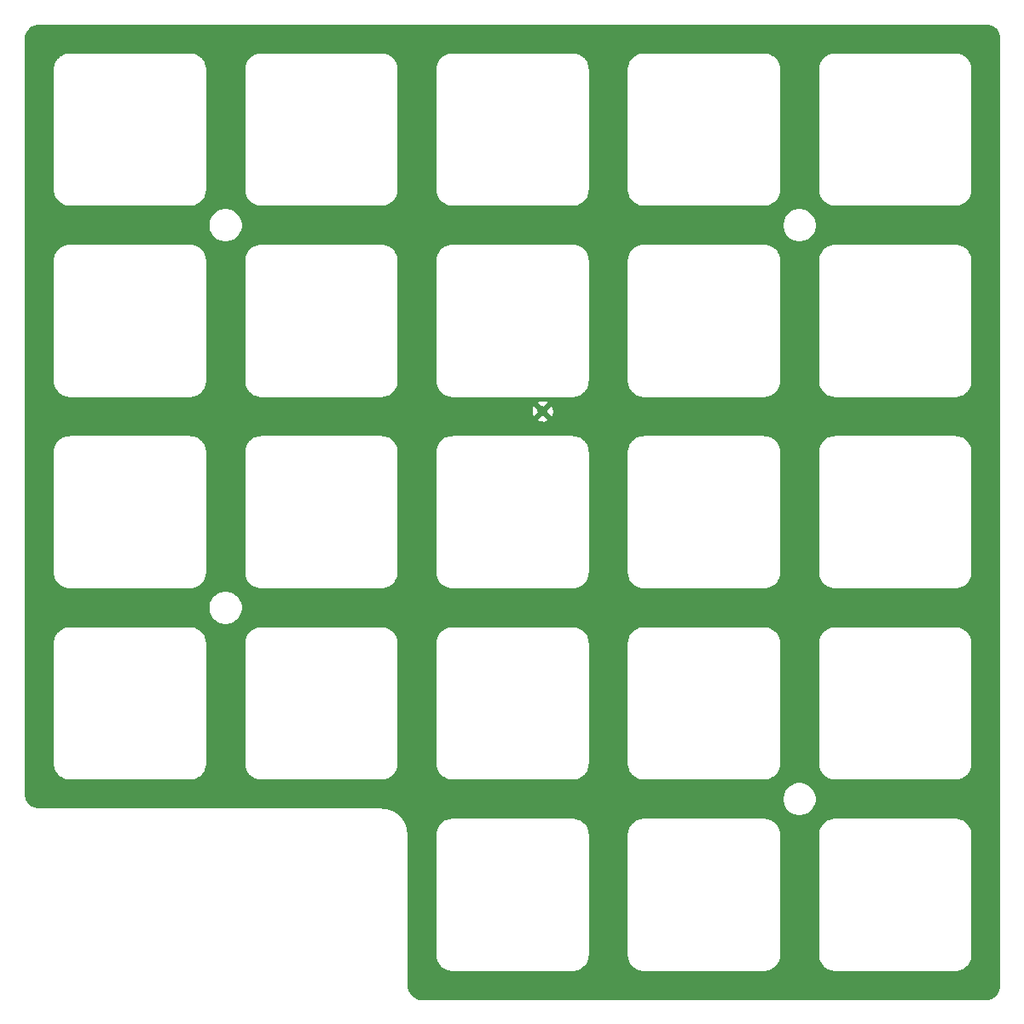
<source format=gbr>
G04 #@! TF.GenerationSoftware,KiCad,Pcbnew,(5.1.10)-1*
G04 #@! TF.CreationDate,2021-08-15T20:32:39-04:00*
G04 #@! TF.ProjectId,plate,706c6174-652e-46b6-9963-61645f706362,rev?*
G04 #@! TF.SameCoordinates,Original*
G04 #@! TF.FileFunction,Copper,L2,Bot*
G04 #@! TF.FilePolarity,Positive*
%FSLAX46Y46*%
G04 Gerber Fmt 4.6, Leading zero omitted, Abs format (unit mm)*
G04 Created by KiCad (PCBNEW (5.1.10)-1) date 2021-08-15 20:32:39*
%MOMM*%
%LPD*%
G01*
G04 APERTURE LIST*
G04 #@! TA.AperFunction,SMDPad,CuDef*
%ADD10C,1.000000*%
G04 #@! TD*
G04 #@! TA.AperFunction,Conductor*
%ADD11C,0.254000*%
G04 #@! TD*
G04 #@! TA.AperFunction,Conductor*
%ADD12C,0.100000*%
G04 #@! TD*
G04 APERTURE END LIST*
D10*
X130000000Y-82000000D03*
D11*
X174254782Y-43713267D02*
X174499855Y-43787259D01*
X174725890Y-43907443D01*
X174924281Y-44069248D01*
X175087460Y-44266497D01*
X175209220Y-44491687D01*
X175284924Y-44736247D01*
X175315000Y-45022398D01*
X175315001Y-138966484D01*
X175286733Y-139254782D01*
X175212741Y-139499855D01*
X175092554Y-139725893D01*
X174930754Y-139924279D01*
X174733503Y-140087460D01*
X174508310Y-140209221D01*
X174263753Y-140284924D01*
X173977602Y-140315000D01*
X118033505Y-140315000D01*
X117745218Y-140286733D01*
X117500145Y-140212741D01*
X117274107Y-140092554D01*
X117075721Y-139930754D01*
X116912540Y-139733503D01*
X116790779Y-139508310D01*
X116715076Y-139263753D01*
X116685000Y-138977602D01*
X116685000Y-136033646D01*
X119315000Y-136033646D01*
X119317887Y-136062954D01*
X119317844Y-136069066D01*
X119318777Y-136078585D01*
X119339178Y-136272682D01*
X119351661Y-136333496D01*
X119363295Y-136394481D01*
X119366059Y-136403637D01*
X119423771Y-136590075D01*
X119447818Y-136647279D01*
X119471087Y-136704873D01*
X119475577Y-136713317D01*
X119568402Y-136884994D01*
X119603122Y-136936468D01*
X119637117Y-136988418D01*
X119643161Y-136995829D01*
X119767565Y-137146207D01*
X119811638Y-137189973D01*
X119855057Y-137234311D01*
X119862426Y-137240408D01*
X120013668Y-137363758D01*
X120065397Y-137398126D01*
X120116608Y-137433191D01*
X120125016Y-137437737D01*
X120125020Y-137437740D01*
X120125024Y-137437742D01*
X120297343Y-137529366D01*
X120354739Y-137553022D01*
X120411807Y-137577482D01*
X120420944Y-137580310D01*
X120607780Y-137636719D01*
X120668690Y-137648780D01*
X120729409Y-137661686D01*
X120738921Y-137662686D01*
X120933155Y-137681731D01*
X120933163Y-137681731D01*
X120966353Y-137685000D01*
X133033647Y-137685000D01*
X133062955Y-137682113D01*
X133069066Y-137682156D01*
X133078585Y-137681223D01*
X133272682Y-137660822D01*
X133333496Y-137648339D01*
X133394481Y-137636705D01*
X133403637Y-137633941D01*
X133590075Y-137576229D01*
X133647279Y-137552182D01*
X133704873Y-137528913D01*
X133713317Y-137524423D01*
X133884994Y-137431598D01*
X133936468Y-137396878D01*
X133988418Y-137362883D01*
X133995829Y-137356839D01*
X134146207Y-137232435D01*
X134189973Y-137188362D01*
X134234311Y-137144943D01*
X134240408Y-137137574D01*
X134363758Y-136986332D01*
X134398126Y-136934603D01*
X134433191Y-136883392D01*
X134437739Y-136874981D01*
X134437740Y-136874980D01*
X134437742Y-136874976D01*
X134529366Y-136702657D01*
X134553022Y-136645261D01*
X134577482Y-136588193D01*
X134580310Y-136579056D01*
X134636719Y-136392220D01*
X134648780Y-136331310D01*
X134661686Y-136270591D01*
X134662686Y-136261079D01*
X134681731Y-136066845D01*
X134681731Y-136066837D01*
X134685000Y-136033647D01*
X134685000Y-136033646D01*
X138315000Y-136033646D01*
X138317887Y-136062954D01*
X138317844Y-136069066D01*
X138318777Y-136078585D01*
X138339178Y-136272682D01*
X138351661Y-136333496D01*
X138363295Y-136394481D01*
X138366059Y-136403637D01*
X138423771Y-136590075D01*
X138447818Y-136647279D01*
X138471087Y-136704873D01*
X138475577Y-136713317D01*
X138568402Y-136884994D01*
X138603122Y-136936468D01*
X138637117Y-136988418D01*
X138643161Y-136995829D01*
X138767565Y-137146207D01*
X138811638Y-137189973D01*
X138855057Y-137234311D01*
X138862426Y-137240408D01*
X139013668Y-137363758D01*
X139065397Y-137398126D01*
X139116608Y-137433191D01*
X139125016Y-137437737D01*
X139125020Y-137437740D01*
X139125024Y-137437742D01*
X139297343Y-137529366D01*
X139354739Y-137553022D01*
X139411807Y-137577482D01*
X139420944Y-137580310D01*
X139607780Y-137636719D01*
X139668690Y-137648780D01*
X139729409Y-137661686D01*
X139738921Y-137662686D01*
X139933155Y-137681731D01*
X139933163Y-137681731D01*
X139966353Y-137685000D01*
X152033647Y-137685000D01*
X152062955Y-137682113D01*
X152069066Y-137682156D01*
X152078585Y-137681223D01*
X152272682Y-137660822D01*
X152333496Y-137648339D01*
X152394481Y-137636705D01*
X152403637Y-137633941D01*
X152590075Y-137576229D01*
X152647279Y-137552182D01*
X152704873Y-137528913D01*
X152713317Y-137524423D01*
X152884994Y-137431598D01*
X152936468Y-137396878D01*
X152988418Y-137362883D01*
X152995829Y-137356839D01*
X153146207Y-137232435D01*
X153189973Y-137188362D01*
X153234311Y-137144943D01*
X153240408Y-137137574D01*
X153363758Y-136986332D01*
X153398126Y-136934603D01*
X153433191Y-136883392D01*
X153437739Y-136874981D01*
X153437740Y-136874980D01*
X153437742Y-136874976D01*
X153529366Y-136702657D01*
X153553022Y-136645261D01*
X153577482Y-136588193D01*
X153580310Y-136579056D01*
X153636719Y-136392220D01*
X153648780Y-136331310D01*
X153661686Y-136270591D01*
X153662686Y-136261079D01*
X153681731Y-136066845D01*
X153681731Y-136066837D01*
X153685000Y-136033647D01*
X153685000Y-136033646D01*
X157315000Y-136033646D01*
X157317887Y-136062954D01*
X157317844Y-136069066D01*
X157318777Y-136078585D01*
X157339178Y-136272682D01*
X157351661Y-136333496D01*
X157363295Y-136394481D01*
X157366059Y-136403637D01*
X157423771Y-136590075D01*
X157447818Y-136647279D01*
X157471087Y-136704873D01*
X157475577Y-136713317D01*
X157568402Y-136884994D01*
X157603122Y-136936468D01*
X157637117Y-136988418D01*
X157643161Y-136995829D01*
X157767565Y-137146207D01*
X157811638Y-137189973D01*
X157855057Y-137234311D01*
X157862426Y-137240408D01*
X158013668Y-137363758D01*
X158065397Y-137398126D01*
X158116608Y-137433191D01*
X158125016Y-137437737D01*
X158125020Y-137437740D01*
X158125024Y-137437742D01*
X158297343Y-137529366D01*
X158354739Y-137553022D01*
X158411807Y-137577482D01*
X158420944Y-137580310D01*
X158607780Y-137636719D01*
X158668690Y-137648780D01*
X158729409Y-137661686D01*
X158738921Y-137662686D01*
X158933155Y-137681731D01*
X158933163Y-137681731D01*
X158966353Y-137685000D01*
X171033647Y-137685000D01*
X171062955Y-137682113D01*
X171069066Y-137682156D01*
X171078585Y-137681223D01*
X171272682Y-137660822D01*
X171333496Y-137648339D01*
X171394481Y-137636705D01*
X171403637Y-137633941D01*
X171590075Y-137576229D01*
X171647279Y-137552182D01*
X171704873Y-137528913D01*
X171713317Y-137524423D01*
X171884994Y-137431598D01*
X171936468Y-137396878D01*
X171988418Y-137362883D01*
X171995829Y-137356839D01*
X172146207Y-137232435D01*
X172189973Y-137188362D01*
X172234311Y-137144943D01*
X172240408Y-137137574D01*
X172363758Y-136986332D01*
X172398126Y-136934603D01*
X172433191Y-136883392D01*
X172437739Y-136874981D01*
X172437740Y-136874980D01*
X172437742Y-136874976D01*
X172529366Y-136702657D01*
X172553022Y-136645261D01*
X172577482Y-136588193D01*
X172580310Y-136579056D01*
X172636719Y-136392220D01*
X172648780Y-136331310D01*
X172661686Y-136270591D01*
X172662686Y-136261079D01*
X172681731Y-136066845D01*
X172681731Y-136066837D01*
X172685000Y-136033647D01*
X172685000Y-123966353D01*
X172682113Y-123937045D01*
X172682156Y-123930933D01*
X172681223Y-123921415D01*
X172660822Y-123727318D01*
X172648339Y-123666504D01*
X172636705Y-123605519D01*
X172633941Y-123596363D01*
X172576229Y-123409925D01*
X172552170Y-123352692D01*
X172528913Y-123295127D01*
X172524423Y-123286682D01*
X172431598Y-123115006D01*
X172396878Y-123063532D01*
X172362883Y-123011582D01*
X172356838Y-123004170D01*
X172232435Y-122853793D01*
X172188362Y-122810027D01*
X172144943Y-122765689D01*
X172137574Y-122759592D01*
X171986332Y-122636242D01*
X171934614Y-122601881D01*
X171883393Y-122566809D01*
X171874980Y-122562260D01*
X171702657Y-122470635D01*
X171645261Y-122446978D01*
X171588193Y-122422519D01*
X171579057Y-122419690D01*
X171392220Y-122363281D01*
X171331302Y-122351219D01*
X171270590Y-122338314D01*
X171261078Y-122337314D01*
X171066845Y-122318269D01*
X171066837Y-122318269D01*
X171033647Y-122315000D01*
X158966353Y-122315000D01*
X158937045Y-122317887D01*
X158930933Y-122317844D01*
X158921415Y-122318777D01*
X158727318Y-122339178D01*
X158666504Y-122351661D01*
X158605519Y-122363295D01*
X158596363Y-122366059D01*
X158409925Y-122423771D01*
X158352692Y-122447830D01*
X158295127Y-122471087D01*
X158286682Y-122475577D01*
X158115006Y-122568402D01*
X158063532Y-122603122D01*
X158011582Y-122637117D01*
X158004170Y-122643162D01*
X157853793Y-122767565D01*
X157810027Y-122811638D01*
X157765689Y-122855057D01*
X157759592Y-122862426D01*
X157636242Y-123013668D01*
X157601881Y-123065386D01*
X157566809Y-123116607D01*
X157562260Y-123125020D01*
X157470635Y-123297343D01*
X157446978Y-123354739D01*
X157422519Y-123411807D01*
X157419690Y-123420943D01*
X157363281Y-123607780D01*
X157351219Y-123668698D01*
X157338314Y-123729410D01*
X157337314Y-123738922D01*
X157318269Y-123933155D01*
X157318269Y-123933173D01*
X157315001Y-123966353D01*
X157315000Y-136033646D01*
X153685000Y-136033646D01*
X153685000Y-123966353D01*
X153682113Y-123937045D01*
X153682156Y-123930933D01*
X153681223Y-123921415D01*
X153660822Y-123727318D01*
X153648339Y-123666504D01*
X153636705Y-123605519D01*
X153633941Y-123596363D01*
X153576229Y-123409925D01*
X153552170Y-123352692D01*
X153528913Y-123295127D01*
X153524423Y-123286682D01*
X153431598Y-123115006D01*
X153396878Y-123063532D01*
X153362883Y-123011582D01*
X153356838Y-123004170D01*
X153232435Y-122853793D01*
X153188362Y-122810027D01*
X153144943Y-122765689D01*
X153137574Y-122759592D01*
X152986332Y-122636242D01*
X152934614Y-122601881D01*
X152883393Y-122566809D01*
X152874980Y-122562260D01*
X152702657Y-122470635D01*
X152645261Y-122446978D01*
X152588193Y-122422519D01*
X152579057Y-122419690D01*
X152392220Y-122363281D01*
X152331302Y-122351219D01*
X152270590Y-122338314D01*
X152261078Y-122337314D01*
X152066845Y-122318269D01*
X152066837Y-122318269D01*
X152033647Y-122315000D01*
X139966353Y-122315000D01*
X139937045Y-122317887D01*
X139930933Y-122317844D01*
X139921415Y-122318777D01*
X139727318Y-122339178D01*
X139666504Y-122351661D01*
X139605519Y-122363295D01*
X139596363Y-122366059D01*
X139409925Y-122423771D01*
X139352692Y-122447830D01*
X139295127Y-122471087D01*
X139286682Y-122475577D01*
X139115006Y-122568402D01*
X139063532Y-122603122D01*
X139011582Y-122637117D01*
X139004170Y-122643162D01*
X138853793Y-122767565D01*
X138810027Y-122811638D01*
X138765689Y-122855057D01*
X138759592Y-122862426D01*
X138636242Y-123013668D01*
X138601881Y-123065386D01*
X138566809Y-123116607D01*
X138562260Y-123125020D01*
X138470635Y-123297343D01*
X138446978Y-123354739D01*
X138422519Y-123411807D01*
X138419690Y-123420943D01*
X138363281Y-123607780D01*
X138351219Y-123668698D01*
X138338314Y-123729410D01*
X138337314Y-123738922D01*
X138318269Y-123933155D01*
X138318269Y-123933173D01*
X138315001Y-123966353D01*
X138315000Y-136033646D01*
X134685000Y-136033646D01*
X134685000Y-123966353D01*
X134682113Y-123937045D01*
X134682156Y-123930933D01*
X134681223Y-123921415D01*
X134660822Y-123727318D01*
X134648339Y-123666504D01*
X134636705Y-123605519D01*
X134633941Y-123596363D01*
X134576229Y-123409925D01*
X134552170Y-123352692D01*
X134528913Y-123295127D01*
X134524423Y-123286682D01*
X134431598Y-123115006D01*
X134396878Y-123063532D01*
X134362883Y-123011582D01*
X134356838Y-123004170D01*
X134232435Y-122853793D01*
X134188362Y-122810027D01*
X134144943Y-122765689D01*
X134137574Y-122759592D01*
X133986332Y-122636242D01*
X133934614Y-122601881D01*
X133883393Y-122566809D01*
X133874980Y-122562260D01*
X133702657Y-122470635D01*
X133645261Y-122446978D01*
X133588193Y-122422519D01*
X133579057Y-122419690D01*
X133392220Y-122363281D01*
X133331302Y-122351219D01*
X133270590Y-122338314D01*
X133261078Y-122337314D01*
X133066845Y-122318269D01*
X133066837Y-122318269D01*
X133033647Y-122315000D01*
X120966353Y-122315000D01*
X120937045Y-122317887D01*
X120930933Y-122317844D01*
X120921415Y-122318777D01*
X120727318Y-122339178D01*
X120666504Y-122351661D01*
X120605519Y-122363295D01*
X120596363Y-122366059D01*
X120409925Y-122423771D01*
X120352692Y-122447830D01*
X120295127Y-122471087D01*
X120286682Y-122475577D01*
X120115006Y-122568402D01*
X120063532Y-122603122D01*
X120011582Y-122637117D01*
X120004170Y-122643162D01*
X119853793Y-122767565D01*
X119810027Y-122811638D01*
X119765689Y-122855057D01*
X119759592Y-122862426D01*
X119636242Y-123013668D01*
X119601881Y-123065386D01*
X119566809Y-123116607D01*
X119562260Y-123125020D01*
X119470635Y-123297343D01*
X119446978Y-123354739D01*
X119422519Y-123411807D01*
X119419690Y-123420943D01*
X119363281Y-123607780D01*
X119351219Y-123668698D01*
X119338314Y-123729410D01*
X119337314Y-123738922D01*
X119318269Y-123933155D01*
X119318269Y-123933173D01*
X119315001Y-123966353D01*
X119315000Y-136033646D01*
X116685000Y-136033646D01*
X116685000Y-123966353D01*
X116682045Y-123936355D01*
X116682132Y-123923953D01*
X116681198Y-123914434D01*
X116640397Y-123526242D01*
X116627920Y-123465461D01*
X116616280Y-123404440D01*
X116613516Y-123395284D01*
X116498092Y-123022409D01*
X116474028Y-122965163D01*
X116450776Y-122907612D01*
X116446286Y-122899167D01*
X116260635Y-122555812D01*
X116225919Y-122504344D01*
X116191920Y-122452389D01*
X116185876Y-122444978D01*
X115937069Y-122144223D01*
X115892996Y-122100457D01*
X115849577Y-122056119D01*
X115842208Y-122050022D01*
X115539723Y-121803321D01*
X115488005Y-121768960D01*
X115436784Y-121733888D01*
X115428371Y-121729339D01*
X115083730Y-121546089D01*
X115026300Y-121522418D01*
X114969263Y-121497972D01*
X114960131Y-121495145D01*
X114960125Y-121495143D01*
X114586455Y-121382326D01*
X114525545Y-121370265D01*
X114464826Y-121357359D01*
X114455314Y-121356359D01*
X114066845Y-121318269D01*
X114066837Y-121318269D01*
X114033647Y-121315000D01*
X80033505Y-121315000D01*
X79745218Y-121286733D01*
X79500145Y-121212741D01*
X79274107Y-121092554D01*
X79075721Y-120930754D01*
X78912540Y-120733503D01*
X78790779Y-120508310D01*
X78730636Y-120314017D01*
X153761260Y-120314017D01*
X153761260Y-120655783D01*
X153827935Y-120990981D01*
X153958723Y-121306731D01*
X154148597Y-121590898D01*
X154390262Y-121832563D01*
X154674429Y-122022437D01*
X154990179Y-122153225D01*
X155325377Y-122219900D01*
X155667143Y-122219900D01*
X156002341Y-122153225D01*
X156318091Y-122022437D01*
X156602258Y-121832563D01*
X156843923Y-121590898D01*
X157033797Y-121306731D01*
X157164585Y-120990981D01*
X157231260Y-120655783D01*
X157231260Y-120314017D01*
X157164585Y-119978819D01*
X157033797Y-119663069D01*
X156843923Y-119378902D01*
X156602258Y-119137237D01*
X156318091Y-118947363D01*
X156002341Y-118816575D01*
X155667143Y-118749900D01*
X155325377Y-118749900D01*
X154990179Y-118816575D01*
X154674429Y-118947363D01*
X154390262Y-119137237D01*
X154148597Y-119378902D01*
X153958723Y-119663069D01*
X153827935Y-119978819D01*
X153761260Y-120314017D01*
X78730636Y-120314017D01*
X78715076Y-120263753D01*
X78685000Y-119977602D01*
X78685000Y-117033646D01*
X81315000Y-117033646D01*
X81317887Y-117062954D01*
X81317844Y-117069066D01*
X81318777Y-117078585D01*
X81339178Y-117272682D01*
X81351661Y-117333496D01*
X81363295Y-117394481D01*
X81366059Y-117403637D01*
X81423771Y-117590075D01*
X81447818Y-117647279D01*
X81471087Y-117704873D01*
X81475577Y-117713317D01*
X81568402Y-117884994D01*
X81603122Y-117936468D01*
X81637117Y-117988418D01*
X81643161Y-117995829D01*
X81767565Y-118146207D01*
X81811638Y-118189973D01*
X81855057Y-118234311D01*
X81862426Y-118240408D01*
X82013668Y-118363758D01*
X82065397Y-118398126D01*
X82116608Y-118433191D01*
X82125016Y-118437737D01*
X82125020Y-118437740D01*
X82125024Y-118437742D01*
X82297343Y-118529366D01*
X82354739Y-118553022D01*
X82411807Y-118577482D01*
X82420944Y-118580310D01*
X82607780Y-118636719D01*
X82668690Y-118648780D01*
X82729409Y-118661686D01*
X82738921Y-118662686D01*
X82933155Y-118681731D01*
X82933163Y-118681731D01*
X82966353Y-118685000D01*
X95033647Y-118685000D01*
X95062955Y-118682113D01*
X95069066Y-118682156D01*
X95078585Y-118681223D01*
X95272682Y-118660822D01*
X95333496Y-118648339D01*
X95394481Y-118636705D01*
X95403637Y-118633941D01*
X95590075Y-118576229D01*
X95647279Y-118552182D01*
X95704873Y-118528913D01*
X95713317Y-118524423D01*
X95884994Y-118431598D01*
X95936468Y-118396878D01*
X95988418Y-118362883D01*
X95995829Y-118356839D01*
X96146207Y-118232435D01*
X96189973Y-118188362D01*
X96234311Y-118144943D01*
X96240408Y-118137574D01*
X96363758Y-117986332D01*
X96398126Y-117934603D01*
X96433191Y-117883392D01*
X96437739Y-117874981D01*
X96437740Y-117874980D01*
X96437742Y-117874976D01*
X96529366Y-117702657D01*
X96553022Y-117645261D01*
X96577482Y-117588193D01*
X96580310Y-117579056D01*
X96636719Y-117392220D01*
X96648780Y-117331310D01*
X96661686Y-117270591D01*
X96662686Y-117261079D01*
X96681731Y-117066845D01*
X96681731Y-117066837D01*
X96685000Y-117033647D01*
X96685000Y-117033646D01*
X100315000Y-117033646D01*
X100317887Y-117062954D01*
X100317844Y-117069066D01*
X100318777Y-117078585D01*
X100339178Y-117272682D01*
X100351661Y-117333496D01*
X100363295Y-117394481D01*
X100366059Y-117403637D01*
X100423771Y-117590075D01*
X100447818Y-117647279D01*
X100471087Y-117704873D01*
X100475577Y-117713317D01*
X100568402Y-117884994D01*
X100603122Y-117936468D01*
X100637117Y-117988418D01*
X100643161Y-117995829D01*
X100767565Y-118146207D01*
X100811638Y-118189973D01*
X100855057Y-118234311D01*
X100862426Y-118240408D01*
X101013668Y-118363758D01*
X101065397Y-118398126D01*
X101116608Y-118433191D01*
X101125016Y-118437737D01*
X101125020Y-118437740D01*
X101125024Y-118437742D01*
X101297343Y-118529366D01*
X101354739Y-118553022D01*
X101411807Y-118577482D01*
X101420944Y-118580310D01*
X101607780Y-118636719D01*
X101668690Y-118648780D01*
X101729409Y-118661686D01*
X101738921Y-118662686D01*
X101933155Y-118681731D01*
X101933163Y-118681731D01*
X101966353Y-118685000D01*
X114033647Y-118685000D01*
X114062955Y-118682113D01*
X114069066Y-118682156D01*
X114078585Y-118681223D01*
X114272682Y-118660822D01*
X114333496Y-118648339D01*
X114394481Y-118636705D01*
X114403637Y-118633941D01*
X114590075Y-118576229D01*
X114647279Y-118552182D01*
X114704873Y-118528913D01*
X114713317Y-118524423D01*
X114884994Y-118431598D01*
X114936468Y-118396878D01*
X114988418Y-118362883D01*
X114995829Y-118356839D01*
X115146207Y-118232435D01*
X115189973Y-118188362D01*
X115234311Y-118144943D01*
X115240408Y-118137574D01*
X115363758Y-117986332D01*
X115398126Y-117934603D01*
X115433191Y-117883392D01*
X115437739Y-117874981D01*
X115437740Y-117874980D01*
X115437742Y-117874976D01*
X115529366Y-117702657D01*
X115553022Y-117645261D01*
X115577482Y-117588193D01*
X115580310Y-117579056D01*
X115636719Y-117392220D01*
X115648780Y-117331310D01*
X115661686Y-117270591D01*
X115662686Y-117261079D01*
X115681731Y-117066845D01*
X115681731Y-117066837D01*
X115685000Y-117033647D01*
X115685000Y-117033646D01*
X119315000Y-117033646D01*
X119317887Y-117062954D01*
X119317844Y-117069066D01*
X119318777Y-117078585D01*
X119339178Y-117272682D01*
X119351661Y-117333496D01*
X119363295Y-117394481D01*
X119366059Y-117403637D01*
X119423771Y-117590075D01*
X119447818Y-117647279D01*
X119471087Y-117704873D01*
X119475577Y-117713317D01*
X119568402Y-117884994D01*
X119603122Y-117936468D01*
X119637117Y-117988418D01*
X119643161Y-117995829D01*
X119767565Y-118146207D01*
X119811638Y-118189973D01*
X119855057Y-118234311D01*
X119862426Y-118240408D01*
X120013668Y-118363758D01*
X120065397Y-118398126D01*
X120116608Y-118433191D01*
X120125016Y-118437737D01*
X120125020Y-118437740D01*
X120125024Y-118437742D01*
X120297343Y-118529366D01*
X120354739Y-118553022D01*
X120411807Y-118577482D01*
X120420944Y-118580310D01*
X120607780Y-118636719D01*
X120668690Y-118648780D01*
X120729409Y-118661686D01*
X120738921Y-118662686D01*
X120933155Y-118681731D01*
X120933163Y-118681731D01*
X120966353Y-118685000D01*
X133033647Y-118685000D01*
X133062955Y-118682113D01*
X133069066Y-118682156D01*
X133078585Y-118681223D01*
X133272682Y-118660822D01*
X133333496Y-118648339D01*
X133394481Y-118636705D01*
X133403637Y-118633941D01*
X133590075Y-118576229D01*
X133647279Y-118552182D01*
X133704873Y-118528913D01*
X133713317Y-118524423D01*
X133884994Y-118431598D01*
X133936468Y-118396878D01*
X133988418Y-118362883D01*
X133995829Y-118356839D01*
X134146207Y-118232435D01*
X134189973Y-118188362D01*
X134234311Y-118144943D01*
X134240408Y-118137574D01*
X134363758Y-117986332D01*
X134398126Y-117934603D01*
X134433191Y-117883392D01*
X134437739Y-117874981D01*
X134437740Y-117874980D01*
X134437742Y-117874976D01*
X134529366Y-117702657D01*
X134553022Y-117645261D01*
X134577482Y-117588193D01*
X134580310Y-117579056D01*
X134636719Y-117392220D01*
X134648780Y-117331310D01*
X134661686Y-117270591D01*
X134662686Y-117261079D01*
X134681731Y-117066845D01*
X134681731Y-117066837D01*
X134685000Y-117033647D01*
X134685000Y-117033646D01*
X138315000Y-117033646D01*
X138317887Y-117062954D01*
X138317844Y-117069066D01*
X138318777Y-117078585D01*
X138339178Y-117272682D01*
X138351661Y-117333496D01*
X138363295Y-117394481D01*
X138366059Y-117403637D01*
X138423771Y-117590075D01*
X138447818Y-117647279D01*
X138471087Y-117704873D01*
X138475577Y-117713317D01*
X138568402Y-117884994D01*
X138603122Y-117936468D01*
X138637117Y-117988418D01*
X138643161Y-117995829D01*
X138767565Y-118146207D01*
X138811638Y-118189973D01*
X138855057Y-118234311D01*
X138862426Y-118240408D01*
X139013668Y-118363758D01*
X139065397Y-118398126D01*
X139116608Y-118433191D01*
X139125016Y-118437737D01*
X139125020Y-118437740D01*
X139125024Y-118437742D01*
X139297343Y-118529366D01*
X139354739Y-118553022D01*
X139411807Y-118577482D01*
X139420944Y-118580310D01*
X139607780Y-118636719D01*
X139668690Y-118648780D01*
X139729409Y-118661686D01*
X139738921Y-118662686D01*
X139933155Y-118681731D01*
X139933163Y-118681731D01*
X139966353Y-118685000D01*
X152033647Y-118685000D01*
X152062955Y-118682113D01*
X152069066Y-118682156D01*
X152078585Y-118681223D01*
X152272682Y-118660822D01*
X152333496Y-118648339D01*
X152394481Y-118636705D01*
X152403637Y-118633941D01*
X152590075Y-118576229D01*
X152647279Y-118552182D01*
X152704873Y-118528913D01*
X152713317Y-118524423D01*
X152884994Y-118431598D01*
X152936468Y-118396878D01*
X152988418Y-118362883D01*
X152995829Y-118356839D01*
X153146207Y-118232435D01*
X153189973Y-118188362D01*
X153234311Y-118144943D01*
X153240408Y-118137574D01*
X153363758Y-117986332D01*
X153398126Y-117934603D01*
X153433191Y-117883392D01*
X153437739Y-117874981D01*
X153437740Y-117874980D01*
X153437742Y-117874976D01*
X153529366Y-117702657D01*
X153553022Y-117645261D01*
X153577482Y-117588193D01*
X153580310Y-117579056D01*
X153636719Y-117392220D01*
X153648780Y-117331310D01*
X153661686Y-117270591D01*
X153662686Y-117261079D01*
X153681731Y-117066845D01*
X153681731Y-117066837D01*
X153685000Y-117033647D01*
X153685000Y-117033646D01*
X157315000Y-117033646D01*
X157317887Y-117062954D01*
X157317844Y-117069066D01*
X157318777Y-117078585D01*
X157339178Y-117272682D01*
X157351661Y-117333496D01*
X157363295Y-117394481D01*
X157366059Y-117403637D01*
X157423771Y-117590075D01*
X157447818Y-117647279D01*
X157471087Y-117704873D01*
X157475577Y-117713317D01*
X157568402Y-117884994D01*
X157603122Y-117936468D01*
X157637117Y-117988418D01*
X157643161Y-117995829D01*
X157767565Y-118146207D01*
X157811638Y-118189973D01*
X157855057Y-118234311D01*
X157862426Y-118240408D01*
X158013668Y-118363758D01*
X158065397Y-118398126D01*
X158116608Y-118433191D01*
X158125016Y-118437737D01*
X158125020Y-118437740D01*
X158125024Y-118437742D01*
X158297343Y-118529366D01*
X158354739Y-118553022D01*
X158411807Y-118577482D01*
X158420944Y-118580310D01*
X158607780Y-118636719D01*
X158668690Y-118648780D01*
X158729409Y-118661686D01*
X158738921Y-118662686D01*
X158933155Y-118681731D01*
X158933163Y-118681731D01*
X158966353Y-118685000D01*
X171033647Y-118685000D01*
X171062955Y-118682113D01*
X171069066Y-118682156D01*
X171078585Y-118681223D01*
X171272682Y-118660822D01*
X171333496Y-118648339D01*
X171394481Y-118636705D01*
X171403637Y-118633941D01*
X171590075Y-118576229D01*
X171647279Y-118552182D01*
X171704873Y-118528913D01*
X171713317Y-118524423D01*
X171884994Y-118431598D01*
X171936468Y-118396878D01*
X171988418Y-118362883D01*
X171995829Y-118356839D01*
X172146207Y-118232435D01*
X172189973Y-118188362D01*
X172234311Y-118144943D01*
X172240408Y-118137574D01*
X172363758Y-117986332D01*
X172398126Y-117934603D01*
X172433191Y-117883392D01*
X172437739Y-117874981D01*
X172437740Y-117874980D01*
X172437742Y-117874976D01*
X172529366Y-117702657D01*
X172553022Y-117645261D01*
X172577482Y-117588193D01*
X172580310Y-117579056D01*
X172636719Y-117392220D01*
X172648780Y-117331310D01*
X172661686Y-117270591D01*
X172662686Y-117261079D01*
X172681731Y-117066845D01*
X172681731Y-117066837D01*
X172685000Y-117033647D01*
X172685000Y-104966353D01*
X172682113Y-104937045D01*
X172682156Y-104930933D01*
X172681223Y-104921415D01*
X172660822Y-104727318D01*
X172648339Y-104666504D01*
X172636705Y-104605519D01*
X172633941Y-104596363D01*
X172576229Y-104409925D01*
X172552170Y-104352692D01*
X172528913Y-104295127D01*
X172524423Y-104286682D01*
X172431598Y-104115006D01*
X172396878Y-104063532D01*
X172362883Y-104011582D01*
X172356838Y-104004170D01*
X172232435Y-103853793D01*
X172188362Y-103810027D01*
X172144943Y-103765689D01*
X172137574Y-103759592D01*
X171986332Y-103636242D01*
X171934614Y-103601881D01*
X171883393Y-103566809D01*
X171874980Y-103562260D01*
X171702657Y-103470635D01*
X171645261Y-103446978D01*
X171588193Y-103422519D01*
X171579057Y-103419690D01*
X171392220Y-103363281D01*
X171331302Y-103351219D01*
X171270590Y-103338314D01*
X171261078Y-103337314D01*
X171066845Y-103318269D01*
X171066837Y-103318269D01*
X171033647Y-103315000D01*
X158966353Y-103315000D01*
X158937045Y-103317887D01*
X158930933Y-103317844D01*
X158921415Y-103318777D01*
X158727318Y-103339178D01*
X158666504Y-103351661D01*
X158605519Y-103363295D01*
X158596363Y-103366059D01*
X158409925Y-103423771D01*
X158352692Y-103447830D01*
X158295127Y-103471087D01*
X158286682Y-103475577D01*
X158115006Y-103568402D01*
X158063532Y-103603122D01*
X158011582Y-103637117D01*
X158004170Y-103643162D01*
X157853793Y-103767565D01*
X157810027Y-103811638D01*
X157765689Y-103855057D01*
X157759592Y-103862426D01*
X157636242Y-104013668D01*
X157601881Y-104065386D01*
X157566809Y-104116607D01*
X157562260Y-104125020D01*
X157470635Y-104297343D01*
X157446978Y-104354739D01*
X157422519Y-104411807D01*
X157419690Y-104420943D01*
X157363281Y-104607780D01*
X157351219Y-104668698D01*
X157338314Y-104729410D01*
X157337314Y-104738922D01*
X157318269Y-104933155D01*
X157318269Y-104933173D01*
X157315001Y-104966353D01*
X157315000Y-117033646D01*
X153685000Y-117033646D01*
X153685000Y-104966353D01*
X153682113Y-104937045D01*
X153682156Y-104930933D01*
X153681223Y-104921415D01*
X153660822Y-104727318D01*
X153648339Y-104666504D01*
X153636705Y-104605519D01*
X153633941Y-104596363D01*
X153576229Y-104409925D01*
X153552170Y-104352692D01*
X153528913Y-104295127D01*
X153524423Y-104286682D01*
X153431598Y-104115006D01*
X153396878Y-104063532D01*
X153362883Y-104011582D01*
X153356838Y-104004170D01*
X153232435Y-103853793D01*
X153188362Y-103810027D01*
X153144943Y-103765689D01*
X153137574Y-103759592D01*
X152986332Y-103636242D01*
X152934614Y-103601881D01*
X152883393Y-103566809D01*
X152874980Y-103562260D01*
X152702657Y-103470635D01*
X152645261Y-103446978D01*
X152588193Y-103422519D01*
X152579057Y-103419690D01*
X152392220Y-103363281D01*
X152331302Y-103351219D01*
X152270590Y-103338314D01*
X152261078Y-103337314D01*
X152066845Y-103318269D01*
X152066837Y-103318269D01*
X152033647Y-103315000D01*
X139966353Y-103315000D01*
X139937045Y-103317887D01*
X139930933Y-103317844D01*
X139921415Y-103318777D01*
X139727318Y-103339178D01*
X139666504Y-103351661D01*
X139605519Y-103363295D01*
X139596363Y-103366059D01*
X139409925Y-103423771D01*
X139352692Y-103447830D01*
X139295127Y-103471087D01*
X139286682Y-103475577D01*
X139115006Y-103568402D01*
X139063532Y-103603122D01*
X139011582Y-103637117D01*
X139004170Y-103643162D01*
X138853793Y-103767565D01*
X138810027Y-103811638D01*
X138765689Y-103855057D01*
X138759592Y-103862426D01*
X138636242Y-104013668D01*
X138601881Y-104065386D01*
X138566809Y-104116607D01*
X138562260Y-104125020D01*
X138470635Y-104297343D01*
X138446978Y-104354739D01*
X138422519Y-104411807D01*
X138419690Y-104420943D01*
X138363281Y-104607780D01*
X138351219Y-104668698D01*
X138338314Y-104729410D01*
X138337314Y-104738922D01*
X138318269Y-104933155D01*
X138318269Y-104933173D01*
X138315001Y-104966353D01*
X138315000Y-117033646D01*
X134685000Y-117033646D01*
X134685000Y-104966353D01*
X134682113Y-104937045D01*
X134682156Y-104930933D01*
X134681223Y-104921415D01*
X134660822Y-104727318D01*
X134648339Y-104666504D01*
X134636705Y-104605519D01*
X134633941Y-104596363D01*
X134576229Y-104409925D01*
X134552170Y-104352692D01*
X134528913Y-104295127D01*
X134524423Y-104286682D01*
X134431598Y-104115006D01*
X134396878Y-104063532D01*
X134362883Y-104011582D01*
X134356838Y-104004170D01*
X134232435Y-103853793D01*
X134188362Y-103810027D01*
X134144943Y-103765689D01*
X134137574Y-103759592D01*
X133986332Y-103636242D01*
X133934614Y-103601881D01*
X133883393Y-103566809D01*
X133874980Y-103562260D01*
X133702657Y-103470635D01*
X133645261Y-103446978D01*
X133588193Y-103422519D01*
X133579057Y-103419690D01*
X133392220Y-103363281D01*
X133331302Y-103351219D01*
X133270590Y-103338314D01*
X133261078Y-103337314D01*
X133066845Y-103318269D01*
X133066837Y-103318269D01*
X133033647Y-103315000D01*
X120966353Y-103315000D01*
X120937045Y-103317887D01*
X120930933Y-103317844D01*
X120921415Y-103318777D01*
X120727318Y-103339178D01*
X120666504Y-103351661D01*
X120605519Y-103363295D01*
X120596363Y-103366059D01*
X120409925Y-103423771D01*
X120352692Y-103447830D01*
X120295127Y-103471087D01*
X120286682Y-103475577D01*
X120115006Y-103568402D01*
X120063532Y-103603122D01*
X120011582Y-103637117D01*
X120004170Y-103643162D01*
X119853793Y-103767565D01*
X119810027Y-103811638D01*
X119765689Y-103855057D01*
X119759592Y-103862426D01*
X119636242Y-104013668D01*
X119601881Y-104065386D01*
X119566809Y-104116607D01*
X119562260Y-104125020D01*
X119470635Y-104297343D01*
X119446978Y-104354739D01*
X119422519Y-104411807D01*
X119419690Y-104420943D01*
X119363281Y-104607780D01*
X119351219Y-104668698D01*
X119338314Y-104729410D01*
X119337314Y-104738922D01*
X119318269Y-104933155D01*
X119318269Y-104933173D01*
X119315001Y-104966353D01*
X119315000Y-117033646D01*
X115685000Y-117033646D01*
X115685000Y-104966353D01*
X115682113Y-104937045D01*
X115682156Y-104930933D01*
X115681223Y-104921415D01*
X115660822Y-104727318D01*
X115648339Y-104666504D01*
X115636705Y-104605519D01*
X115633941Y-104596363D01*
X115576229Y-104409925D01*
X115552170Y-104352692D01*
X115528913Y-104295127D01*
X115524423Y-104286682D01*
X115431598Y-104115006D01*
X115396878Y-104063532D01*
X115362883Y-104011582D01*
X115356838Y-104004170D01*
X115232435Y-103853793D01*
X115188362Y-103810027D01*
X115144943Y-103765689D01*
X115137574Y-103759592D01*
X114986332Y-103636242D01*
X114934614Y-103601881D01*
X114883393Y-103566809D01*
X114874980Y-103562260D01*
X114702657Y-103470635D01*
X114645261Y-103446978D01*
X114588193Y-103422519D01*
X114579057Y-103419690D01*
X114392220Y-103363281D01*
X114331302Y-103351219D01*
X114270590Y-103338314D01*
X114261078Y-103337314D01*
X114066845Y-103318269D01*
X114066837Y-103318269D01*
X114033647Y-103315000D01*
X101966353Y-103315000D01*
X101937045Y-103317887D01*
X101930933Y-103317844D01*
X101921415Y-103318777D01*
X101727318Y-103339178D01*
X101666504Y-103351661D01*
X101605519Y-103363295D01*
X101596363Y-103366059D01*
X101409925Y-103423771D01*
X101352692Y-103447830D01*
X101295127Y-103471087D01*
X101286682Y-103475577D01*
X101115006Y-103568402D01*
X101063532Y-103603122D01*
X101011582Y-103637117D01*
X101004170Y-103643162D01*
X100853793Y-103767565D01*
X100810027Y-103811638D01*
X100765689Y-103855057D01*
X100759592Y-103862426D01*
X100636242Y-104013668D01*
X100601881Y-104065386D01*
X100566809Y-104116607D01*
X100562260Y-104125020D01*
X100470635Y-104297343D01*
X100446978Y-104354739D01*
X100422519Y-104411807D01*
X100419690Y-104420943D01*
X100363281Y-104607780D01*
X100351219Y-104668698D01*
X100338314Y-104729410D01*
X100337314Y-104738922D01*
X100318269Y-104933155D01*
X100318269Y-104933173D01*
X100315001Y-104966353D01*
X100315000Y-117033646D01*
X96685000Y-117033646D01*
X96685000Y-104966353D01*
X96682113Y-104937045D01*
X96682156Y-104930933D01*
X96681223Y-104921415D01*
X96660822Y-104727318D01*
X96648339Y-104666504D01*
X96636705Y-104605519D01*
X96633941Y-104596363D01*
X96576229Y-104409925D01*
X96552170Y-104352692D01*
X96528913Y-104295127D01*
X96524423Y-104286682D01*
X96431598Y-104115006D01*
X96396878Y-104063532D01*
X96362883Y-104011582D01*
X96356838Y-104004170D01*
X96232435Y-103853793D01*
X96188362Y-103810027D01*
X96144943Y-103765689D01*
X96137574Y-103759592D01*
X95986332Y-103636242D01*
X95934614Y-103601881D01*
X95883393Y-103566809D01*
X95874980Y-103562260D01*
X95702657Y-103470635D01*
X95645261Y-103446978D01*
X95588193Y-103422519D01*
X95579057Y-103419690D01*
X95392220Y-103363281D01*
X95331302Y-103351219D01*
X95270590Y-103338314D01*
X95261078Y-103337314D01*
X95066845Y-103318269D01*
X95066837Y-103318269D01*
X95033647Y-103315000D01*
X82966353Y-103315000D01*
X82937045Y-103317887D01*
X82930933Y-103317844D01*
X82921415Y-103318777D01*
X82727318Y-103339178D01*
X82666504Y-103351661D01*
X82605519Y-103363295D01*
X82596363Y-103366059D01*
X82409925Y-103423771D01*
X82352692Y-103447830D01*
X82295127Y-103471087D01*
X82286682Y-103475577D01*
X82115006Y-103568402D01*
X82063532Y-103603122D01*
X82011582Y-103637117D01*
X82004170Y-103643162D01*
X81853793Y-103767565D01*
X81810027Y-103811638D01*
X81765689Y-103855057D01*
X81759592Y-103862426D01*
X81636242Y-104013668D01*
X81601881Y-104065386D01*
X81566809Y-104116607D01*
X81562260Y-104125020D01*
X81470635Y-104297343D01*
X81446978Y-104354739D01*
X81422519Y-104411807D01*
X81419690Y-104420943D01*
X81363281Y-104607780D01*
X81351219Y-104668698D01*
X81338314Y-104729410D01*
X81337314Y-104738922D01*
X81318269Y-104933155D01*
X81318269Y-104933173D01*
X81315001Y-104966353D01*
X81315000Y-117033646D01*
X78685000Y-117033646D01*
X78685000Y-101329117D01*
X96765000Y-101329117D01*
X96765000Y-101670883D01*
X96831675Y-102006081D01*
X96962463Y-102321831D01*
X97152337Y-102605998D01*
X97394002Y-102847663D01*
X97678169Y-103037537D01*
X97993919Y-103168325D01*
X98329117Y-103235000D01*
X98670883Y-103235000D01*
X99006081Y-103168325D01*
X99321831Y-103037537D01*
X99605998Y-102847663D01*
X99847663Y-102605998D01*
X100037537Y-102321831D01*
X100168325Y-102006081D01*
X100235000Y-101670883D01*
X100235000Y-101329117D01*
X100168325Y-100993919D01*
X100037537Y-100678169D01*
X99847663Y-100394002D01*
X99605998Y-100152337D01*
X99321831Y-99962463D01*
X99006081Y-99831675D01*
X98670883Y-99765000D01*
X98329117Y-99765000D01*
X97993919Y-99831675D01*
X97678169Y-99962463D01*
X97394002Y-100152337D01*
X97152337Y-100394002D01*
X96962463Y-100678169D01*
X96831675Y-100993919D01*
X96765000Y-101329117D01*
X78685000Y-101329117D01*
X78685000Y-98033646D01*
X81315000Y-98033646D01*
X81317887Y-98062954D01*
X81317844Y-98069066D01*
X81318777Y-98078585D01*
X81339178Y-98272682D01*
X81351661Y-98333496D01*
X81363295Y-98394481D01*
X81366059Y-98403637D01*
X81423771Y-98590075D01*
X81447818Y-98647279D01*
X81471087Y-98704873D01*
X81475577Y-98713317D01*
X81568402Y-98884994D01*
X81603122Y-98936468D01*
X81637117Y-98988418D01*
X81643161Y-98995829D01*
X81767565Y-99146207D01*
X81811638Y-99189973D01*
X81855057Y-99234311D01*
X81862426Y-99240408D01*
X82013668Y-99363758D01*
X82065397Y-99398126D01*
X82116608Y-99433191D01*
X82125016Y-99437737D01*
X82125020Y-99437740D01*
X82125024Y-99437742D01*
X82297343Y-99529366D01*
X82354739Y-99553022D01*
X82411807Y-99577482D01*
X82420944Y-99580310D01*
X82607780Y-99636719D01*
X82668690Y-99648780D01*
X82729409Y-99661686D01*
X82738921Y-99662686D01*
X82933155Y-99681731D01*
X82933163Y-99681731D01*
X82966353Y-99685000D01*
X95033647Y-99685000D01*
X95062955Y-99682113D01*
X95069066Y-99682156D01*
X95078585Y-99681223D01*
X95272682Y-99660822D01*
X95333496Y-99648339D01*
X95394481Y-99636705D01*
X95403637Y-99633941D01*
X95590075Y-99576229D01*
X95647279Y-99552182D01*
X95704873Y-99528913D01*
X95713317Y-99524423D01*
X95884994Y-99431598D01*
X95936468Y-99396878D01*
X95988418Y-99362883D01*
X95995829Y-99356839D01*
X96146207Y-99232435D01*
X96189973Y-99188362D01*
X96234311Y-99144943D01*
X96240408Y-99137574D01*
X96363758Y-98986332D01*
X96398126Y-98934603D01*
X96433191Y-98883392D01*
X96437739Y-98874981D01*
X96437740Y-98874980D01*
X96437742Y-98874976D01*
X96529366Y-98702657D01*
X96553022Y-98645261D01*
X96577482Y-98588193D01*
X96580310Y-98579056D01*
X96636719Y-98392220D01*
X96648780Y-98331310D01*
X96661686Y-98270591D01*
X96662686Y-98261079D01*
X96681731Y-98066845D01*
X96681731Y-98066837D01*
X96685000Y-98033647D01*
X96685000Y-98033646D01*
X100315000Y-98033646D01*
X100317887Y-98062954D01*
X100317844Y-98069066D01*
X100318777Y-98078585D01*
X100339178Y-98272682D01*
X100351661Y-98333496D01*
X100363295Y-98394481D01*
X100366059Y-98403637D01*
X100423771Y-98590075D01*
X100447818Y-98647279D01*
X100471087Y-98704873D01*
X100475577Y-98713317D01*
X100568402Y-98884994D01*
X100603122Y-98936468D01*
X100637117Y-98988418D01*
X100643161Y-98995829D01*
X100767565Y-99146207D01*
X100811638Y-99189973D01*
X100855057Y-99234311D01*
X100862426Y-99240408D01*
X101013668Y-99363758D01*
X101065397Y-99398126D01*
X101116608Y-99433191D01*
X101125016Y-99437737D01*
X101125020Y-99437740D01*
X101125024Y-99437742D01*
X101297343Y-99529366D01*
X101354739Y-99553022D01*
X101411807Y-99577482D01*
X101420944Y-99580310D01*
X101607780Y-99636719D01*
X101668690Y-99648780D01*
X101729409Y-99661686D01*
X101738921Y-99662686D01*
X101933155Y-99681731D01*
X101933163Y-99681731D01*
X101966353Y-99685000D01*
X114033647Y-99685000D01*
X114062955Y-99682113D01*
X114069066Y-99682156D01*
X114078585Y-99681223D01*
X114272682Y-99660822D01*
X114333496Y-99648339D01*
X114394481Y-99636705D01*
X114403637Y-99633941D01*
X114590075Y-99576229D01*
X114647279Y-99552182D01*
X114704873Y-99528913D01*
X114713317Y-99524423D01*
X114884994Y-99431598D01*
X114936468Y-99396878D01*
X114988418Y-99362883D01*
X114995829Y-99356839D01*
X115146207Y-99232435D01*
X115189973Y-99188362D01*
X115234311Y-99144943D01*
X115240408Y-99137574D01*
X115363758Y-98986332D01*
X115398126Y-98934603D01*
X115433191Y-98883392D01*
X115437739Y-98874981D01*
X115437740Y-98874980D01*
X115437742Y-98874976D01*
X115529366Y-98702657D01*
X115553022Y-98645261D01*
X115577482Y-98588193D01*
X115580310Y-98579056D01*
X115636719Y-98392220D01*
X115648780Y-98331310D01*
X115661686Y-98270591D01*
X115662686Y-98261079D01*
X115681731Y-98066845D01*
X115681731Y-98066837D01*
X115685000Y-98033647D01*
X115685000Y-98033646D01*
X119315000Y-98033646D01*
X119317887Y-98062954D01*
X119317844Y-98069066D01*
X119318777Y-98078585D01*
X119339178Y-98272682D01*
X119351661Y-98333496D01*
X119363295Y-98394481D01*
X119366059Y-98403637D01*
X119423771Y-98590075D01*
X119447818Y-98647279D01*
X119471087Y-98704873D01*
X119475577Y-98713317D01*
X119568402Y-98884994D01*
X119603122Y-98936468D01*
X119637117Y-98988418D01*
X119643161Y-98995829D01*
X119767565Y-99146207D01*
X119811638Y-99189973D01*
X119855057Y-99234311D01*
X119862426Y-99240408D01*
X120013668Y-99363758D01*
X120065397Y-99398126D01*
X120116608Y-99433191D01*
X120125016Y-99437737D01*
X120125020Y-99437740D01*
X120125024Y-99437742D01*
X120297343Y-99529366D01*
X120354739Y-99553022D01*
X120411807Y-99577482D01*
X120420944Y-99580310D01*
X120607780Y-99636719D01*
X120668690Y-99648780D01*
X120729409Y-99661686D01*
X120738921Y-99662686D01*
X120933155Y-99681731D01*
X120933163Y-99681731D01*
X120966353Y-99685000D01*
X133033647Y-99685000D01*
X133062955Y-99682113D01*
X133069066Y-99682156D01*
X133078585Y-99681223D01*
X133272682Y-99660822D01*
X133333496Y-99648339D01*
X133394481Y-99636705D01*
X133403637Y-99633941D01*
X133590075Y-99576229D01*
X133647279Y-99552182D01*
X133704873Y-99528913D01*
X133713317Y-99524423D01*
X133884994Y-99431598D01*
X133936468Y-99396878D01*
X133988418Y-99362883D01*
X133995829Y-99356839D01*
X134146207Y-99232435D01*
X134189973Y-99188362D01*
X134234311Y-99144943D01*
X134240408Y-99137574D01*
X134363758Y-98986332D01*
X134398126Y-98934603D01*
X134433191Y-98883392D01*
X134437739Y-98874981D01*
X134437740Y-98874980D01*
X134437742Y-98874976D01*
X134529366Y-98702657D01*
X134553022Y-98645261D01*
X134577482Y-98588193D01*
X134580310Y-98579056D01*
X134636719Y-98392220D01*
X134648780Y-98331310D01*
X134661686Y-98270591D01*
X134662686Y-98261079D01*
X134681731Y-98066845D01*
X134681731Y-98066837D01*
X134685000Y-98033647D01*
X134685000Y-98033646D01*
X138315000Y-98033646D01*
X138317887Y-98062954D01*
X138317844Y-98069066D01*
X138318777Y-98078585D01*
X138339178Y-98272682D01*
X138351661Y-98333496D01*
X138363295Y-98394481D01*
X138366059Y-98403637D01*
X138423771Y-98590075D01*
X138447818Y-98647279D01*
X138471087Y-98704873D01*
X138475577Y-98713317D01*
X138568402Y-98884994D01*
X138603122Y-98936468D01*
X138637117Y-98988418D01*
X138643161Y-98995829D01*
X138767565Y-99146207D01*
X138811638Y-99189973D01*
X138855057Y-99234311D01*
X138862426Y-99240408D01*
X139013668Y-99363758D01*
X139065397Y-99398126D01*
X139116608Y-99433191D01*
X139125016Y-99437737D01*
X139125020Y-99437740D01*
X139125024Y-99437742D01*
X139297343Y-99529366D01*
X139354739Y-99553022D01*
X139411807Y-99577482D01*
X139420944Y-99580310D01*
X139607780Y-99636719D01*
X139668690Y-99648780D01*
X139729409Y-99661686D01*
X139738921Y-99662686D01*
X139933155Y-99681731D01*
X139933163Y-99681731D01*
X139966353Y-99685000D01*
X152033647Y-99685000D01*
X152062955Y-99682113D01*
X152069066Y-99682156D01*
X152078585Y-99681223D01*
X152272682Y-99660822D01*
X152333496Y-99648339D01*
X152394481Y-99636705D01*
X152403637Y-99633941D01*
X152590075Y-99576229D01*
X152647279Y-99552182D01*
X152704873Y-99528913D01*
X152713317Y-99524423D01*
X152884994Y-99431598D01*
X152936468Y-99396878D01*
X152988418Y-99362883D01*
X152995829Y-99356839D01*
X153146207Y-99232435D01*
X153189973Y-99188362D01*
X153234311Y-99144943D01*
X153240408Y-99137574D01*
X153363758Y-98986332D01*
X153398126Y-98934603D01*
X153433191Y-98883392D01*
X153437739Y-98874981D01*
X153437740Y-98874980D01*
X153437742Y-98874976D01*
X153529366Y-98702657D01*
X153553022Y-98645261D01*
X153577482Y-98588193D01*
X153580310Y-98579056D01*
X153636719Y-98392220D01*
X153648780Y-98331310D01*
X153661686Y-98270591D01*
X153662686Y-98261079D01*
X153681731Y-98066845D01*
X153681731Y-98066837D01*
X153685000Y-98033647D01*
X153685000Y-98033646D01*
X157315000Y-98033646D01*
X157317887Y-98062954D01*
X157317844Y-98069066D01*
X157318777Y-98078585D01*
X157339178Y-98272682D01*
X157351661Y-98333496D01*
X157363295Y-98394481D01*
X157366059Y-98403637D01*
X157423771Y-98590075D01*
X157447818Y-98647279D01*
X157471087Y-98704873D01*
X157475577Y-98713317D01*
X157568402Y-98884994D01*
X157603122Y-98936468D01*
X157637117Y-98988418D01*
X157643161Y-98995829D01*
X157767565Y-99146207D01*
X157811638Y-99189973D01*
X157855057Y-99234311D01*
X157862426Y-99240408D01*
X158013668Y-99363758D01*
X158065397Y-99398126D01*
X158116608Y-99433191D01*
X158125016Y-99437737D01*
X158125020Y-99437740D01*
X158125024Y-99437742D01*
X158297343Y-99529366D01*
X158354739Y-99553022D01*
X158411807Y-99577482D01*
X158420944Y-99580310D01*
X158607780Y-99636719D01*
X158668690Y-99648780D01*
X158729409Y-99661686D01*
X158738921Y-99662686D01*
X158933155Y-99681731D01*
X158933163Y-99681731D01*
X158966353Y-99685000D01*
X171033647Y-99685000D01*
X171062955Y-99682113D01*
X171069066Y-99682156D01*
X171078585Y-99681223D01*
X171272682Y-99660822D01*
X171333496Y-99648339D01*
X171394481Y-99636705D01*
X171403637Y-99633941D01*
X171590075Y-99576229D01*
X171647279Y-99552182D01*
X171704873Y-99528913D01*
X171713317Y-99524423D01*
X171884994Y-99431598D01*
X171936468Y-99396878D01*
X171988418Y-99362883D01*
X171995829Y-99356839D01*
X172146207Y-99232435D01*
X172189973Y-99188362D01*
X172234311Y-99144943D01*
X172240408Y-99137574D01*
X172363758Y-98986332D01*
X172398126Y-98934603D01*
X172433191Y-98883392D01*
X172437739Y-98874981D01*
X172437740Y-98874980D01*
X172437742Y-98874976D01*
X172529366Y-98702657D01*
X172553022Y-98645261D01*
X172577482Y-98588193D01*
X172580310Y-98579056D01*
X172636719Y-98392220D01*
X172648780Y-98331310D01*
X172661686Y-98270591D01*
X172662686Y-98261079D01*
X172681731Y-98066845D01*
X172681731Y-98066837D01*
X172685000Y-98033647D01*
X172685000Y-85966353D01*
X172682113Y-85937045D01*
X172682156Y-85930933D01*
X172681223Y-85921415D01*
X172660822Y-85727318D01*
X172648339Y-85666504D01*
X172636705Y-85605519D01*
X172633941Y-85596363D01*
X172576229Y-85409925D01*
X172552170Y-85352692D01*
X172528913Y-85295127D01*
X172524423Y-85286682D01*
X172431598Y-85115006D01*
X172396878Y-85063532D01*
X172362883Y-85011582D01*
X172356838Y-85004170D01*
X172232435Y-84853793D01*
X172188362Y-84810027D01*
X172144943Y-84765689D01*
X172137574Y-84759592D01*
X171986332Y-84636242D01*
X171934614Y-84601881D01*
X171883393Y-84566809D01*
X171874980Y-84562260D01*
X171702657Y-84470635D01*
X171645261Y-84446978D01*
X171588193Y-84422519D01*
X171579057Y-84419690D01*
X171392220Y-84363281D01*
X171331302Y-84351219D01*
X171270590Y-84338314D01*
X171261078Y-84337314D01*
X171066845Y-84318269D01*
X171066837Y-84318269D01*
X171033647Y-84315000D01*
X158966353Y-84315000D01*
X158937045Y-84317887D01*
X158930933Y-84317844D01*
X158921415Y-84318777D01*
X158727318Y-84339178D01*
X158666504Y-84351661D01*
X158605519Y-84363295D01*
X158596363Y-84366059D01*
X158409925Y-84423771D01*
X158352692Y-84447830D01*
X158295127Y-84471087D01*
X158286682Y-84475577D01*
X158115006Y-84568402D01*
X158063532Y-84603122D01*
X158011582Y-84637117D01*
X158004170Y-84643162D01*
X157853793Y-84767565D01*
X157810027Y-84811638D01*
X157765689Y-84855057D01*
X157759592Y-84862426D01*
X157636242Y-85013668D01*
X157601881Y-85065386D01*
X157566809Y-85116607D01*
X157562260Y-85125020D01*
X157470635Y-85297343D01*
X157446978Y-85354739D01*
X157422519Y-85411807D01*
X157419690Y-85420943D01*
X157363281Y-85607780D01*
X157351219Y-85668698D01*
X157338314Y-85729410D01*
X157337314Y-85738922D01*
X157318269Y-85933155D01*
X157318269Y-85933173D01*
X157315001Y-85966353D01*
X157315000Y-98033646D01*
X153685000Y-98033646D01*
X153685000Y-85966353D01*
X153682113Y-85937045D01*
X153682156Y-85930933D01*
X153681223Y-85921415D01*
X153660822Y-85727318D01*
X153648339Y-85666504D01*
X153636705Y-85605519D01*
X153633941Y-85596363D01*
X153576229Y-85409925D01*
X153552170Y-85352692D01*
X153528913Y-85295127D01*
X153524423Y-85286682D01*
X153431598Y-85115006D01*
X153396878Y-85063532D01*
X153362883Y-85011582D01*
X153356838Y-85004170D01*
X153232435Y-84853793D01*
X153188362Y-84810027D01*
X153144943Y-84765689D01*
X153137574Y-84759592D01*
X152986332Y-84636242D01*
X152934614Y-84601881D01*
X152883393Y-84566809D01*
X152874980Y-84562260D01*
X152702657Y-84470635D01*
X152645261Y-84446978D01*
X152588193Y-84422519D01*
X152579057Y-84419690D01*
X152392220Y-84363281D01*
X152331302Y-84351219D01*
X152270590Y-84338314D01*
X152261078Y-84337314D01*
X152066845Y-84318269D01*
X152066837Y-84318269D01*
X152033647Y-84315000D01*
X139966353Y-84315000D01*
X139937045Y-84317887D01*
X139930933Y-84317844D01*
X139921415Y-84318777D01*
X139727318Y-84339178D01*
X139666504Y-84351661D01*
X139605519Y-84363295D01*
X139596363Y-84366059D01*
X139409925Y-84423771D01*
X139352692Y-84447830D01*
X139295127Y-84471087D01*
X139286682Y-84475577D01*
X139115006Y-84568402D01*
X139063532Y-84603122D01*
X139011582Y-84637117D01*
X139004170Y-84643162D01*
X138853793Y-84767565D01*
X138810027Y-84811638D01*
X138765689Y-84855057D01*
X138759592Y-84862426D01*
X138636242Y-85013668D01*
X138601881Y-85065386D01*
X138566809Y-85116607D01*
X138562260Y-85125020D01*
X138470635Y-85297343D01*
X138446978Y-85354739D01*
X138422519Y-85411807D01*
X138419690Y-85420943D01*
X138363281Y-85607780D01*
X138351219Y-85668698D01*
X138338314Y-85729410D01*
X138337314Y-85738922D01*
X138318269Y-85933155D01*
X138318269Y-85933173D01*
X138315001Y-85966353D01*
X138315000Y-98033646D01*
X134685000Y-98033646D01*
X134685000Y-85966353D01*
X134682113Y-85937045D01*
X134682156Y-85930933D01*
X134681223Y-85921415D01*
X134660822Y-85727318D01*
X134648339Y-85666504D01*
X134636705Y-85605519D01*
X134633941Y-85596363D01*
X134576229Y-85409925D01*
X134552170Y-85352692D01*
X134528913Y-85295127D01*
X134524423Y-85286682D01*
X134431598Y-85115006D01*
X134396878Y-85063532D01*
X134362883Y-85011582D01*
X134356838Y-85004170D01*
X134232435Y-84853793D01*
X134188362Y-84810027D01*
X134144943Y-84765689D01*
X134137574Y-84759592D01*
X133986332Y-84636242D01*
X133934614Y-84601881D01*
X133883393Y-84566809D01*
X133874980Y-84562260D01*
X133702657Y-84470635D01*
X133645261Y-84446978D01*
X133588193Y-84422519D01*
X133579057Y-84419690D01*
X133392220Y-84363281D01*
X133331302Y-84351219D01*
X133270590Y-84338314D01*
X133261078Y-84337314D01*
X133066845Y-84318269D01*
X133066837Y-84318269D01*
X133033647Y-84315000D01*
X120966353Y-84315000D01*
X120937045Y-84317887D01*
X120930933Y-84317844D01*
X120921415Y-84318777D01*
X120727318Y-84339178D01*
X120666504Y-84351661D01*
X120605519Y-84363295D01*
X120596363Y-84366059D01*
X120409925Y-84423771D01*
X120352692Y-84447830D01*
X120295127Y-84471087D01*
X120286682Y-84475577D01*
X120115006Y-84568402D01*
X120063532Y-84603122D01*
X120011582Y-84637117D01*
X120004170Y-84643162D01*
X119853793Y-84767565D01*
X119810027Y-84811638D01*
X119765689Y-84855057D01*
X119759592Y-84862426D01*
X119636242Y-85013668D01*
X119601881Y-85065386D01*
X119566809Y-85116607D01*
X119562260Y-85125020D01*
X119470635Y-85297343D01*
X119446978Y-85354739D01*
X119422519Y-85411807D01*
X119419690Y-85420943D01*
X119363281Y-85607780D01*
X119351219Y-85668698D01*
X119338314Y-85729410D01*
X119337314Y-85738922D01*
X119318269Y-85933155D01*
X119318269Y-85933173D01*
X119315001Y-85966353D01*
X119315000Y-98033646D01*
X115685000Y-98033646D01*
X115685000Y-85966353D01*
X115682113Y-85937045D01*
X115682156Y-85930933D01*
X115681223Y-85921415D01*
X115660822Y-85727318D01*
X115648339Y-85666504D01*
X115636705Y-85605519D01*
X115633941Y-85596363D01*
X115576229Y-85409925D01*
X115552170Y-85352692D01*
X115528913Y-85295127D01*
X115524423Y-85286682D01*
X115431598Y-85115006D01*
X115396878Y-85063532D01*
X115362883Y-85011582D01*
X115356838Y-85004170D01*
X115232435Y-84853793D01*
X115188362Y-84810027D01*
X115144943Y-84765689D01*
X115137574Y-84759592D01*
X114986332Y-84636242D01*
X114934614Y-84601881D01*
X114883393Y-84566809D01*
X114874980Y-84562260D01*
X114702657Y-84470635D01*
X114645261Y-84446978D01*
X114588193Y-84422519D01*
X114579057Y-84419690D01*
X114392220Y-84363281D01*
X114331302Y-84351219D01*
X114270590Y-84338314D01*
X114261078Y-84337314D01*
X114066845Y-84318269D01*
X114066837Y-84318269D01*
X114033647Y-84315000D01*
X101966353Y-84315000D01*
X101937045Y-84317887D01*
X101930933Y-84317844D01*
X101921415Y-84318777D01*
X101727318Y-84339178D01*
X101666504Y-84351661D01*
X101605519Y-84363295D01*
X101596363Y-84366059D01*
X101409925Y-84423771D01*
X101352692Y-84447830D01*
X101295127Y-84471087D01*
X101286682Y-84475577D01*
X101115006Y-84568402D01*
X101063532Y-84603122D01*
X101011582Y-84637117D01*
X101004170Y-84643162D01*
X100853793Y-84767565D01*
X100810027Y-84811638D01*
X100765689Y-84855057D01*
X100759592Y-84862426D01*
X100636242Y-85013668D01*
X100601881Y-85065386D01*
X100566809Y-85116607D01*
X100562260Y-85125020D01*
X100470635Y-85297343D01*
X100446978Y-85354739D01*
X100422519Y-85411807D01*
X100419690Y-85420943D01*
X100363281Y-85607780D01*
X100351219Y-85668698D01*
X100338314Y-85729410D01*
X100337314Y-85738922D01*
X100318269Y-85933155D01*
X100318269Y-85933173D01*
X100315001Y-85966353D01*
X100315000Y-98033646D01*
X96685000Y-98033646D01*
X96685000Y-85966353D01*
X96682113Y-85937045D01*
X96682156Y-85930933D01*
X96681223Y-85921415D01*
X96660822Y-85727318D01*
X96648339Y-85666504D01*
X96636705Y-85605519D01*
X96633941Y-85596363D01*
X96576229Y-85409925D01*
X96552170Y-85352692D01*
X96528913Y-85295127D01*
X96524423Y-85286682D01*
X96431598Y-85115006D01*
X96396878Y-85063532D01*
X96362883Y-85011582D01*
X96356838Y-85004170D01*
X96232435Y-84853793D01*
X96188362Y-84810027D01*
X96144943Y-84765689D01*
X96137574Y-84759592D01*
X95986332Y-84636242D01*
X95934614Y-84601881D01*
X95883393Y-84566809D01*
X95874980Y-84562260D01*
X95702657Y-84470635D01*
X95645261Y-84446978D01*
X95588193Y-84422519D01*
X95579057Y-84419690D01*
X95392220Y-84363281D01*
X95331302Y-84351219D01*
X95270590Y-84338314D01*
X95261078Y-84337314D01*
X95066845Y-84318269D01*
X95066837Y-84318269D01*
X95033647Y-84315000D01*
X82966353Y-84315000D01*
X82937045Y-84317887D01*
X82930933Y-84317844D01*
X82921415Y-84318777D01*
X82727318Y-84339178D01*
X82666504Y-84351661D01*
X82605519Y-84363295D01*
X82596363Y-84366059D01*
X82409925Y-84423771D01*
X82352692Y-84447830D01*
X82295127Y-84471087D01*
X82286682Y-84475577D01*
X82115006Y-84568402D01*
X82063532Y-84603122D01*
X82011582Y-84637117D01*
X82004170Y-84643162D01*
X81853793Y-84767565D01*
X81810027Y-84811638D01*
X81765689Y-84855057D01*
X81759592Y-84862426D01*
X81636242Y-85013668D01*
X81601881Y-85065386D01*
X81566809Y-85116607D01*
X81562260Y-85125020D01*
X81470635Y-85297343D01*
X81446978Y-85354739D01*
X81422519Y-85411807D01*
X81419690Y-85420943D01*
X81363281Y-85607780D01*
X81351219Y-85668698D01*
X81338314Y-85729410D01*
X81337314Y-85738922D01*
X81318269Y-85933155D01*
X81318269Y-85933173D01*
X81315001Y-85966353D01*
X81315000Y-98033646D01*
X78685000Y-98033646D01*
X78685000Y-82778166D01*
X129401439Y-82778166D01*
X129436550Y-82991588D01*
X129640826Y-83082458D01*
X129858905Y-83131731D01*
X130082406Y-83137511D01*
X130302740Y-83099577D01*
X130511440Y-83019387D01*
X130563450Y-82991588D01*
X130598561Y-82778166D01*
X130000000Y-82179605D01*
X129401439Y-82778166D01*
X78685000Y-82778166D01*
X78685000Y-82082406D01*
X128862489Y-82082406D01*
X128900423Y-82302740D01*
X128980613Y-82511440D01*
X129008412Y-82563450D01*
X129221834Y-82598561D01*
X129820395Y-82000000D01*
X130179605Y-82000000D01*
X130778166Y-82598561D01*
X130991588Y-82563450D01*
X131082458Y-82359174D01*
X131131731Y-82141095D01*
X131137511Y-81917594D01*
X131099577Y-81697260D01*
X131019387Y-81488560D01*
X130991588Y-81436550D01*
X130778166Y-81401439D01*
X130179605Y-82000000D01*
X129820395Y-82000000D01*
X129221834Y-81401439D01*
X129008412Y-81436550D01*
X128917542Y-81640826D01*
X128868269Y-81858905D01*
X128862489Y-82082406D01*
X78685000Y-82082406D01*
X78685000Y-81221834D01*
X129401439Y-81221834D01*
X130000000Y-81820395D01*
X130598561Y-81221834D01*
X130563450Y-81008412D01*
X130359174Y-80917542D01*
X130141095Y-80868269D01*
X129917594Y-80862489D01*
X129697260Y-80900423D01*
X129488560Y-80980613D01*
X129436550Y-81008412D01*
X129401439Y-81221834D01*
X78685000Y-81221834D01*
X78685000Y-79033646D01*
X81315000Y-79033646D01*
X81317887Y-79062954D01*
X81317844Y-79069066D01*
X81318777Y-79078585D01*
X81339178Y-79272682D01*
X81351661Y-79333496D01*
X81363295Y-79394481D01*
X81366059Y-79403637D01*
X81423771Y-79590075D01*
X81447818Y-79647279D01*
X81471087Y-79704873D01*
X81475577Y-79713317D01*
X81568402Y-79884994D01*
X81603122Y-79936468D01*
X81637117Y-79988418D01*
X81643161Y-79995829D01*
X81767565Y-80146207D01*
X81811638Y-80189973D01*
X81855057Y-80234311D01*
X81862426Y-80240408D01*
X82013668Y-80363758D01*
X82065397Y-80398126D01*
X82116608Y-80433191D01*
X82125016Y-80437737D01*
X82125020Y-80437740D01*
X82125024Y-80437742D01*
X82297343Y-80529366D01*
X82354739Y-80553022D01*
X82411807Y-80577482D01*
X82420944Y-80580310D01*
X82607780Y-80636719D01*
X82668690Y-80648780D01*
X82729409Y-80661686D01*
X82738921Y-80662686D01*
X82933155Y-80681731D01*
X82933163Y-80681731D01*
X82966353Y-80685000D01*
X95033647Y-80685000D01*
X95062955Y-80682113D01*
X95069066Y-80682156D01*
X95078585Y-80681223D01*
X95272682Y-80660822D01*
X95333496Y-80648339D01*
X95394481Y-80636705D01*
X95403637Y-80633941D01*
X95590075Y-80576229D01*
X95647279Y-80552182D01*
X95704873Y-80528913D01*
X95713317Y-80524423D01*
X95884994Y-80431598D01*
X95936468Y-80396878D01*
X95988418Y-80362883D01*
X95995829Y-80356839D01*
X96146207Y-80232435D01*
X96189973Y-80188362D01*
X96234311Y-80144943D01*
X96240408Y-80137574D01*
X96363758Y-79986332D01*
X96398126Y-79934603D01*
X96433191Y-79883392D01*
X96437739Y-79874981D01*
X96437740Y-79874980D01*
X96437742Y-79874976D01*
X96529366Y-79702657D01*
X96553022Y-79645261D01*
X96577482Y-79588193D01*
X96580310Y-79579056D01*
X96636719Y-79392220D01*
X96648780Y-79331310D01*
X96661686Y-79270591D01*
X96662686Y-79261079D01*
X96681731Y-79066845D01*
X96681731Y-79066837D01*
X96685000Y-79033647D01*
X96685000Y-79033646D01*
X100315000Y-79033646D01*
X100317887Y-79062954D01*
X100317844Y-79069066D01*
X100318777Y-79078585D01*
X100339178Y-79272682D01*
X100351661Y-79333496D01*
X100363295Y-79394481D01*
X100366059Y-79403637D01*
X100423771Y-79590075D01*
X100447818Y-79647279D01*
X100471087Y-79704873D01*
X100475577Y-79713317D01*
X100568402Y-79884994D01*
X100603122Y-79936468D01*
X100637117Y-79988418D01*
X100643161Y-79995829D01*
X100767565Y-80146207D01*
X100811638Y-80189973D01*
X100855057Y-80234311D01*
X100862426Y-80240408D01*
X101013668Y-80363758D01*
X101065397Y-80398126D01*
X101116608Y-80433191D01*
X101125016Y-80437737D01*
X101125020Y-80437740D01*
X101125024Y-80437742D01*
X101297343Y-80529366D01*
X101354739Y-80553022D01*
X101411807Y-80577482D01*
X101420944Y-80580310D01*
X101607780Y-80636719D01*
X101668690Y-80648780D01*
X101729409Y-80661686D01*
X101738921Y-80662686D01*
X101933155Y-80681731D01*
X101933163Y-80681731D01*
X101966353Y-80685000D01*
X114033647Y-80685000D01*
X114062955Y-80682113D01*
X114069066Y-80682156D01*
X114078585Y-80681223D01*
X114272682Y-80660822D01*
X114333496Y-80648339D01*
X114394481Y-80636705D01*
X114403637Y-80633941D01*
X114590075Y-80576229D01*
X114647279Y-80552182D01*
X114704873Y-80528913D01*
X114713317Y-80524423D01*
X114884994Y-80431598D01*
X114936468Y-80396878D01*
X114988418Y-80362883D01*
X114995829Y-80356839D01*
X115146207Y-80232435D01*
X115189973Y-80188362D01*
X115234311Y-80144943D01*
X115240408Y-80137574D01*
X115363758Y-79986332D01*
X115398126Y-79934603D01*
X115433191Y-79883392D01*
X115437739Y-79874981D01*
X115437740Y-79874980D01*
X115437742Y-79874976D01*
X115529366Y-79702657D01*
X115553022Y-79645261D01*
X115577482Y-79588193D01*
X115580310Y-79579056D01*
X115636719Y-79392220D01*
X115648780Y-79331310D01*
X115661686Y-79270591D01*
X115662686Y-79261079D01*
X115681731Y-79066845D01*
X115681731Y-79066837D01*
X115685000Y-79033647D01*
X115685000Y-79033646D01*
X119315000Y-79033646D01*
X119317887Y-79062954D01*
X119317844Y-79069066D01*
X119318777Y-79078585D01*
X119339178Y-79272682D01*
X119351661Y-79333496D01*
X119363295Y-79394481D01*
X119366059Y-79403637D01*
X119423771Y-79590075D01*
X119447818Y-79647279D01*
X119471087Y-79704873D01*
X119475577Y-79713317D01*
X119568402Y-79884994D01*
X119603122Y-79936468D01*
X119637117Y-79988418D01*
X119643161Y-79995829D01*
X119767565Y-80146207D01*
X119811638Y-80189973D01*
X119855057Y-80234311D01*
X119862426Y-80240408D01*
X120013668Y-80363758D01*
X120065397Y-80398126D01*
X120116608Y-80433191D01*
X120125016Y-80437737D01*
X120125020Y-80437740D01*
X120125024Y-80437742D01*
X120297343Y-80529366D01*
X120354739Y-80553022D01*
X120411807Y-80577482D01*
X120420944Y-80580310D01*
X120607780Y-80636719D01*
X120668690Y-80648780D01*
X120729409Y-80661686D01*
X120738921Y-80662686D01*
X120933155Y-80681731D01*
X120933163Y-80681731D01*
X120966353Y-80685000D01*
X133033647Y-80685000D01*
X133062955Y-80682113D01*
X133069066Y-80682156D01*
X133078585Y-80681223D01*
X133272682Y-80660822D01*
X133333496Y-80648339D01*
X133394481Y-80636705D01*
X133403637Y-80633941D01*
X133590075Y-80576229D01*
X133647279Y-80552182D01*
X133704873Y-80528913D01*
X133713317Y-80524423D01*
X133884994Y-80431598D01*
X133936468Y-80396878D01*
X133988418Y-80362883D01*
X133995829Y-80356839D01*
X134146207Y-80232435D01*
X134189973Y-80188362D01*
X134234311Y-80144943D01*
X134240408Y-80137574D01*
X134363758Y-79986332D01*
X134398126Y-79934603D01*
X134433191Y-79883392D01*
X134437739Y-79874981D01*
X134437740Y-79874980D01*
X134437742Y-79874976D01*
X134529366Y-79702657D01*
X134553022Y-79645261D01*
X134577482Y-79588193D01*
X134580310Y-79579056D01*
X134636719Y-79392220D01*
X134648780Y-79331310D01*
X134661686Y-79270591D01*
X134662686Y-79261079D01*
X134681731Y-79066845D01*
X134681731Y-79066837D01*
X134685000Y-79033647D01*
X134685000Y-79033646D01*
X138315000Y-79033646D01*
X138317887Y-79062954D01*
X138317844Y-79069066D01*
X138318777Y-79078585D01*
X138339178Y-79272682D01*
X138351661Y-79333496D01*
X138363295Y-79394481D01*
X138366059Y-79403637D01*
X138423771Y-79590075D01*
X138447818Y-79647279D01*
X138471087Y-79704873D01*
X138475577Y-79713317D01*
X138568402Y-79884994D01*
X138603122Y-79936468D01*
X138637117Y-79988418D01*
X138643161Y-79995829D01*
X138767565Y-80146207D01*
X138811638Y-80189973D01*
X138855057Y-80234311D01*
X138862426Y-80240408D01*
X139013668Y-80363758D01*
X139065397Y-80398126D01*
X139116608Y-80433191D01*
X139125016Y-80437737D01*
X139125020Y-80437740D01*
X139125024Y-80437742D01*
X139297343Y-80529366D01*
X139354739Y-80553022D01*
X139411807Y-80577482D01*
X139420944Y-80580310D01*
X139607780Y-80636719D01*
X139668690Y-80648780D01*
X139729409Y-80661686D01*
X139738921Y-80662686D01*
X139933155Y-80681731D01*
X139933163Y-80681731D01*
X139966353Y-80685000D01*
X152033647Y-80685000D01*
X152062955Y-80682113D01*
X152069066Y-80682156D01*
X152078585Y-80681223D01*
X152272682Y-80660822D01*
X152333496Y-80648339D01*
X152394481Y-80636705D01*
X152403637Y-80633941D01*
X152590075Y-80576229D01*
X152647279Y-80552182D01*
X152704873Y-80528913D01*
X152713317Y-80524423D01*
X152884994Y-80431598D01*
X152936468Y-80396878D01*
X152988418Y-80362883D01*
X152995829Y-80356839D01*
X153146207Y-80232435D01*
X153189973Y-80188362D01*
X153234311Y-80144943D01*
X153240408Y-80137574D01*
X153363758Y-79986332D01*
X153398126Y-79934603D01*
X153433191Y-79883392D01*
X153437739Y-79874981D01*
X153437740Y-79874980D01*
X153437742Y-79874976D01*
X153529366Y-79702657D01*
X153553022Y-79645261D01*
X153577482Y-79588193D01*
X153580310Y-79579056D01*
X153636719Y-79392220D01*
X153648780Y-79331310D01*
X153661686Y-79270591D01*
X153662686Y-79261079D01*
X153681731Y-79066845D01*
X153681731Y-79066837D01*
X153685000Y-79033647D01*
X153685000Y-79033646D01*
X157315000Y-79033646D01*
X157317887Y-79062954D01*
X157317844Y-79069066D01*
X157318777Y-79078585D01*
X157339178Y-79272682D01*
X157351661Y-79333496D01*
X157363295Y-79394481D01*
X157366059Y-79403637D01*
X157423771Y-79590075D01*
X157447818Y-79647279D01*
X157471087Y-79704873D01*
X157475577Y-79713317D01*
X157568402Y-79884994D01*
X157603122Y-79936468D01*
X157637117Y-79988418D01*
X157643161Y-79995829D01*
X157767565Y-80146207D01*
X157811638Y-80189973D01*
X157855057Y-80234311D01*
X157862426Y-80240408D01*
X158013668Y-80363758D01*
X158065397Y-80398126D01*
X158116608Y-80433191D01*
X158125016Y-80437737D01*
X158125020Y-80437740D01*
X158125024Y-80437742D01*
X158297343Y-80529366D01*
X158354739Y-80553022D01*
X158411807Y-80577482D01*
X158420944Y-80580310D01*
X158607780Y-80636719D01*
X158668690Y-80648780D01*
X158729409Y-80661686D01*
X158738921Y-80662686D01*
X158933155Y-80681731D01*
X158933163Y-80681731D01*
X158966353Y-80685000D01*
X171033647Y-80685000D01*
X171062955Y-80682113D01*
X171069066Y-80682156D01*
X171078585Y-80681223D01*
X171272682Y-80660822D01*
X171333496Y-80648339D01*
X171394481Y-80636705D01*
X171403637Y-80633941D01*
X171590075Y-80576229D01*
X171647279Y-80552182D01*
X171704873Y-80528913D01*
X171713317Y-80524423D01*
X171884994Y-80431598D01*
X171936468Y-80396878D01*
X171988418Y-80362883D01*
X171995829Y-80356839D01*
X172146207Y-80232435D01*
X172189973Y-80188362D01*
X172234311Y-80144943D01*
X172240408Y-80137574D01*
X172363758Y-79986332D01*
X172398126Y-79934603D01*
X172433191Y-79883392D01*
X172437739Y-79874981D01*
X172437740Y-79874980D01*
X172437742Y-79874976D01*
X172529366Y-79702657D01*
X172553022Y-79645261D01*
X172577482Y-79588193D01*
X172580310Y-79579056D01*
X172636719Y-79392220D01*
X172648780Y-79331310D01*
X172661686Y-79270591D01*
X172662686Y-79261079D01*
X172681731Y-79066845D01*
X172681731Y-79066837D01*
X172685000Y-79033647D01*
X172685000Y-66966353D01*
X172682113Y-66937045D01*
X172682156Y-66930933D01*
X172681223Y-66921415D01*
X172660822Y-66727318D01*
X172648339Y-66666504D01*
X172636705Y-66605519D01*
X172633941Y-66596363D01*
X172576229Y-66409925D01*
X172552170Y-66352692D01*
X172528913Y-66295127D01*
X172524423Y-66286682D01*
X172431598Y-66115006D01*
X172396878Y-66063532D01*
X172362883Y-66011582D01*
X172356838Y-66004170D01*
X172232435Y-65853793D01*
X172188362Y-65810027D01*
X172144943Y-65765689D01*
X172137574Y-65759592D01*
X171986332Y-65636242D01*
X171934614Y-65601881D01*
X171883393Y-65566809D01*
X171874980Y-65562260D01*
X171702657Y-65470635D01*
X171645261Y-65446978D01*
X171588193Y-65422519D01*
X171579057Y-65419690D01*
X171392220Y-65363281D01*
X171331302Y-65351219D01*
X171270590Y-65338314D01*
X171261078Y-65337314D01*
X171066845Y-65318269D01*
X171066837Y-65318269D01*
X171033647Y-65315000D01*
X158966353Y-65315000D01*
X158937045Y-65317887D01*
X158930933Y-65317844D01*
X158921415Y-65318777D01*
X158727318Y-65339178D01*
X158666504Y-65351661D01*
X158605519Y-65363295D01*
X158596363Y-65366059D01*
X158409925Y-65423771D01*
X158352692Y-65447830D01*
X158295127Y-65471087D01*
X158286682Y-65475577D01*
X158115006Y-65568402D01*
X158063532Y-65603122D01*
X158011582Y-65637117D01*
X158004170Y-65643162D01*
X157853793Y-65767565D01*
X157810027Y-65811638D01*
X157765689Y-65855057D01*
X157759592Y-65862426D01*
X157636242Y-66013668D01*
X157601881Y-66065386D01*
X157566809Y-66116607D01*
X157562260Y-66125020D01*
X157470635Y-66297343D01*
X157446978Y-66354739D01*
X157422519Y-66411807D01*
X157419690Y-66420943D01*
X157363281Y-66607780D01*
X157351219Y-66668698D01*
X157338314Y-66729410D01*
X157337314Y-66738922D01*
X157318269Y-66933155D01*
X157318269Y-66933173D01*
X157315001Y-66966353D01*
X157315000Y-79033646D01*
X153685000Y-79033646D01*
X153685000Y-66966353D01*
X153682113Y-66937045D01*
X153682156Y-66930933D01*
X153681223Y-66921415D01*
X153660822Y-66727318D01*
X153648339Y-66666504D01*
X153636705Y-66605519D01*
X153633941Y-66596363D01*
X153576229Y-66409925D01*
X153552170Y-66352692D01*
X153528913Y-66295127D01*
X153524423Y-66286682D01*
X153431598Y-66115006D01*
X153396878Y-66063532D01*
X153362883Y-66011582D01*
X153356838Y-66004170D01*
X153232435Y-65853793D01*
X153188362Y-65810027D01*
X153144943Y-65765689D01*
X153137574Y-65759592D01*
X152986332Y-65636242D01*
X152934614Y-65601881D01*
X152883393Y-65566809D01*
X152874980Y-65562260D01*
X152702657Y-65470635D01*
X152645261Y-65446978D01*
X152588193Y-65422519D01*
X152579057Y-65419690D01*
X152392220Y-65363281D01*
X152331302Y-65351219D01*
X152270590Y-65338314D01*
X152261078Y-65337314D01*
X152066845Y-65318269D01*
X152066837Y-65318269D01*
X152033647Y-65315000D01*
X139966353Y-65315000D01*
X139937045Y-65317887D01*
X139930933Y-65317844D01*
X139921415Y-65318777D01*
X139727318Y-65339178D01*
X139666504Y-65351661D01*
X139605519Y-65363295D01*
X139596363Y-65366059D01*
X139409925Y-65423771D01*
X139352692Y-65447830D01*
X139295127Y-65471087D01*
X139286682Y-65475577D01*
X139115006Y-65568402D01*
X139063532Y-65603122D01*
X139011582Y-65637117D01*
X139004170Y-65643162D01*
X138853793Y-65767565D01*
X138810027Y-65811638D01*
X138765689Y-65855057D01*
X138759592Y-65862426D01*
X138636242Y-66013668D01*
X138601881Y-66065386D01*
X138566809Y-66116607D01*
X138562260Y-66125020D01*
X138470635Y-66297343D01*
X138446978Y-66354739D01*
X138422519Y-66411807D01*
X138419690Y-66420943D01*
X138363281Y-66607780D01*
X138351219Y-66668698D01*
X138338314Y-66729410D01*
X138337314Y-66738922D01*
X138318269Y-66933155D01*
X138318269Y-66933173D01*
X138315001Y-66966353D01*
X138315000Y-79033646D01*
X134685000Y-79033646D01*
X134685000Y-66966353D01*
X134682113Y-66937045D01*
X134682156Y-66930933D01*
X134681223Y-66921415D01*
X134660822Y-66727318D01*
X134648339Y-66666504D01*
X134636705Y-66605519D01*
X134633941Y-66596363D01*
X134576229Y-66409925D01*
X134552170Y-66352692D01*
X134528913Y-66295127D01*
X134524423Y-66286682D01*
X134431598Y-66115006D01*
X134396878Y-66063532D01*
X134362883Y-66011582D01*
X134356838Y-66004170D01*
X134232435Y-65853793D01*
X134188362Y-65810027D01*
X134144943Y-65765689D01*
X134137574Y-65759592D01*
X133986332Y-65636242D01*
X133934614Y-65601881D01*
X133883393Y-65566809D01*
X133874980Y-65562260D01*
X133702657Y-65470635D01*
X133645261Y-65446978D01*
X133588193Y-65422519D01*
X133579057Y-65419690D01*
X133392220Y-65363281D01*
X133331302Y-65351219D01*
X133270590Y-65338314D01*
X133261078Y-65337314D01*
X133066845Y-65318269D01*
X133066837Y-65318269D01*
X133033647Y-65315000D01*
X120966353Y-65315000D01*
X120937045Y-65317887D01*
X120930933Y-65317844D01*
X120921415Y-65318777D01*
X120727318Y-65339178D01*
X120666504Y-65351661D01*
X120605519Y-65363295D01*
X120596363Y-65366059D01*
X120409925Y-65423771D01*
X120352692Y-65447830D01*
X120295127Y-65471087D01*
X120286682Y-65475577D01*
X120115006Y-65568402D01*
X120063532Y-65603122D01*
X120011582Y-65637117D01*
X120004170Y-65643162D01*
X119853793Y-65767565D01*
X119810027Y-65811638D01*
X119765689Y-65855057D01*
X119759592Y-65862426D01*
X119636242Y-66013668D01*
X119601881Y-66065386D01*
X119566809Y-66116607D01*
X119562260Y-66125020D01*
X119470635Y-66297343D01*
X119446978Y-66354739D01*
X119422519Y-66411807D01*
X119419690Y-66420943D01*
X119363281Y-66607780D01*
X119351219Y-66668698D01*
X119338314Y-66729410D01*
X119337314Y-66738922D01*
X119318269Y-66933155D01*
X119318269Y-66933173D01*
X119315001Y-66966353D01*
X119315000Y-79033646D01*
X115685000Y-79033646D01*
X115685000Y-66966353D01*
X115682113Y-66937045D01*
X115682156Y-66930933D01*
X115681223Y-66921415D01*
X115660822Y-66727318D01*
X115648339Y-66666504D01*
X115636705Y-66605519D01*
X115633941Y-66596363D01*
X115576229Y-66409925D01*
X115552170Y-66352692D01*
X115528913Y-66295127D01*
X115524423Y-66286682D01*
X115431598Y-66115006D01*
X115396878Y-66063532D01*
X115362883Y-66011582D01*
X115356838Y-66004170D01*
X115232435Y-65853793D01*
X115188362Y-65810027D01*
X115144943Y-65765689D01*
X115137574Y-65759592D01*
X114986332Y-65636242D01*
X114934614Y-65601881D01*
X114883393Y-65566809D01*
X114874980Y-65562260D01*
X114702657Y-65470635D01*
X114645261Y-65446978D01*
X114588193Y-65422519D01*
X114579057Y-65419690D01*
X114392220Y-65363281D01*
X114331302Y-65351219D01*
X114270590Y-65338314D01*
X114261078Y-65337314D01*
X114066845Y-65318269D01*
X114066837Y-65318269D01*
X114033647Y-65315000D01*
X101966353Y-65315000D01*
X101937045Y-65317887D01*
X101930933Y-65317844D01*
X101921415Y-65318777D01*
X101727318Y-65339178D01*
X101666504Y-65351661D01*
X101605519Y-65363295D01*
X101596363Y-65366059D01*
X101409925Y-65423771D01*
X101352692Y-65447830D01*
X101295127Y-65471087D01*
X101286682Y-65475577D01*
X101115006Y-65568402D01*
X101063532Y-65603122D01*
X101011582Y-65637117D01*
X101004170Y-65643162D01*
X100853793Y-65767565D01*
X100810027Y-65811638D01*
X100765689Y-65855057D01*
X100759592Y-65862426D01*
X100636242Y-66013668D01*
X100601881Y-66065386D01*
X100566809Y-66116607D01*
X100562260Y-66125020D01*
X100470635Y-66297343D01*
X100446978Y-66354739D01*
X100422519Y-66411807D01*
X100419690Y-66420943D01*
X100363281Y-66607780D01*
X100351219Y-66668698D01*
X100338314Y-66729410D01*
X100337314Y-66738922D01*
X100318269Y-66933155D01*
X100318269Y-66933173D01*
X100315001Y-66966353D01*
X100315000Y-79033646D01*
X96685000Y-79033646D01*
X96685000Y-66966353D01*
X96682113Y-66937045D01*
X96682156Y-66930933D01*
X96681223Y-66921415D01*
X96660822Y-66727318D01*
X96648339Y-66666504D01*
X96636705Y-66605519D01*
X96633941Y-66596363D01*
X96576229Y-66409925D01*
X96552170Y-66352692D01*
X96528913Y-66295127D01*
X96524423Y-66286682D01*
X96431598Y-66115006D01*
X96396878Y-66063532D01*
X96362883Y-66011582D01*
X96356838Y-66004170D01*
X96232435Y-65853793D01*
X96188362Y-65810027D01*
X96144943Y-65765689D01*
X96137574Y-65759592D01*
X95986332Y-65636242D01*
X95934614Y-65601881D01*
X95883393Y-65566809D01*
X95874980Y-65562260D01*
X95702657Y-65470635D01*
X95645261Y-65446978D01*
X95588193Y-65422519D01*
X95579057Y-65419690D01*
X95392220Y-65363281D01*
X95331302Y-65351219D01*
X95270590Y-65338314D01*
X95261078Y-65337314D01*
X95066845Y-65318269D01*
X95066837Y-65318269D01*
X95033647Y-65315000D01*
X82966353Y-65315000D01*
X82937045Y-65317887D01*
X82930933Y-65317844D01*
X82921415Y-65318777D01*
X82727318Y-65339178D01*
X82666504Y-65351661D01*
X82605519Y-65363295D01*
X82596363Y-65366059D01*
X82409925Y-65423771D01*
X82352692Y-65447830D01*
X82295127Y-65471087D01*
X82286682Y-65475577D01*
X82115006Y-65568402D01*
X82063532Y-65603122D01*
X82011582Y-65637117D01*
X82004170Y-65643162D01*
X81853793Y-65767565D01*
X81810027Y-65811638D01*
X81765689Y-65855057D01*
X81759592Y-65862426D01*
X81636242Y-66013668D01*
X81601881Y-66065386D01*
X81566809Y-66116607D01*
X81562260Y-66125020D01*
X81470635Y-66297343D01*
X81446978Y-66354739D01*
X81422519Y-66411807D01*
X81419690Y-66420943D01*
X81363281Y-66607780D01*
X81351219Y-66668698D01*
X81338314Y-66729410D01*
X81337314Y-66738922D01*
X81318269Y-66933155D01*
X81318269Y-66933173D01*
X81315001Y-66966353D01*
X81315000Y-79033646D01*
X78685000Y-79033646D01*
X78685000Y-63329117D01*
X96765000Y-63329117D01*
X96765000Y-63670883D01*
X96831675Y-64006081D01*
X96962463Y-64321831D01*
X97152337Y-64605998D01*
X97394002Y-64847663D01*
X97678169Y-65037537D01*
X97993919Y-65168325D01*
X98329117Y-65235000D01*
X98670883Y-65235000D01*
X99006081Y-65168325D01*
X99321831Y-65037537D01*
X99605998Y-64847663D01*
X99847663Y-64605998D01*
X100037537Y-64321831D01*
X100168325Y-64006081D01*
X100235000Y-63670883D01*
X100235000Y-63329117D01*
X153765000Y-63329117D01*
X153765000Y-63670883D01*
X153831675Y-64006081D01*
X153962463Y-64321831D01*
X154152337Y-64605998D01*
X154394002Y-64847663D01*
X154678169Y-65037537D01*
X154993919Y-65168325D01*
X155329117Y-65235000D01*
X155670883Y-65235000D01*
X156006081Y-65168325D01*
X156321831Y-65037537D01*
X156605998Y-64847663D01*
X156847663Y-64605998D01*
X157037537Y-64321831D01*
X157168325Y-64006081D01*
X157235000Y-63670883D01*
X157235000Y-63329117D01*
X157168325Y-62993919D01*
X157037537Y-62678169D01*
X156847663Y-62394002D01*
X156605998Y-62152337D01*
X156321831Y-61962463D01*
X156006081Y-61831675D01*
X155670883Y-61765000D01*
X155329117Y-61765000D01*
X154993919Y-61831675D01*
X154678169Y-61962463D01*
X154394002Y-62152337D01*
X154152337Y-62394002D01*
X153962463Y-62678169D01*
X153831675Y-62993919D01*
X153765000Y-63329117D01*
X100235000Y-63329117D01*
X100168325Y-62993919D01*
X100037537Y-62678169D01*
X99847663Y-62394002D01*
X99605998Y-62152337D01*
X99321831Y-61962463D01*
X99006081Y-61831675D01*
X98670883Y-61765000D01*
X98329117Y-61765000D01*
X97993919Y-61831675D01*
X97678169Y-61962463D01*
X97394002Y-62152337D01*
X97152337Y-62394002D01*
X96962463Y-62678169D01*
X96831675Y-62993919D01*
X96765000Y-63329117D01*
X78685000Y-63329117D01*
X78685000Y-60033646D01*
X81315000Y-60033646D01*
X81317887Y-60062954D01*
X81317844Y-60069066D01*
X81318777Y-60078585D01*
X81339178Y-60272682D01*
X81351661Y-60333496D01*
X81363295Y-60394481D01*
X81366059Y-60403637D01*
X81423771Y-60590075D01*
X81447818Y-60647279D01*
X81471087Y-60704873D01*
X81475577Y-60713317D01*
X81568402Y-60884994D01*
X81603122Y-60936468D01*
X81637117Y-60988418D01*
X81643161Y-60995829D01*
X81767565Y-61146207D01*
X81811638Y-61189973D01*
X81855057Y-61234311D01*
X81862426Y-61240408D01*
X82013668Y-61363758D01*
X82065397Y-61398126D01*
X82116608Y-61433191D01*
X82125016Y-61437737D01*
X82125020Y-61437740D01*
X82125024Y-61437742D01*
X82297343Y-61529366D01*
X82354739Y-61553022D01*
X82411807Y-61577482D01*
X82420944Y-61580310D01*
X82607780Y-61636719D01*
X82668690Y-61648780D01*
X82729409Y-61661686D01*
X82738921Y-61662686D01*
X82933155Y-61681731D01*
X82933163Y-61681731D01*
X82966353Y-61685000D01*
X95033647Y-61685000D01*
X95062955Y-61682113D01*
X95069066Y-61682156D01*
X95078585Y-61681223D01*
X95272682Y-61660822D01*
X95333496Y-61648339D01*
X95394481Y-61636705D01*
X95403637Y-61633941D01*
X95590075Y-61576229D01*
X95647279Y-61552182D01*
X95704873Y-61528913D01*
X95713317Y-61524423D01*
X95884994Y-61431598D01*
X95936468Y-61396878D01*
X95988418Y-61362883D01*
X95995829Y-61356839D01*
X96146207Y-61232435D01*
X96189973Y-61188362D01*
X96234311Y-61144943D01*
X96240408Y-61137574D01*
X96363758Y-60986332D01*
X96398126Y-60934603D01*
X96433191Y-60883392D01*
X96437739Y-60874981D01*
X96437740Y-60874980D01*
X96437742Y-60874976D01*
X96529366Y-60702657D01*
X96553022Y-60645261D01*
X96577482Y-60588193D01*
X96580310Y-60579056D01*
X96636719Y-60392220D01*
X96648780Y-60331310D01*
X96661686Y-60270591D01*
X96662686Y-60261079D01*
X96681731Y-60066845D01*
X96681731Y-60066837D01*
X96685000Y-60033647D01*
X96685000Y-60033646D01*
X100315000Y-60033646D01*
X100317887Y-60062954D01*
X100317844Y-60069066D01*
X100318777Y-60078585D01*
X100339178Y-60272682D01*
X100351661Y-60333496D01*
X100363295Y-60394481D01*
X100366059Y-60403637D01*
X100423771Y-60590075D01*
X100447818Y-60647279D01*
X100471087Y-60704873D01*
X100475577Y-60713317D01*
X100568402Y-60884994D01*
X100603122Y-60936468D01*
X100637117Y-60988418D01*
X100643161Y-60995829D01*
X100767565Y-61146207D01*
X100811638Y-61189973D01*
X100855057Y-61234311D01*
X100862426Y-61240408D01*
X101013668Y-61363758D01*
X101065397Y-61398126D01*
X101116608Y-61433191D01*
X101125016Y-61437737D01*
X101125020Y-61437740D01*
X101125024Y-61437742D01*
X101297343Y-61529366D01*
X101354739Y-61553022D01*
X101411807Y-61577482D01*
X101420944Y-61580310D01*
X101607780Y-61636719D01*
X101668690Y-61648780D01*
X101729409Y-61661686D01*
X101738921Y-61662686D01*
X101933155Y-61681731D01*
X101933163Y-61681731D01*
X101966353Y-61685000D01*
X114033647Y-61685000D01*
X114062955Y-61682113D01*
X114069066Y-61682156D01*
X114078585Y-61681223D01*
X114272682Y-61660822D01*
X114333496Y-61648339D01*
X114394481Y-61636705D01*
X114403637Y-61633941D01*
X114590075Y-61576229D01*
X114647279Y-61552182D01*
X114704873Y-61528913D01*
X114713317Y-61524423D01*
X114884994Y-61431598D01*
X114936468Y-61396878D01*
X114988418Y-61362883D01*
X114995829Y-61356839D01*
X115146207Y-61232435D01*
X115189973Y-61188362D01*
X115234311Y-61144943D01*
X115240408Y-61137574D01*
X115363758Y-60986332D01*
X115398126Y-60934603D01*
X115433191Y-60883392D01*
X115437739Y-60874981D01*
X115437740Y-60874980D01*
X115437742Y-60874976D01*
X115529366Y-60702657D01*
X115553022Y-60645261D01*
X115577482Y-60588193D01*
X115580310Y-60579056D01*
X115636719Y-60392220D01*
X115648780Y-60331310D01*
X115661686Y-60270591D01*
X115662686Y-60261079D01*
X115681731Y-60066845D01*
X115681731Y-60066837D01*
X115685000Y-60033647D01*
X115685000Y-60033646D01*
X119315000Y-60033646D01*
X119317887Y-60062954D01*
X119317844Y-60069066D01*
X119318777Y-60078585D01*
X119339178Y-60272682D01*
X119351661Y-60333496D01*
X119363295Y-60394481D01*
X119366059Y-60403637D01*
X119423771Y-60590075D01*
X119447818Y-60647279D01*
X119471087Y-60704873D01*
X119475577Y-60713317D01*
X119568402Y-60884994D01*
X119603122Y-60936468D01*
X119637117Y-60988418D01*
X119643161Y-60995829D01*
X119767565Y-61146207D01*
X119811638Y-61189973D01*
X119855057Y-61234311D01*
X119862426Y-61240408D01*
X120013668Y-61363758D01*
X120065397Y-61398126D01*
X120116608Y-61433191D01*
X120125016Y-61437737D01*
X120125020Y-61437740D01*
X120125024Y-61437742D01*
X120297343Y-61529366D01*
X120354739Y-61553022D01*
X120411807Y-61577482D01*
X120420944Y-61580310D01*
X120607780Y-61636719D01*
X120668690Y-61648780D01*
X120729409Y-61661686D01*
X120738921Y-61662686D01*
X120933155Y-61681731D01*
X120933163Y-61681731D01*
X120966353Y-61685000D01*
X133033647Y-61685000D01*
X133062955Y-61682113D01*
X133069066Y-61682156D01*
X133078585Y-61681223D01*
X133272682Y-61660822D01*
X133333496Y-61648339D01*
X133394481Y-61636705D01*
X133403637Y-61633941D01*
X133590075Y-61576229D01*
X133647279Y-61552182D01*
X133704873Y-61528913D01*
X133713317Y-61524423D01*
X133884994Y-61431598D01*
X133936468Y-61396878D01*
X133988418Y-61362883D01*
X133995829Y-61356839D01*
X134146207Y-61232435D01*
X134189973Y-61188362D01*
X134234311Y-61144943D01*
X134240408Y-61137574D01*
X134363758Y-60986332D01*
X134398126Y-60934603D01*
X134433191Y-60883392D01*
X134437739Y-60874981D01*
X134437740Y-60874980D01*
X134437742Y-60874976D01*
X134529366Y-60702657D01*
X134553022Y-60645261D01*
X134577482Y-60588193D01*
X134580310Y-60579056D01*
X134636719Y-60392220D01*
X134648780Y-60331310D01*
X134661686Y-60270591D01*
X134662686Y-60261079D01*
X134681731Y-60066845D01*
X134681731Y-60066837D01*
X134685000Y-60033647D01*
X134685000Y-60033646D01*
X138315000Y-60033646D01*
X138317887Y-60062954D01*
X138317844Y-60069066D01*
X138318777Y-60078585D01*
X138339178Y-60272682D01*
X138351661Y-60333496D01*
X138363295Y-60394481D01*
X138366059Y-60403637D01*
X138423771Y-60590075D01*
X138447818Y-60647279D01*
X138471087Y-60704873D01*
X138475577Y-60713317D01*
X138568402Y-60884994D01*
X138603122Y-60936468D01*
X138637117Y-60988418D01*
X138643161Y-60995829D01*
X138767565Y-61146207D01*
X138811638Y-61189973D01*
X138855057Y-61234311D01*
X138862426Y-61240408D01*
X139013668Y-61363758D01*
X139065397Y-61398126D01*
X139116608Y-61433191D01*
X139125016Y-61437737D01*
X139125020Y-61437740D01*
X139125024Y-61437742D01*
X139297343Y-61529366D01*
X139354739Y-61553022D01*
X139411807Y-61577482D01*
X139420944Y-61580310D01*
X139607780Y-61636719D01*
X139668690Y-61648780D01*
X139729409Y-61661686D01*
X139738921Y-61662686D01*
X139933155Y-61681731D01*
X139933163Y-61681731D01*
X139966353Y-61685000D01*
X152033647Y-61685000D01*
X152062955Y-61682113D01*
X152069066Y-61682156D01*
X152078585Y-61681223D01*
X152272682Y-61660822D01*
X152333496Y-61648339D01*
X152394481Y-61636705D01*
X152403637Y-61633941D01*
X152590075Y-61576229D01*
X152647279Y-61552182D01*
X152704873Y-61528913D01*
X152713317Y-61524423D01*
X152884994Y-61431598D01*
X152936468Y-61396878D01*
X152988418Y-61362883D01*
X152995829Y-61356839D01*
X153146207Y-61232435D01*
X153189973Y-61188362D01*
X153234311Y-61144943D01*
X153240408Y-61137574D01*
X153363758Y-60986332D01*
X153398126Y-60934603D01*
X153433191Y-60883392D01*
X153437739Y-60874981D01*
X153437740Y-60874980D01*
X153437742Y-60874976D01*
X153529366Y-60702657D01*
X153553022Y-60645261D01*
X153577482Y-60588193D01*
X153580310Y-60579056D01*
X153636719Y-60392220D01*
X153648780Y-60331310D01*
X153661686Y-60270591D01*
X153662686Y-60261079D01*
X153681731Y-60066845D01*
X153681731Y-60066837D01*
X153685000Y-60033647D01*
X153685000Y-60033646D01*
X157315000Y-60033646D01*
X157317887Y-60062954D01*
X157317844Y-60069066D01*
X157318777Y-60078585D01*
X157339178Y-60272682D01*
X157351661Y-60333496D01*
X157363295Y-60394481D01*
X157366059Y-60403637D01*
X157423771Y-60590075D01*
X157447818Y-60647279D01*
X157471087Y-60704873D01*
X157475577Y-60713317D01*
X157568402Y-60884994D01*
X157603122Y-60936468D01*
X157637117Y-60988418D01*
X157643161Y-60995829D01*
X157767565Y-61146207D01*
X157811638Y-61189973D01*
X157855057Y-61234311D01*
X157862426Y-61240408D01*
X158013668Y-61363758D01*
X158065397Y-61398126D01*
X158116608Y-61433191D01*
X158125016Y-61437737D01*
X158125020Y-61437740D01*
X158125024Y-61437742D01*
X158297343Y-61529366D01*
X158354739Y-61553022D01*
X158411807Y-61577482D01*
X158420944Y-61580310D01*
X158607780Y-61636719D01*
X158668690Y-61648780D01*
X158729409Y-61661686D01*
X158738921Y-61662686D01*
X158933155Y-61681731D01*
X158933163Y-61681731D01*
X158966353Y-61685000D01*
X171033647Y-61685000D01*
X171062955Y-61682113D01*
X171069066Y-61682156D01*
X171078585Y-61681223D01*
X171272682Y-61660822D01*
X171333496Y-61648339D01*
X171394481Y-61636705D01*
X171403637Y-61633941D01*
X171590075Y-61576229D01*
X171647279Y-61552182D01*
X171704873Y-61528913D01*
X171713317Y-61524423D01*
X171884994Y-61431598D01*
X171936468Y-61396878D01*
X171988418Y-61362883D01*
X171995829Y-61356839D01*
X172146207Y-61232435D01*
X172189973Y-61188362D01*
X172234311Y-61144943D01*
X172240408Y-61137574D01*
X172363758Y-60986332D01*
X172398126Y-60934603D01*
X172433191Y-60883392D01*
X172437739Y-60874981D01*
X172437740Y-60874980D01*
X172437742Y-60874976D01*
X172529366Y-60702657D01*
X172553022Y-60645261D01*
X172577482Y-60588193D01*
X172580310Y-60579056D01*
X172636719Y-60392220D01*
X172648780Y-60331310D01*
X172661686Y-60270591D01*
X172662686Y-60261079D01*
X172681731Y-60066845D01*
X172681731Y-60066837D01*
X172685000Y-60033647D01*
X172685000Y-47966353D01*
X172682113Y-47937045D01*
X172682156Y-47930933D01*
X172681223Y-47921415D01*
X172660822Y-47727318D01*
X172648339Y-47666504D01*
X172636705Y-47605519D01*
X172633941Y-47596363D01*
X172576229Y-47409925D01*
X172552170Y-47352692D01*
X172528913Y-47295127D01*
X172524423Y-47286682D01*
X172431598Y-47115006D01*
X172396878Y-47063532D01*
X172362883Y-47011582D01*
X172356838Y-47004170D01*
X172232435Y-46853793D01*
X172188362Y-46810027D01*
X172144943Y-46765689D01*
X172137574Y-46759592D01*
X171986332Y-46636242D01*
X171934614Y-46601881D01*
X171883393Y-46566809D01*
X171874980Y-46562260D01*
X171702657Y-46470635D01*
X171645261Y-46446978D01*
X171588193Y-46422519D01*
X171579057Y-46419690D01*
X171392220Y-46363281D01*
X171331302Y-46351219D01*
X171270590Y-46338314D01*
X171261078Y-46337314D01*
X171066845Y-46318269D01*
X171066837Y-46318269D01*
X171033647Y-46315000D01*
X158966353Y-46315000D01*
X158937045Y-46317887D01*
X158930933Y-46317844D01*
X158921415Y-46318777D01*
X158727318Y-46339178D01*
X158666504Y-46351661D01*
X158605519Y-46363295D01*
X158596363Y-46366059D01*
X158409925Y-46423771D01*
X158352692Y-46447830D01*
X158295127Y-46471087D01*
X158286682Y-46475577D01*
X158115006Y-46568402D01*
X158063532Y-46603122D01*
X158011582Y-46637117D01*
X158004170Y-46643162D01*
X157853793Y-46767565D01*
X157810027Y-46811638D01*
X157765689Y-46855057D01*
X157759592Y-46862426D01*
X157636242Y-47013668D01*
X157601881Y-47065386D01*
X157566809Y-47116607D01*
X157562260Y-47125020D01*
X157470635Y-47297343D01*
X157446978Y-47354739D01*
X157422519Y-47411807D01*
X157419690Y-47420943D01*
X157363281Y-47607780D01*
X157351219Y-47668698D01*
X157338314Y-47729410D01*
X157337314Y-47738922D01*
X157318269Y-47933155D01*
X157318269Y-47933173D01*
X157315001Y-47966353D01*
X157315000Y-60033646D01*
X153685000Y-60033646D01*
X153685000Y-47966353D01*
X153682113Y-47937045D01*
X153682156Y-47930933D01*
X153681223Y-47921415D01*
X153660822Y-47727318D01*
X153648339Y-47666504D01*
X153636705Y-47605519D01*
X153633941Y-47596363D01*
X153576229Y-47409925D01*
X153552170Y-47352692D01*
X153528913Y-47295127D01*
X153524423Y-47286682D01*
X153431598Y-47115006D01*
X153396878Y-47063532D01*
X153362883Y-47011582D01*
X153356838Y-47004170D01*
X153232435Y-46853793D01*
X153188362Y-46810027D01*
X153144943Y-46765689D01*
X153137574Y-46759592D01*
X152986332Y-46636242D01*
X152934614Y-46601881D01*
X152883393Y-46566809D01*
X152874980Y-46562260D01*
X152702657Y-46470635D01*
X152645261Y-46446978D01*
X152588193Y-46422519D01*
X152579057Y-46419690D01*
X152392220Y-46363281D01*
X152331302Y-46351219D01*
X152270590Y-46338314D01*
X152261078Y-46337314D01*
X152066845Y-46318269D01*
X152066837Y-46318269D01*
X152033647Y-46315000D01*
X139966353Y-46315000D01*
X139937045Y-46317887D01*
X139930933Y-46317844D01*
X139921415Y-46318777D01*
X139727318Y-46339178D01*
X139666504Y-46351661D01*
X139605519Y-46363295D01*
X139596363Y-46366059D01*
X139409925Y-46423771D01*
X139352692Y-46447830D01*
X139295127Y-46471087D01*
X139286682Y-46475577D01*
X139115006Y-46568402D01*
X139063532Y-46603122D01*
X139011582Y-46637117D01*
X139004170Y-46643162D01*
X138853793Y-46767565D01*
X138810027Y-46811638D01*
X138765689Y-46855057D01*
X138759592Y-46862426D01*
X138636242Y-47013668D01*
X138601881Y-47065386D01*
X138566809Y-47116607D01*
X138562260Y-47125020D01*
X138470635Y-47297343D01*
X138446978Y-47354739D01*
X138422519Y-47411807D01*
X138419690Y-47420943D01*
X138363281Y-47607780D01*
X138351219Y-47668698D01*
X138338314Y-47729410D01*
X138337314Y-47738922D01*
X138318269Y-47933155D01*
X138318269Y-47933173D01*
X138315001Y-47966353D01*
X138315000Y-60033646D01*
X134685000Y-60033646D01*
X134685000Y-47966353D01*
X134682113Y-47937045D01*
X134682156Y-47930933D01*
X134681223Y-47921415D01*
X134660822Y-47727318D01*
X134648339Y-47666504D01*
X134636705Y-47605519D01*
X134633941Y-47596363D01*
X134576229Y-47409925D01*
X134552170Y-47352692D01*
X134528913Y-47295127D01*
X134524423Y-47286682D01*
X134431598Y-47115006D01*
X134396878Y-47063532D01*
X134362883Y-47011582D01*
X134356838Y-47004170D01*
X134232435Y-46853793D01*
X134188362Y-46810027D01*
X134144943Y-46765689D01*
X134137574Y-46759592D01*
X133986332Y-46636242D01*
X133934614Y-46601881D01*
X133883393Y-46566809D01*
X133874980Y-46562260D01*
X133702657Y-46470635D01*
X133645261Y-46446978D01*
X133588193Y-46422519D01*
X133579057Y-46419690D01*
X133392220Y-46363281D01*
X133331302Y-46351219D01*
X133270590Y-46338314D01*
X133261078Y-46337314D01*
X133066845Y-46318269D01*
X133066837Y-46318269D01*
X133033647Y-46315000D01*
X120966353Y-46315000D01*
X120937045Y-46317887D01*
X120930933Y-46317844D01*
X120921415Y-46318777D01*
X120727318Y-46339178D01*
X120666504Y-46351661D01*
X120605519Y-46363295D01*
X120596363Y-46366059D01*
X120409925Y-46423771D01*
X120352692Y-46447830D01*
X120295127Y-46471087D01*
X120286682Y-46475577D01*
X120115006Y-46568402D01*
X120063532Y-46603122D01*
X120011582Y-46637117D01*
X120004170Y-46643162D01*
X119853793Y-46767565D01*
X119810027Y-46811638D01*
X119765689Y-46855057D01*
X119759592Y-46862426D01*
X119636242Y-47013668D01*
X119601881Y-47065386D01*
X119566809Y-47116607D01*
X119562260Y-47125020D01*
X119470635Y-47297343D01*
X119446978Y-47354739D01*
X119422519Y-47411807D01*
X119419690Y-47420943D01*
X119363281Y-47607780D01*
X119351219Y-47668698D01*
X119338314Y-47729410D01*
X119337314Y-47738922D01*
X119318269Y-47933155D01*
X119318269Y-47933173D01*
X119315001Y-47966353D01*
X119315000Y-60033646D01*
X115685000Y-60033646D01*
X115685000Y-47966353D01*
X115682113Y-47937045D01*
X115682156Y-47930933D01*
X115681223Y-47921415D01*
X115660822Y-47727318D01*
X115648339Y-47666504D01*
X115636705Y-47605519D01*
X115633941Y-47596363D01*
X115576229Y-47409925D01*
X115552170Y-47352692D01*
X115528913Y-47295127D01*
X115524423Y-47286682D01*
X115431598Y-47115006D01*
X115396878Y-47063532D01*
X115362883Y-47011582D01*
X115356838Y-47004170D01*
X115232435Y-46853793D01*
X115188362Y-46810027D01*
X115144943Y-46765689D01*
X115137574Y-46759592D01*
X114986332Y-46636242D01*
X114934614Y-46601881D01*
X114883393Y-46566809D01*
X114874980Y-46562260D01*
X114702657Y-46470635D01*
X114645261Y-46446978D01*
X114588193Y-46422519D01*
X114579057Y-46419690D01*
X114392220Y-46363281D01*
X114331302Y-46351219D01*
X114270590Y-46338314D01*
X114261078Y-46337314D01*
X114066845Y-46318269D01*
X114066837Y-46318269D01*
X114033647Y-46315000D01*
X101966353Y-46315000D01*
X101937045Y-46317887D01*
X101930933Y-46317844D01*
X101921415Y-46318777D01*
X101727318Y-46339178D01*
X101666504Y-46351661D01*
X101605519Y-46363295D01*
X101596363Y-46366059D01*
X101409925Y-46423771D01*
X101352692Y-46447830D01*
X101295127Y-46471087D01*
X101286682Y-46475577D01*
X101115006Y-46568402D01*
X101063532Y-46603122D01*
X101011582Y-46637117D01*
X101004170Y-46643162D01*
X100853793Y-46767565D01*
X100810027Y-46811638D01*
X100765689Y-46855057D01*
X100759592Y-46862426D01*
X100636242Y-47013668D01*
X100601881Y-47065386D01*
X100566809Y-47116607D01*
X100562260Y-47125020D01*
X100470635Y-47297343D01*
X100446978Y-47354739D01*
X100422519Y-47411807D01*
X100419690Y-47420943D01*
X100363281Y-47607780D01*
X100351219Y-47668698D01*
X100338314Y-47729410D01*
X100337314Y-47738922D01*
X100318269Y-47933155D01*
X100318269Y-47933173D01*
X100315001Y-47966353D01*
X100315000Y-60033646D01*
X96685000Y-60033646D01*
X96685000Y-47966353D01*
X96682113Y-47937045D01*
X96682156Y-47930933D01*
X96681223Y-47921415D01*
X96660822Y-47727318D01*
X96648339Y-47666504D01*
X96636705Y-47605519D01*
X96633941Y-47596363D01*
X96576229Y-47409925D01*
X96552170Y-47352692D01*
X96528913Y-47295127D01*
X96524423Y-47286682D01*
X96431598Y-47115006D01*
X96396878Y-47063532D01*
X96362883Y-47011582D01*
X96356838Y-47004170D01*
X96232435Y-46853793D01*
X96188362Y-46810027D01*
X96144943Y-46765689D01*
X96137574Y-46759592D01*
X95986332Y-46636242D01*
X95934614Y-46601881D01*
X95883393Y-46566809D01*
X95874980Y-46562260D01*
X95702657Y-46470635D01*
X95645261Y-46446978D01*
X95588193Y-46422519D01*
X95579057Y-46419690D01*
X95392220Y-46363281D01*
X95331302Y-46351219D01*
X95270590Y-46338314D01*
X95261078Y-46337314D01*
X95066845Y-46318269D01*
X95066837Y-46318269D01*
X95033647Y-46315000D01*
X82966353Y-46315000D01*
X82937045Y-46317887D01*
X82930933Y-46317844D01*
X82921415Y-46318777D01*
X82727318Y-46339178D01*
X82666504Y-46351661D01*
X82605519Y-46363295D01*
X82596363Y-46366059D01*
X82409925Y-46423771D01*
X82352692Y-46447830D01*
X82295127Y-46471087D01*
X82286682Y-46475577D01*
X82115006Y-46568402D01*
X82063532Y-46603122D01*
X82011582Y-46637117D01*
X82004170Y-46643162D01*
X81853793Y-46767565D01*
X81810027Y-46811638D01*
X81765689Y-46855057D01*
X81759592Y-46862426D01*
X81636242Y-47013668D01*
X81601881Y-47065386D01*
X81566809Y-47116607D01*
X81562260Y-47125020D01*
X81470635Y-47297343D01*
X81446978Y-47354739D01*
X81422519Y-47411807D01*
X81419690Y-47420943D01*
X81363281Y-47607780D01*
X81351219Y-47668698D01*
X81338314Y-47729410D01*
X81337314Y-47738922D01*
X81318269Y-47933155D01*
X81318269Y-47933173D01*
X81315001Y-47966353D01*
X81315000Y-60033646D01*
X78685000Y-60033646D01*
X78685000Y-45033505D01*
X78713267Y-44745218D01*
X78787259Y-44500145D01*
X78907443Y-44274110D01*
X79069248Y-44075719D01*
X79266497Y-43912540D01*
X79491687Y-43790780D01*
X79736247Y-43715076D01*
X80022398Y-43685000D01*
X173966495Y-43685000D01*
X174254782Y-43713267D01*
G04 #@! TA.AperFunction,Conductor*
D12*
G36*
X174254782Y-43713267D02*
G01*
X174499855Y-43787259D01*
X174725890Y-43907443D01*
X174924281Y-44069248D01*
X175087460Y-44266497D01*
X175209220Y-44491687D01*
X175284924Y-44736247D01*
X175315000Y-45022398D01*
X175315001Y-138966484D01*
X175286733Y-139254782D01*
X175212741Y-139499855D01*
X175092554Y-139725893D01*
X174930754Y-139924279D01*
X174733503Y-140087460D01*
X174508310Y-140209221D01*
X174263753Y-140284924D01*
X173977602Y-140315000D01*
X118033505Y-140315000D01*
X117745218Y-140286733D01*
X117500145Y-140212741D01*
X117274107Y-140092554D01*
X117075721Y-139930754D01*
X116912540Y-139733503D01*
X116790779Y-139508310D01*
X116715076Y-139263753D01*
X116685000Y-138977602D01*
X116685000Y-136033646D01*
X119315000Y-136033646D01*
X119317887Y-136062954D01*
X119317844Y-136069066D01*
X119318777Y-136078585D01*
X119339178Y-136272682D01*
X119351661Y-136333496D01*
X119363295Y-136394481D01*
X119366059Y-136403637D01*
X119423771Y-136590075D01*
X119447818Y-136647279D01*
X119471087Y-136704873D01*
X119475577Y-136713317D01*
X119568402Y-136884994D01*
X119603122Y-136936468D01*
X119637117Y-136988418D01*
X119643161Y-136995829D01*
X119767565Y-137146207D01*
X119811638Y-137189973D01*
X119855057Y-137234311D01*
X119862426Y-137240408D01*
X120013668Y-137363758D01*
X120065397Y-137398126D01*
X120116608Y-137433191D01*
X120125016Y-137437737D01*
X120125020Y-137437740D01*
X120125024Y-137437742D01*
X120297343Y-137529366D01*
X120354739Y-137553022D01*
X120411807Y-137577482D01*
X120420944Y-137580310D01*
X120607780Y-137636719D01*
X120668690Y-137648780D01*
X120729409Y-137661686D01*
X120738921Y-137662686D01*
X120933155Y-137681731D01*
X120933163Y-137681731D01*
X120966353Y-137685000D01*
X133033647Y-137685000D01*
X133062955Y-137682113D01*
X133069066Y-137682156D01*
X133078585Y-137681223D01*
X133272682Y-137660822D01*
X133333496Y-137648339D01*
X133394481Y-137636705D01*
X133403637Y-137633941D01*
X133590075Y-137576229D01*
X133647279Y-137552182D01*
X133704873Y-137528913D01*
X133713317Y-137524423D01*
X133884994Y-137431598D01*
X133936468Y-137396878D01*
X133988418Y-137362883D01*
X133995829Y-137356839D01*
X134146207Y-137232435D01*
X134189973Y-137188362D01*
X134234311Y-137144943D01*
X134240408Y-137137574D01*
X134363758Y-136986332D01*
X134398126Y-136934603D01*
X134433191Y-136883392D01*
X134437739Y-136874981D01*
X134437740Y-136874980D01*
X134437742Y-136874976D01*
X134529366Y-136702657D01*
X134553022Y-136645261D01*
X134577482Y-136588193D01*
X134580310Y-136579056D01*
X134636719Y-136392220D01*
X134648780Y-136331310D01*
X134661686Y-136270591D01*
X134662686Y-136261079D01*
X134681731Y-136066845D01*
X134681731Y-136066837D01*
X134685000Y-136033647D01*
X134685000Y-136033646D01*
X138315000Y-136033646D01*
X138317887Y-136062954D01*
X138317844Y-136069066D01*
X138318777Y-136078585D01*
X138339178Y-136272682D01*
X138351661Y-136333496D01*
X138363295Y-136394481D01*
X138366059Y-136403637D01*
X138423771Y-136590075D01*
X138447818Y-136647279D01*
X138471087Y-136704873D01*
X138475577Y-136713317D01*
X138568402Y-136884994D01*
X138603122Y-136936468D01*
X138637117Y-136988418D01*
X138643161Y-136995829D01*
X138767565Y-137146207D01*
X138811638Y-137189973D01*
X138855057Y-137234311D01*
X138862426Y-137240408D01*
X139013668Y-137363758D01*
X139065397Y-137398126D01*
X139116608Y-137433191D01*
X139125016Y-137437737D01*
X139125020Y-137437740D01*
X139125024Y-137437742D01*
X139297343Y-137529366D01*
X139354739Y-137553022D01*
X139411807Y-137577482D01*
X139420944Y-137580310D01*
X139607780Y-137636719D01*
X139668690Y-137648780D01*
X139729409Y-137661686D01*
X139738921Y-137662686D01*
X139933155Y-137681731D01*
X139933163Y-137681731D01*
X139966353Y-137685000D01*
X152033647Y-137685000D01*
X152062955Y-137682113D01*
X152069066Y-137682156D01*
X152078585Y-137681223D01*
X152272682Y-137660822D01*
X152333496Y-137648339D01*
X152394481Y-137636705D01*
X152403637Y-137633941D01*
X152590075Y-137576229D01*
X152647279Y-137552182D01*
X152704873Y-137528913D01*
X152713317Y-137524423D01*
X152884994Y-137431598D01*
X152936468Y-137396878D01*
X152988418Y-137362883D01*
X152995829Y-137356839D01*
X153146207Y-137232435D01*
X153189973Y-137188362D01*
X153234311Y-137144943D01*
X153240408Y-137137574D01*
X153363758Y-136986332D01*
X153398126Y-136934603D01*
X153433191Y-136883392D01*
X153437739Y-136874981D01*
X153437740Y-136874980D01*
X153437742Y-136874976D01*
X153529366Y-136702657D01*
X153553022Y-136645261D01*
X153577482Y-136588193D01*
X153580310Y-136579056D01*
X153636719Y-136392220D01*
X153648780Y-136331310D01*
X153661686Y-136270591D01*
X153662686Y-136261079D01*
X153681731Y-136066845D01*
X153681731Y-136066837D01*
X153685000Y-136033647D01*
X153685000Y-136033646D01*
X157315000Y-136033646D01*
X157317887Y-136062954D01*
X157317844Y-136069066D01*
X157318777Y-136078585D01*
X157339178Y-136272682D01*
X157351661Y-136333496D01*
X157363295Y-136394481D01*
X157366059Y-136403637D01*
X157423771Y-136590075D01*
X157447818Y-136647279D01*
X157471087Y-136704873D01*
X157475577Y-136713317D01*
X157568402Y-136884994D01*
X157603122Y-136936468D01*
X157637117Y-136988418D01*
X157643161Y-136995829D01*
X157767565Y-137146207D01*
X157811638Y-137189973D01*
X157855057Y-137234311D01*
X157862426Y-137240408D01*
X158013668Y-137363758D01*
X158065397Y-137398126D01*
X158116608Y-137433191D01*
X158125016Y-137437737D01*
X158125020Y-137437740D01*
X158125024Y-137437742D01*
X158297343Y-137529366D01*
X158354739Y-137553022D01*
X158411807Y-137577482D01*
X158420944Y-137580310D01*
X158607780Y-137636719D01*
X158668690Y-137648780D01*
X158729409Y-137661686D01*
X158738921Y-137662686D01*
X158933155Y-137681731D01*
X158933163Y-137681731D01*
X158966353Y-137685000D01*
X171033647Y-137685000D01*
X171062955Y-137682113D01*
X171069066Y-137682156D01*
X171078585Y-137681223D01*
X171272682Y-137660822D01*
X171333496Y-137648339D01*
X171394481Y-137636705D01*
X171403637Y-137633941D01*
X171590075Y-137576229D01*
X171647279Y-137552182D01*
X171704873Y-137528913D01*
X171713317Y-137524423D01*
X171884994Y-137431598D01*
X171936468Y-137396878D01*
X171988418Y-137362883D01*
X171995829Y-137356839D01*
X172146207Y-137232435D01*
X172189973Y-137188362D01*
X172234311Y-137144943D01*
X172240408Y-137137574D01*
X172363758Y-136986332D01*
X172398126Y-136934603D01*
X172433191Y-136883392D01*
X172437739Y-136874981D01*
X172437740Y-136874980D01*
X172437742Y-136874976D01*
X172529366Y-136702657D01*
X172553022Y-136645261D01*
X172577482Y-136588193D01*
X172580310Y-136579056D01*
X172636719Y-136392220D01*
X172648780Y-136331310D01*
X172661686Y-136270591D01*
X172662686Y-136261079D01*
X172681731Y-136066845D01*
X172681731Y-136066837D01*
X172685000Y-136033647D01*
X172685000Y-123966353D01*
X172682113Y-123937045D01*
X172682156Y-123930933D01*
X172681223Y-123921415D01*
X172660822Y-123727318D01*
X172648339Y-123666504D01*
X172636705Y-123605519D01*
X172633941Y-123596363D01*
X172576229Y-123409925D01*
X172552170Y-123352692D01*
X172528913Y-123295127D01*
X172524423Y-123286682D01*
X172431598Y-123115006D01*
X172396878Y-123063532D01*
X172362883Y-123011582D01*
X172356838Y-123004170D01*
X172232435Y-122853793D01*
X172188362Y-122810027D01*
X172144943Y-122765689D01*
X172137574Y-122759592D01*
X171986332Y-122636242D01*
X171934614Y-122601881D01*
X171883393Y-122566809D01*
X171874980Y-122562260D01*
X171702657Y-122470635D01*
X171645261Y-122446978D01*
X171588193Y-122422519D01*
X171579057Y-122419690D01*
X171392220Y-122363281D01*
X171331302Y-122351219D01*
X171270590Y-122338314D01*
X171261078Y-122337314D01*
X171066845Y-122318269D01*
X171066837Y-122318269D01*
X171033647Y-122315000D01*
X158966353Y-122315000D01*
X158937045Y-122317887D01*
X158930933Y-122317844D01*
X158921415Y-122318777D01*
X158727318Y-122339178D01*
X158666504Y-122351661D01*
X158605519Y-122363295D01*
X158596363Y-122366059D01*
X158409925Y-122423771D01*
X158352692Y-122447830D01*
X158295127Y-122471087D01*
X158286682Y-122475577D01*
X158115006Y-122568402D01*
X158063532Y-122603122D01*
X158011582Y-122637117D01*
X158004170Y-122643162D01*
X157853793Y-122767565D01*
X157810027Y-122811638D01*
X157765689Y-122855057D01*
X157759592Y-122862426D01*
X157636242Y-123013668D01*
X157601881Y-123065386D01*
X157566809Y-123116607D01*
X157562260Y-123125020D01*
X157470635Y-123297343D01*
X157446978Y-123354739D01*
X157422519Y-123411807D01*
X157419690Y-123420943D01*
X157363281Y-123607780D01*
X157351219Y-123668698D01*
X157338314Y-123729410D01*
X157337314Y-123738922D01*
X157318269Y-123933155D01*
X157318269Y-123933173D01*
X157315001Y-123966353D01*
X157315000Y-136033646D01*
X153685000Y-136033646D01*
X153685000Y-123966353D01*
X153682113Y-123937045D01*
X153682156Y-123930933D01*
X153681223Y-123921415D01*
X153660822Y-123727318D01*
X153648339Y-123666504D01*
X153636705Y-123605519D01*
X153633941Y-123596363D01*
X153576229Y-123409925D01*
X153552170Y-123352692D01*
X153528913Y-123295127D01*
X153524423Y-123286682D01*
X153431598Y-123115006D01*
X153396878Y-123063532D01*
X153362883Y-123011582D01*
X153356838Y-123004170D01*
X153232435Y-122853793D01*
X153188362Y-122810027D01*
X153144943Y-122765689D01*
X153137574Y-122759592D01*
X152986332Y-122636242D01*
X152934614Y-122601881D01*
X152883393Y-122566809D01*
X152874980Y-122562260D01*
X152702657Y-122470635D01*
X152645261Y-122446978D01*
X152588193Y-122422519D01*
X152579057Y-122419690D01*
X152392220Y-122363281D01*
X152331302Y-122351219D01*
X152270590Y-122338314D01*
X152261078Y-122337314D01*
X152066845Y-122318269D01*
X152066837Y-122318269D01*
X152033647Y-122315000D01*
X139966353Y-122315000D01*
X139937045Y-122317887D01*
X139930933Y-122317844D01*
X139921415Y-122318777D01*
X139727318Y-122339178D01*
X139666504Y-122351661D01*
X139605519Y-122363295D01*
X139596363Y-122366059D01*
X139409925Y-122423771D01*
X139352692Y-122447830D01*
X139295127Y-122471087D01*
X139286682Y-122475577D01*
X139115006Y-122568402D01*
X139063532Y-122603122D01*
X139011582Y-122637117D01*
X139004170Y-122643162D01*
X138853793Y-122767565D01*
X138810027Y-122811638D01*
X138765689Y-122855057D01*
X138759592Y-122862426D01*
X138636242Y-123013668D01*
X138601881Y-123065386D01*
X138566809Y-123116607D01*
X138562260Y-123125020D01*
X138470635Y-123297343D01*
X138446978Y-123354739D01*
X138422519Y-123411807D01*
X138419690Y-123420943D01*
X138363281Y-123607780D01*
X138351219Y-123668698D01*
X138338314Y-123729410D01*
X138337314Y-123738922D01*
X138318269Y-123933155D01*
X138318269Y-123933173D01*
X138315001Y-123966353D01*
X138315000Y-136033646D01*
X134685000Y-136033646D01*
X134685000Y-123966353D01*
X134682113Y-123937045D01*
X134682156Y-123930933D01*
X134681223Y-123921415D01*
X134660822Y-123727318D01*
X134648339Y-123666504D01*
X134636705Y-123605519D01*
X134633941Y-123596363D01*
X134576229Y-123409925D01*
X134552170Y-123352692D01*
X134528913Y-123295127D01*
X134524423Y-123286682D01*
X134431598Y-123115006D01*
X134396878Y-123063532D01*
X134362883Y-123011582D01*
X134356838Y-123004170D01*
X134232435Y-122853793D01*
X134188362Y-122810027D01*
X134144943Y-122765689D01*
X134137574Y-122759592D01*
X133986332Y-122636242D01*
X133934614Y-122601881D01*
X133883393Y-122566809D01*
X133874980Y-122562260D01*
X133702657Y-122470635D01*
X133645261Y-122446978D01*
X133588193Y-122422519D01*
X133579057Y-122419690D01*
X133392220Y-122363281D01*
X133331302Y-122351219D01*
X133270590Y-122338314D01*
X133261078Y-122337314D01*
X133066845Y-122318269D01*
X133066837Y-122318269D01*
X133033647Y-122315000D01*
X120966353Y-122315000D01*
X120937045Y-122317887D01*
X120930933Y-122317844D01*
X120921415Y-122318777D01*
X120727318Y-122339178D01*
X120666504Y-122351661D01*
X120605519Y-122363295D01*
X120596363Y-122366059D01*
X120409925Y-122423771D01*
X120352692Y-122447830D01*
X120295127Y-122471087D01*
X120286682Y-122475577D01*
X120115006Y-122568402D01*
X120063532Y-122603122D01*
X120011582Y-122637117D01*
X120004170Y-122643162D01*
X119853793Y-122767565D01*
X119810027Y-122811638D01*
X119765689Y-122855057D01*
X119759592Y-122862426D01*
X119636242Y-123013668D01*
X119601881Y-123065386D01*
X119566809Y-123116607D01*
X119562260Y-123125020D01*
X119470635Y-123297343D01*
X119446978Y-123354739D01*
X119422519Y-123411807D01*
X119419690Y-123420943D01*
X119363281Y-123607780D01*
X119351219Y-123668698D01*
X119338314Y-123729410D01*
X119337314Y-123738922D01*
X119318269Y-123933155D01*
X119318269Y-123933173D01*
X119315001Y-123966353D01*
X119315000Y-136033646D01*
X116685000Y-136033646D01*
X116685000Y-123966353D01*
X116682045Y-123936355D01*
X116682132Y-123923953D01*
X116681198Y-123914434D01*
X116640397Y-123526242D01*
X116627920Y-123465461D01*
X116616280Y-123404440D01*
X116613516Y-123395284D01*
X116498092Y-123022409D01*
X116474028Y-122965163D01*
X116450776Y-122907612D01*
X116446286Y-122899167D01*
X116260635Y-122555812D01*
X116225919Y-122504344D01*
X116191920Y-122452389D01*
X116185876Y-122444978D01*
X115937069Y-122144223D01*
X115892996Y-122100457D01*
X115849577Y-122056119D01*
X115842208Y-122050022D01*
X115539723Y-121803321D01*
X115488005Y-121768960D01*
X115436784Y-121733888D01*
X115428371Y-121729339D01*
X115083730Y-121546089D01*
X115026300Y-121522418D01*
X114969263Y-121497972D01*
X114960131Y-121495145D01*
X114960125Y-121495143D01*
X114586455Y-121382326D01*
X114525545Y-121370265D01*
X114464826Y-121357359D01*
X114455314Y-121356359D01*
X114066845Y-121318269D01*
X114066837Y-121318269D01*
X114033647Y-121315000D01*
X80033505Y-121315000D01*
X79745218Y-121286733D01*
X79500145Y-121212741D01*
X79274107Y-121092554D01*
X79075721Y-120930754D01*
X78912540Y-120733503D01*
X78790779Y-120508310D01*
X78730636Y-120314017D01*
X153761260Y-120314017D01*
X153761260Y-120655783D01*
X153827935Y-120990981D01*
X153958723Y-121306731D01*
X154148597Y-121590898D01*
X154390262Y-121832563D01*
X154674429Y-122022437D01*
X154990179Y-122153225D01*
X155325377Y-122219900D01*
X155667143Y-122219900D01*
X156002341Y-122153225D01*
X156318091Y-122022437D01*
X156602258Y-121832563D01*
X156843923Y-121590898D01*
X157033797Y-121306731D01*
X157164585Y-120990981D01*
X157231260Y-120655783D01*
X157231260Y-120314017D01*
X157164585Y-119978819D01*
X157033797Y-119663069D01*
X156843923Y-119378902D01*
X156602258Y-119137237D01*
X156318091Y-118947363D01*
X156002341Y-118816575D01*
X155667143Y-118749900D01*
X155325377Y-118749900D01*
X154990179Y-118816575D01*
X154674429Y-118947363D01*
X154390262Y-119137237D01*
X154148597Y-119378902D01*
X153958723Y-119663069D01*
X153827935Y-119978819D01*
X153761260Y-120314017D01*
X78730636Y-120314017D01*
X78715076Y-120263753D01*
X78685000Y-119977602D01*
X78685000Y-117033646D01*
X81315000Y-117033646D01*
X81317887Y-117062954D01*
X81317844Y-117069066D01*
X81318777Y-117078585D01*
X81339178Y-117272682D01*
X81351661Y-117333496D01*
X81363295Y-117394481D01*
X81366059Y-117403637D01*
X81423771Y-117590075D01*
X81447818Y-117647279D01*
X81471087Y-117704873D01*
X81475577Y-117713317D01*
X81568402Y-117884994D01*
X81603122Y-117936468D01*
X81637117Y-117988418D01*
X81643161Y-117995829D01*
X81767565Y-118146207D01*
X81811638Y-118189973D01*
X81855057Y-118234311D01*
X81862426Y-118240408D01*
X82013668Y-118363758D01*
X82065397Y-118398126D01*
X82116608Y-118433191D01*
X82125016Y-118437737D01*
X82125020Y-118437740D01*
X82125024Y-118437742D01*
X82297343Y-118529366D01*
X82354739Y-118553022D01*
X82411807Y-118577482D01*
X82420944Y-118580310D01*
X82607780Y-118636719D01*
X82668690Y-118648780D01*
X82729409Y-118661686D01*
X82738921Y-118662686D01*
X82933155Y-118681731D01*
X82933163Y-118681731D01*
X82966353Y-118685000D01*
X95033647Y-118685000D01*
X95062955Y-118682113D01*
X95069066Y-118682156D01*
X95078585Y-118681223D01*
X95272682Y-118660822D01*
X95333496Y-118648339D01*
X95394481Y-118636705D01*
X95403637Y-118633941D01*
X95590075Y-118576229D01*
X95647279Y-118552182D01*
X95704873Y-118528913D01*
X95713317Y-118524423D01*
X95884994Y-118431598D01*
X95936468Y-118396878D01*
X95988418Y-118362883D01*
X95995829Y-118356839D01*
X96146207Y-118232435D01*
X96189973Y-118188362D01*
X96234311Y-118144943D01*
X96240408Y-118137574D01*
X96363758Y-117986332D01*
X96398126Y-117934603D01*
X96433191Y-117883392D01*
X96437739Y-117874981D01*
X96437740Y-117874980D01*
X96437742Y-117874976D01*
X96529366Y-117702657D01*
X96553022Y-117645261D01*
X96577482Y-117588193D01*
X96580310Y-117579056D01*
X96636719Y-117392220D01*
X96648780Y-117331310D01*
X96661686Y-117270591D01*
X96662686Y-117261079D01*
X96681731Y-117066845D01*
X96681731Y-117066837D01*
X96685000Y-117033647D01*
X96685000Y-117033646D01*
X100315000Y-117033646D01*
X100317887Y-117062954D01*
X100317844Y-117069066D01*
X100318777Y-117078585D01*
X100339178Y-117272682D01*
X100351661Y-117333496D01*
X100363295Y-117394481D01*
X100366059Y-117403637D01*
X100423771Y-117590075D01*
X100447818Y-117647279D01*
X100471087Y-117704873D01*
X100475577Y-117713317D01*
X100568402Y-117884994D01*
X100603122Y-117936468D01*
X100637117Y-117988418D01*
X100643161Y-117995829D01*
X100767565Y-118146207D01*
X100811638Y-118189973D01*
X100855057Y-118234311D01*
X100862426Y-118240408D01*
X101013668Y-118363758D01*
X101065397Y-118398126D01*
X101116608Y-118433191D01*
X101125016Y-118437737D01*
X101125020Y-118437740D01*
X101125024Y-118437742D01*
X101297343Y-118529366D01*
X101354739Y-118553022D01*
X101411807Y-118577482D01*
X101420944Y-118580310D01*
X101607780Y-118636719D01*
X101668690Y-118648780D01*
X101729409Y-118661686D01*
X101738921Y-118662686D01*
X101933155Y-118681731D01*
X101933163Y-118681731D01*
X101966353Y-118685000D01*
X114033647Y-118685000D01*
X114062955Y-118682113D01*
X114069066Y-118682156D01*
X114078585Y-118681223D01*
X114272682Y-118660822D01*
X114333496Y-118648339D01*
X114394481Y-118636705D01*
X114403637Y-118633941D01*
X114590075Y-118576229D01*
X114647279Y-118552182D01*
X114704873Y-118528913D01*
X114713317Y-118524423D01*
X114884994Y-118431598D01*
X114936468Y-118396878D01*
X114988418Y-118362883D01*
X114995829Y-118356839D01*
X115146207Y-118232435D01*
X115189973Y-118188362D01*
X115234311Y-118144943D01*
X115240408Y-118137574D01*
X115363758Y-117986332D01*
X115398126Y-117934603D01*
X115433191Y-117883392D01*
X115437739Y-117874981D01*
X115437740Y-117874980D01*
X115437742Y-117874976D01*
X115529366Y-117702657D01*
X115553022Y-117645261D01*
X115577482Y-117588193D01*
X115580310Y-117579056D01*
X115636719Y-117392220D01*
X115648780Y-117331310D01*
X115661686Y-117270591D01*
X115662686Y-117261079D01*
X115681731Y-117066845D01*
X115681731Y-117066837D01*
X115685000Y-117033647D01*
X115685000Y-117033646D01*
X119315000Y-117033646D01*
X119317887Y-117062954D01*
X119317844Y-117069066D01*
X119318777Y-117078585D01*
X119339178Y-117272682D01*
X119351661Y-117333496D01*
X119363295Y-117394481D01*
X119366059Y-117403637D01*
X119423771Y-117590075D01*
X119447818Y-117647279D01*
X119471087Y-117704873D01*
X119475577Y-117713317D01*
X119568402Y-117884994D01*
X119603122Y-117936468D01*
X119637117Y-117988418D01*
X119643161Y-117995829D01*
X119767565Y-118146207D01*
X119811638Y-118189973D01*
X119855057Y-118234311D01*
X119862426Y-118240408D01*
X120013668Y-118363758D01*
X120065397Y-118398126D01*
X120116608Y-118433191D01*
X120125016Y-118437737D01*
X120125020Y-118437740D01*
X120125024Y-118437742D01*
X120297343Y-118529366D01*
X120354739Y-118553022D01*
X120411807Y-118577482D01*
X120420944Y-118580310D01*
X120607780Y-118636719D01*
X120668690Y-118648780D01*
X120729409Y-118661686D01*
X120738921Y-118662686D01*
X120933155Y-118681731D01*
X120933163Y-118681731D01*
X120966353Y-118685000D01*
X133033647Y-118685000D01*
X133062955Y-118682113D01*
X133069066Y-118682156D01*
X133078585Y-118681223D01*
X133272682Y-118660822D01*
X133333496Y-118648339D01*
X133394481Y-118636705D01*
X133403637Y-118633941D01*
X133590075Y-118576229D01*
X133647279Y-118552182D01*
X133704873Y-118528913D01*
X133713317Y-118524423D01*
X133884994Y-118431598D01*
X133936468Y-118396878D01*
X133988418Y-118362883D01*
X133995829Y-118356839D01*
X134146207Y-118232435D01*
X134189973Y-118188362D01*
X134234311Y-118144943D01*
X134240408Y-118137574D01*
X134363758Y-117986332D01*
X134398126Y-117934603D01*
X134433191Y-117883392D01*
X134437739Y-117874981D01*
X134437740Y-117874980D01*
X134437742Y-117874976D01*
X134529366Y-117702657D01*
X134553022Y-117645261D01*
X134577482Y-117588193D01*
X134580310Y-117579056D01*
X134636719Y-117392220D01*
X134648780Y-117331310D01*
X134661686Y-117270591D01*
X134662686Y-117261079D01*
X134681731Y-117066845D01*
X134681731Y-117066837D01*
X134685000Y-117033647D01*
X134685000Y-117033646D01*
X138315000Y-117033646D01*
X138317887Y-117062954D01*
X138317844Y-117069066D01*
X138318777Y-117078585D01*
X138339178Y-117272682D01*
X138351661Y-117333496D01*
X138363295Y-117394481D01*
X138366059Y-117403637D01*
X138423771Y-117590075D01*
X138447818Y-117647279D01*
X138471087Y-117704873D01*
X138475577Y-117713317D01*
X138568402Y-117884994D01*
X138603122Y-117936468D01*
X138637117Y-117988418D01*
X138643161Y-117995829D01*
X138767565Y-118146207D01*
X138811638Y-118189973D01*
X138855057Y-118234311D01*
X138862426Y-118240408D01*
X139013668Y-118363758D01*
X139065397Y-118398126D01*
X139116608Y-118433191D01*
X139125016Y-118437737D01*
X139125020Y-118437740D01*
X139125024Y-118437742D01*
X139297343Y-118529366D01*
X139354739Y-118553022D01*
X139411807Y-118577482D01*
X139420944Y-118580310D01*
X139607780Y-118636719D01*
X139668690Y-118648780D01*
X139729409Y-118661686D01*
X139738921Y-118662686D01*
X139933155Y-118681731D01*
X139933163Y-118681731D01*
X139966353Y-118685000D01*
X152033647Y-118685000D01*
X152062955Y-118682113D01*
X152069066Y-118682156D01*
X152078585Y-118681223D01*
X152272682Y-118660822D01*
X152333496Y-118648339D01*
X152394481Y-118636705D01*
X152403637Y-118633941D01*
X152590075Y-118576229D01*
X152647279Y-118552182D01*
X152704873Y-118528913D01*
X152713317Y-118524423D01*
X152884994Y-118431598D01*
X152936468Y-118396878D01*
X152988418Y-118362883D01*
X152995829Y-118356839D01*
X153146207Y-118232435D01*
X153189973Y-118188362D01*
X153234311Y-118144943D01*
X153240408Y-118137574D01*
X153363758Y-117986332D01*
X153398126Y-117934603D01*
X153433191Y-117883392D01*
X153437739Y-117874981D01*
X153437740Y-117874980D01*
X153437742Y-117874976D01*
X153529366Y-117702657D01*
X153553022Y-117645261D01*
X153577482Y-117588193D01*
X153580310Y-117579056D01*
X153636719Y-117392220D01*
X153648780Y-117331310D01*
X153661686Y-117270591D01*
X153662686Y-117261079D01*
X153681731Y-117066845D01*
X153681731Y-117066837D01*
X153685000Y-117033647D01*
X153685000Y-117033646D01*
X157315000Y-117033646D01*
X157317887Y-117062954D01*
X157317844Y-117069066D01*
X157318777Y-117078585D01*
X157339178Y-117272682D01*
X157351661Y-117333496D01*
X157363295Y-117394481D01*
X157366059Y-117403637D01*
X157423771Y-117590075D01*
X157447818Y-117647279D01*
X157471087Y-117704873D01*
X157475577Y-117713317D01*
X157568402Y-117884994D01*
X157603122Y-117936468D01*
X157637117Y-117988418D01*
X157643161Y-117995829D01*
X157767565Y-118146207D01*
X157811638Y-118189973D01*
X157855057Y-118234311D01*
X157862426Y-118240408D01*
X158013668Y-118363758D01*
X158065397Y-118398126D01*
X158116608Y-118433191D01*
X158125016Y-118437737D01*
X158125020Y-118437740D01*
X158125024Y-118437742D01*
X158297343Y-118529366D01*
X158354739Y-118553022D01*
X158411807Y-118577482D01*
X158420944Y-118580310D01*
X158607780Y-118636719D01*
X158668690Y-118648780D01*
X158729409Y-118661686D01*
X158738921Y-118662686D01*
X158933155Y-118681731D01*
X158933163Y-118681731D01*
X158966353Y-118685000D01*
X171033647Y-118685000D01*
X171062955Y-118682113D01*
X171069066Y-118682156D01*
X171078585Y-118681223D01*
X171272682Y-118660822D01*
X171333496Y-118648339D01*
X171394481Y-118636705D01*
X171403637Y-118633941D01*
X171590075Y-118576229D01*
X171647279Y-118552182D01*
X171704873Y-118528913D01*
X171713317Y-118524423D01*
X171884994Y-118431598D01*
X171936468Y-118396878D01*
X171988418Y-118362883D01*
X171995829Y-118356839D01*
X172146207Y-118232435D01*
X172189973Y-118188362D01*
X172234311Y-118144943D01*
X172240408Y-118137574D01*
X172363758Y-117986332D01*
X172398126Y-117934603D01*
X172433191Y-117883392D01*
X172437739Y-117874981D01*
X172437740Y-117874980D01*
X172437742Y-117874976D01*
X172529366Y-117702657D01*
X172553022Y-117645261D01*
X172577482Y-117588193D01*
X172580310Y-117579056D01*
X172636719Y-117392220D01*
X172648780Y-117331310D01*
X172661686Y-117270591D01*
X172662686Y-117261079D01*
X172681731Y-117066845D01*
X172681731Y-117066837D01*
X172685000Y-117033647D01*
X172685000Y-104966353D01*
X172682113Y-104937045D01*
X172682156Y-104930933D01*
X172681223Y-104921415D01*
X172660822Y-104727318D01*
X172648339Y-104666504D01*
X172636705Y-104605519D01*
X172633941Y-104596363D01*
X172576229Y-104409925D01*
X172552170Y-104352692D01*
X172528913Y-104295127D01*
X172524423Y-104286682D01*
X172431598Y-104115006D01*
X172396878Y-104063532D01*
X172362883Y-104011582D01*
X172356838Y-104004170D01*
X172232435Y-103853793D01*
X172188362Y-103810027D01*
X172144943Y-103765689D01*
X172137574Y-103759592D01*
X171986332Y-103636242D01*
X171934614Y-103601881D01*
X171883393Y-103566809D01*
X171874980Y-103562260D01*
X171702657Y-103470635D01*
X171645261Y-103446978D01*
X171588193Y-103422519D01*
X171579057Y-103419690D01*
X171392220Y-103363281D01*
X171331302Y-103351219D01*
X171270590Y-103338314D01*
X171261078Y-103337314D01*
X171066845Y-103318269D01*
X171066837Y-103318269D01*
X171033647Y-103315000D01*
X158966353Y-103315000D01*
X158937045Y-103317887D01*
X158930933Y-103317844D01*
X158921415Y-103318777D01*
X158727318Y-103339178D01*
X158666504Y-103351661D01*
X158605519Y-103363295D01*
X158596363Y-103366059D01*
X158409925Y-103423771D01*
X158352692Y-103447830D01*
X158295127Y-103471087D01*
X158286682Y-103475577D01*
X158115006Y-103568402D01*
X158063532Y-103603122D01*
X158011582Y-103637117D01*
X158004170Y-103643162D01*
X157853793Y-103767565D01*
X157810027Y-103811638D01*
X157765689Y-103855057D01*
X157759592Y-103862426D01*
X157636242Y-104013668D01*
X157601881Y-104065386D01*
X157566809Y-104116607D01*
X157562260Y-104125020D01*
X157470635Y-104297343D01*
X157446978Y-104354739D01*
X157422519Y-104411807D01*
X157419690Y-104420943D01*
X157363281Y-104607780D01*
X157351219Y-104668698D01*
X157338314Y-104729410D01*
X157337314Y-104738922D01*
X157318269Y-104933155D01*
X157318269Y-104933173D01*
X157315001Y-104966353D01*
X157315000Y-117033646D01*
X153685000Y-117033646D01*
X153685000Y-104966353D01*
X153682113Y-104937045D01*
X153682156Y-104930933D01*
X153681223Y-104921415D01*
X153660822Y-104727318D01*
X153648339Y-104666504D01*
X153636705Y-104605519D01*
X153633941Y-104596363D01*
X153576229Y-104409925D01*
X153552170Y-104352692D01*
X153528913Y-104295127D01*
X153524423Y-104286682D01*
X153431598Y-104115006D01*
X153396878Y-104063532D01*
X153362883Y-104011582D01*
X153356838Y-104004170D01*
X153232435Y-103853793D01*
X153188362Y-103810027D01*
X153144943Y-103765689D01*
X153137574Y-103759592D01*
X152986332Y-103636242D01*
X152934614Y-103601881D01*
X152883393Y-103566809D01*
X152874980Y-103562260D01*
X152702657Y-103470635D01*
X152645261Y-103446978D01*
X152588193Y-103422519D01*
X152579057Y-103419690D01*
X152392220Y-103363281D01*
X152331302Y-103351219D01*
X152270590Y-103338314D01*
X152261078Y-103337314D01*
X152066845Y-103318269D01*
X152066837Y-103318269D01*
X152033647Y-103315000D01*
X139966353Y-103315000D01*
X139937045Y-103317887D01*
X139930933Y-103317844D01*
X139921415Y-103318777D01*
X139727318Y-103339178D01*
X139666504Y-103351661D01*
X139605519Y-103363295D01*
X139596363Y-103366059D01*
X139409925Y-103423771D01*
X139352692Y-103447830D01*
X139295127Y-103471087D01*
X139286682Y-103475577D01*
X139115006Y-103568402D01*
X139063532Y-103603122D01*
X139011582Y-103637117D01*
X139004170Y-103643162D01*
X138853793Y-103767565D01*
X138810027Y-103811638D01*
X138765689Y-103855057D01*
X138759592Y-103862426D01*
X138636242Y-104013668D01*
X138601881Y-104065386D01*
X138566809Y-104116607D01*
X138562260Y-104125020D01*
X138470635Y-104297343D01*
X138446978Y-104354739D01*
X138422519Y-104411807D01*
X138419690Y-104420943D01*
X138363281Y-104607780D01*
X138351219Y-104668698D01*
X138338314Y-104729410D01*
X138337314Y-104738922D01*
X138318269Y-104933155D01*
X138318269Y-104933173D01*
X138315001Y-104966353D01*
X138315000Y-117033646D01*
X134685000Y-117033646D01*
X134685000Y-104966353D01*
X134682113Y-104937045D01*
X134682156Y-104930933D01*
X134681223Y-104921415D01*
X134660822Y-104727318D01*
X134648339Y-104666504D01*
X134636705Y-104605519D01*
X134633941Y-104596363D01*
X134576229Y-104409925D01*
X134552170Y-104352692D01*
X134528913Y-104295127D01*
X134524423Y-104286682D01*
X134431598Y-104115006D01*
X134396878Y-104063532D01*
X134362883Y-104011582D01*
X134356838Y-104004170D01*
X134232435Y-103853793D01*
X134188362Y-103810027D01*
X134144943Y-103765689D01*
X134137574Y-103759592D01*
X133986332Y-103636242D01*
X133934614Y-103601881D01*
X133883393Y-103566809D01*
X133874980Y-103562260D01*
X133702657Y-103470635D01*
X133645261Y-103446978D01*
X133588193Y-103422519D01*
X133579057Y-103419690D01*
X133392220Y-103363281D01*
X133331302Y-103351219D01*
X133270590Y-103338314D01*
X133261078Y-103337314D01*
X133066845Y-103318269D01*
X133066837Y-103318269D01*
X133033647Y-103315000D01*
X120966353Y-103315000D01*
X120937045Y-103317887D01*
X120930933Y-103317844D01*
X120921415Y-103318777D01*
X120727318Y-103339178D01*
X120666504Y-103351661D01*
X120605519Y-103363295D01*
X120596363Y-103366059D01*
X120409925Y-103423771D01*
X120352692Y-103447830D01*
X120295127Y-103471087D01*
X120286682Y-103475577D01*
X120115006Y-103568402D01*
X120063532Y-103603122D01*
X120011582Y-103637117D01*
X120004170Y-103643162D01*
X119853793Y-103767565D01*
X119810027Y-103811638D01*
X119765689Y-103855057D01*
X119759592Y-103862426D01*
X119636242Y-104013668D01*
X119601881Y-104065386D01*
X119566809Y-104116607D01*
X119562260Y-104125020D01*
X119470635Y-104297343D01*
X119446978Y-104354739D01*
X119422519Y-104411807D01*
X119419690Y-104420943D01*
X119363281Y-104607780D01*
X119351219Y-104668698D01*
X119338314Y-104729410D01*
X119337314Y-104738922D01*
X119318269Y-104933155D01*
X119318269Y-104933173D01*
X119315001Y-104966353D01*
X119315000Y-117033646D01*
X115685000Y-117033646D01*
X115685000Y-104966353D01*
X115682113Y-104937045D01*
X115682156Y-104930933D01*
X115681223Y-104921415D01*
X115660822Y-104727318D01*
X115648339Y-104666504D01*
X115636705Y-104605519D01*
X115633941Y-104596363D01*
X115576229Y-104409925D01*
X115552170Y-104352692D01*
X115528913Y-104295127D01*
X115524423Y-104286682D01*
X115431598Y-104115006D01*
X115396878Y-104063532D01*
X115362883Y-104011582D01*
X115356838Y-104004170D01*
X115232435Y-103853793D01*
X115188362Y-103810027D01*
X115144943Y-103765689D01*
X115137574Y-103759592D01*
X114986332Y-103636242D01*
X114934614Y-103601881D01*
X114883393Y-103566809D01*
X114874980Y-103562260D01*
X114702657Y-103470635D01*
X114645261Y-103446978D01*
X114588193Y-103422519D01*
X114579057Y-103419690D01*
X114392220Y-103363281D01*
X114331302Y-103351219D01*
X114270590Y-103338314D01*
X114261078Y-103337314D01*
X114066845Y-103318269D01*
X114066837Y-103318269D01*
X114033647Y-103315000D01*
X101966353Y-103315000D01*
X101937045Y-103317887D01*
X101930933Y-103317844D01*
X101921415Y-103318777D01*
X101727318Y-103339178D01*
X101666504Y-103351661D01*
X101605519Y-103363295D01*
X101596363Y-103366059D01*
X101409925Y-103423771D01*
X101352692Y-103447830D01*
X101295127Y-103471087D01*
X101286682Y-103475577D01*
X101115006Y-103568402D01*
X101063532Y-103603122D01*
X101011582Y-103637117D01*
X101004170Y-103643162D01*
X100853793Y-103767565D01*
X100810027Y-103811638D01*
X100765689Y-103855057D01*
X100759592Y-103862426D01*
X100636242Y-104013668D01*
X100601881Y-104065386D01*
X100566809Y-104116607D01*
X100562260Y-104125020D01*
X100470635Y-104297343D01*
X100446978Y-104354739D01*
X100422519Y-104411807D01*
X100419690Y-104420943D01*
X100363281Y-104607780D01*
X100351219Y-104668698D01*
X100338314Y-104729410D01*
X100337314Y-104738922D01*
X100318269Y-104933155D01*
X100318269Y-104933173D01*
X100315001Y-104966353D01*
X100315000Y-117033646D01*
X96685000Y-117033646D01*
X96685000Y-104966353D01*
X96682113Y-104937045D01*
X96682156Y-104930933D01*
X96681223Y-104921415D01*
X96660822Y-104727318D01*
X96648339Y-104666504D01*
X96636705Y-104605519D01*
X96633941Y-104596363D01*
X96576229Y-104409925D01*
X96552170Y-104352692D01*
X96528913Y-104295127D01*
X96524423Y-104286682D01*
X96431598Y-104115006D01*
X96396878Y-104063532D01*
X96362883Y-104011582D01*
X96356838Y-104004170D01*
X96232435Y-103853793D01*
X96188362Y-103810027D01*
X96144943Y-103765689D01*
X96137574Y-103759592D01*
X95986332Y-103636242D01*
X95934614Y-103601881D01*
X95883393Y-103566809D01*
X95874980Y-103562260D01*
X95702657Y-103470635D01*
X95645261Y-103446978D01*
X95588193Y-103422519D01*
X95579057Y-103419690D01*
X95392220Y-103363281D01*
X95331302Y-103351219D01*
X95270590Y-103338314D01*
X95261078Y-103337314D01*
X95066845Y-103318269D01*
X95066837Y-103318269D01*
X95033647Y-103315000D01*
X82966353Y-103315000D01*
X82937045Y-103317887D01*
X82930933Y-103317844D01*
X82921415Y-103318777D01*
X82727318Y-103339178D01*
X82666504Y-103351661D01*
X82605519Y-103363295D01*
X82596363Y-103366059D01*
X82409925Y-103423771D01*
X82352692Y-103447830D01*
X82295127Y-103471087D01*
X82286682Y-103475577D01*
X82115006Y-103568402D01*
X82063532Y-103603122D01*
X82011582Y-103637117D01*
X82004170Y-103643162D01*
X81853793Y-103767565D01*
X81810027Y-103811638D01*
X81765689Y-103855057D01*
X81759592Y-103862426D01*
X81636242Y-104013668D01*
X81601881Y-104065386D01*
X81566809Y-104116607D01*
X81562260Y-104125020D01*
X81470635Y-104297343D01*
X81446978Y-104354739D01*
X81422519Y-104411807D01*
X81419690Y-104420943D01*
X81363281Y-104607780D01*
X81351219Y-104668698D01*
X81338314Y-104729410D01*
X81337314Y-104738922D01*
X81318269Y-104933155D01*
X81318269Y-104933173D01*
X81315001Y-104966353D01*
X81315000Y-117033646D01*
X78685000Y-117033646D01*
X78685000Y-101329117D01*
X96765000Y-101329117D01*
X96765000Y-101670883D01*
X96831675Y-102006081D01*
X96962463Y-102321831D01*
X97152337Y-102605998D01*
X97394002Y-102847663D01*
X97678169Y-103037537D01*
X97993919Y-103168325D01*
X98329117Y-103235000D01*
X98670883Y-103235000D01*
X99006081Y-103168325D01*
X99321831Y-103037537D01*
X99605998Y-102847663D01*
X99847663Y-102605998D01*
X100037537Y-102321831D01*
X100168325Y-102006081D01*
X100235000Y-101670883D01*
X100235000Y-101329117D01*
X100168325Y-100993919D01*
X100037537Y-100678169D01*
X99847663Y-100394002D01*
X99605998Y-100152337D01*
X99321831Y-99962463D01*
X99006081Y-99831675D01*
X98670883Y-99765000D01*
X98329117Y-99765000D01*
X97993919Y-99831675D01*
X97678169Y-99962463D01*
X97394002Y-100152337D01*
X97152337Y-100394002D01*
X96962463Y-100678169D01*
X96831675Y-100993919D01*
X96765000Y-101329117D01*
X78685000Y-101329117D01*
X78685000Y-98033646D01*
X81315000Y-98033646D01*
X81317887Y-98062954D01*
X81317844Y-98069066D01*
X81318777Y-98078585D01*
X81339178Y-98272682D01*
X81351661Y-98333496D01*
X81363295Y-98394481D01*
X81366059Y-98403637D01*
X81423771Y-98590075D01*
X81447818Y-98647279D01*
X81471087Y-98704873D01*
X81475577Y-98713317D01*
X81568402Y-98884994D01*
X81603122Y-98936468D01*
X81637117Y-98988418D01*
X81643161Y-98995829D01*
X81767565Y-99146207D01*
X81811638Y-99189973D01*
X81855057Y-99234311D01*
X81862426Y-99240408D01*
X82013668Y-99363758D01*
X82065397Y-99398126D01*
X82116608Y-99433191D01*
X82125016Y-99437737D01*
X82125020Y-99437740D01*
X82125024Y-99437742D01*
X82297343Y-99529366D01*
X82354739Y-99553022D01*
X82411807Y-99577482D01*
X82420944Y-99580310D01*
X82607780Y-99636719D01*
X82668690Y-99648780D01*
X82729409Y-99661686D01*
X82738921Y-99662686D01*
X82933155Y-99681731D01*
X82933163Y-99681731D01*
X82966353Y-99685000D01*
X95033647Y-99685000D01*
X95062955Y-99682113D01*
X95069066Y-99682156D01*
X95078585Y-99681223D01*
X95272682Y-99660822D01*
X95333496Y-99648339D01*
X95394481Y-99636705D01*
X95403637Y-99633941D01*
X95590075Y-99576229D01*
X95647279Y-99552182D01*
X95704873Y-99528913D01*
X95713317Y-99524423D01*
X95884994Y-99431598D01*
X95936468Y-99396878D01*
X95988418Y-99362883D01*
X95995829Y-99356839D01*
X96146207Y-99232435D01*
X96189973Y-99188362D01*
X96234311Y-99144943D01*
X96240408Y-99137574D01*
X96363758Y-98986332D01*
X96398126Y-98934603D01*
X96433191Y-98883392D01*
X96437739Y-98874981D01*
X96437740Y-98874980D01*
X96437742Y-98874976D01*
X96529366Y-98702657D01*
X96553022Y-98645261D01*
X96577482Y-98588193D01*
X96580310Y-98579056D01*
X96636719Y-98392220D01*
X96648780Y-98331310D01*
X96661686Y-98270591D01*
X96662686Y-98261079D01*
X96681731Y-98066845D01*
X96681731Y-98066837D01*
X96685000Y-98033647D01*
X96685000Y-98033646D01*
X100315000Y-98033646D01*
X100317887Y-98062954D01*
X100317844Y-98069066D01*
X100318777Y-98078585D01*
X100339178Y-98272682D01*
X100351661Y-98333496D01*
X100363295Y-98394481D01*
X100366059Y-98403637D01*
X100423771Y-98590075D01*
X100447818Y-98647279D01*
X100471087Y-98704873D01*
X100475577Y-98713317D01*
X100568402Y-98884994D01*
X100603122Y-98936468D01*
X100637117Y-98988418D01*
X100643161Y-98995829D01*
X100767565Y-99146207D01*
X100811638Y-99189973D01*
X100855057Y-99234311D01*
X100862426Y-99240408D01*
X101013668Y-99363758D01*
X101065397Y-99398126D01*
X101116608Y-99433191D01*
X101125016Y-99437737D01*
X101125020Y-99437740D01*
X101125024Y-99437742D01*
X101297343Y-99529366D01*
X101354739Y-99553022D01*
X101411807Y-99577482D01*
X101420944Y-99580310D01*
X101607780Y-99636719D01*
X101668690Y-99648780D01*
X101729409Y-99661686D01*
X101738921Y-99662686D01*
X101933155Y-99681731D01*
X101933163Y-99681731D01*
X101966353Y-99685000D01*
X114033647Y-99685000D01*
X114062955Y-99682113D01*
X114069066Y-99682156D01*
X114078585Y-99681223D01*
X114272682Y-99660822D01*
X114333496Y-99648339D01*
X114394481Y-99636705D01*
X114403637Y-99633941D01*
X114590075Y-99576229D01*
X114647279Y-99552182D01*
X114704873Y-99528913D01*
X114713317Y-99524423D01*
X114884994Y-99431598D01*
X114936468Y-99396878D01*
X114988418Y-99362883D01*
X114995829Y-99356839D01*
X115146207Y-99232435D01*
X115189973Y-99188362D01*
X115234311Y-99144943D01*
X115240408Y-99137574D01*
X115363758Y-98986332D01*
X115398126Y-98934603D01*
X115433191Y-98883392D01*
X115437739Y-98874981D01*
X115437740Y-98874980D01*
X115437742Y-98874976D01*
X115529366Y-98702657D01*
X115553022Y-98645261D01*
X115577482Y-98588193D01*
X115580310Y-98579056D01*
X115636719Y-98392220D01*
X115648780Y-98331310D01*
X115661686Y-98270591D01*
X115662686Y-98261079D01*
X115681731Y-98066845D01*
X115681731Y-98066837D01*
X115685000Y-98033647D01*
X115685000Y-98033646D01*
X119315000Y-98033646D01*
X119317887Y-98062954D01*
X119317844Y-98069066D01*
X119318777Y-98078585D01*
X119339178Y-98272682D01*
X119351661Y-98333496D01*
X119363295Y-98394481D01*
X119366059Y-98403637D01*
X119423771Y-98590075D01*
X119447818Y-98647279D01*
X119471087Y-98704873D01*
X119475577Y-98713317D01*
X119568402Y-98884994D01*
X119603122Y-98936468D01*
X119637117Y-98988418D01*
X119643161Y-98995829D01*
X119767565Y-99146207D01*
X119811638Y-99189973D01*
X119855057Y-99234311D01*
X119862426Y-99240408D01*
X120013668Y-99363758D01*
X120065397Y-99398126D01*
X120116608Y-99433191D01*
X120125016Y-99437737D01*
X120125020Y-99437740D01*
X120125024Y-99437742D01*
X120297343Y-99529366D01*
X120354739Y-99553022D01*
X120411807Y-99577482D01*
X120420944Y-99580310D01*
X120607780Y-99636719D01*
X120668690Y-99648780D01*
X120729409Y-99661686D01*
X120738921Y-99662686D01*
X120933155Y-99681731D01*
X120933163Y-99681731D01*
X120966353Y-99685000D01*
X133033647Y-99685000D01*
X133062955Y-99682113D01*
X133069066Y-99682156D01*
X133078585Y-99681223D01*
X133272682Y-99660822D01*
X133333496Y-99648339D01*
X133394481Y-99636705D01*
X133403637Y-99633941D01*
X133590075Y-99576229D01*
X133647279Y-99552182D01*
X133704873Y-99528913D01*
X133713317Y-99524423D01*
X133884994Y-99431598D01*
X133936468Y-99396878D01*
X133988418Y-99362883D01*
X133995829Y-99356839D01*
X134146207Y-99232435D01*
X134189973Y-99188362D01*
X134234311Y-99144943D01*
X134240408Y-99137574D01*
X134363758Y-98986332D01*
X134398126Y-98934603D01*
X134433191Y-98883392D01*
X134437739Y-98874981D01*
X134437740Y-98874980D01*
X134437742Y-98874976D01*
X134529366Y-98702657D01*
X134553022Y-98645261D01*
X134577482Y-98588193D01*
X134580310Y-98579056D01*
X134636719Y-98392220D01*
X134648780Y-98331310D01*
X134661686Y-98270591D01*
X134662686Y-98261079D01*
X134681731Y-98066845D01*
X134681731Y-98066837D01*
X134685000Y-98033647D01*
X134685000Y-98033646D01*
X138315000Y-98033646D01*
X138317887Y-98062954D01*
X138317844Y-98069066D01*
X138318777Y-98078585D01*
X138339178Y-98272682D01*
X138351661Y-98333496D01*
X138363295Y-98394481D01*
X138366059Y-98403637D01*
X138423771Y-98590075D01*
X138447818Y-98647279D01*
X138471087Y-98704873D01*
X138475577Y-98713317D01*
X138568402Y-98884994D01*
X138603122Y-98936468D01*
X138637117Y-98988418D01*
X138643161Y-98995829D01*
X138767565Y-99146207D01*
X138811638Y-99189973D01*
X138855057Y-99234311D01*
X138862426Y-99240408D01*
X139013668Y-99363758D01*
X139065397Y-99398126D01*
X139116608Y-99433191D01*
X139125016Y-99437737D01*
X139125020Y-99437740D01*
X139125024Y-99437742D01*
X139297343Y-99529366D01*
X139354739Y-99553022D01*
X139411807Y-99577482D01*
X139420944Y-99580310D01*
X139607780Y-99636719D01*
X139668690Y-99648780D01*
X139729409Y-99661686D01*
X139738921Y-99662686D01*
X139933155Y-99681731D01*
X139933163Y-99681731D01*
X139966353Y-99685000D01*
X152033647Y-99685000D01*
X152062955Y-99682113D01*
X152069066Y-99682156D01*
X152078585Y-99681223D01*
X152272682Y-99660822D01*
X152333496Y-99648339D01*
X152394481Y-99636705D01*
X152403637Y-99633941D01*
X152590075Y-99576229D01*
X152647279Y-99552182D01*
X152704873Y-99528913D01*
X152713317Y-99524423D01*
X152884994Y-99431598D01*
X152936468Y-99396878D01*
X152988418Y-99362883D01*
X152995829Y-99356839D01*
X153146207Y-99232435D01*
X153189973Y-99188362D01*
X153234311Y-99144943D01*
X153240408Y-99137574D01*
X153363758Y-98986332D01*
X153398126Y-98934603D01*
X153433191Y-98883392D01*
X153437739Y-98874981D01*
X153437740Y-98874980D01*
X153437742Y-98874976D01*
X153529366Y-98702657D01*
X153553022Y-98645261D01*
X153577482Y-98588193D01*
X153580310Y-98579056D01*
X153636719Y-98392220D01*
X153648780Y-98331310D01*
X153661686Y-98270591D01*
X153662686Y-98261079D01*
X153681731Y-98066845D01*
X153681731Y-98066837D01*
X153685000Y-98033647D01*
X153685000Y-98033646D01*
X157315000Y-98033646D01*
X157317887Y-98062954D01*
X157317844Y-98069066D01*
X157318777Y-98078585D01*
X157339178Y-98272682D01*
X157351661Y-98333496D01*
X157363295Y-98394481D01*
X157366059Y-98403637D01*
X157423771Y-98590075D01*
X157447818Y-98647279D01*
X157471087Y-98704873D01*
X157475577Y-98713317D01*
X157568402Y-98884994D01*
X157603122Y-98936468D01*
X157637117Y-98988418D01*
X157643161Y-98995829D01*
X157767565Y-99146207D01*
X157811638Y-99189973D01*
X157855057Y-99234311D01*
X157862426Y-99240408D01*
X158013668Y-99363758D01*
X158065397Y-99398126D01*
X158116608Y-99433191D01*
X158125016Y-99437737D01*
X158125020Y-99437740D01*
X158125024Y-99437742D01*
X158297343Y-99529366D01*
X158354739Y-99553022D01*
X158411807Y-99577482D01*
X158420944Y-99580310D01*
X158607780Y-99636719D01*
X158668690Y-99648780D01*
X158729409Y-99661686D01*
X158738921Y-99662686D01*
X158933155Y-99681731D01*
X158933163Y-99681731D01*
X158966353Y-99685000D01*
X171033647Y-99685000D01*
X171062955Y-99682113D01*
X171069066Y-99682156D01*
X171078585Y-99681223D01*
X171272682Y-99660822D01*
X171333496Y-99648339D01*
X171394481Y-99636705D01*
X171403637Y-99633941D01*
X171590075Y-99576229D01*
X171647279Y-99552182D01*
X171704873Y-99528913D01*
X171713317Y-99524423D01*
X171884994Y-99431598D01*
X171936468Y-99396878D01*
X171988418Y-99362883D01*
X171995829Y-99356839D01*
X172146207Y-99232435D01*
X172189973Y-99188362D01*
X172234311Y-99144943D01*
X172240408Y-99137574D01*
X172363758Y-98986332D01*
X172398126Y-98934603D01*
X172433191Y-98883392D01*
X172437739Y-98874981D01*
X172437740Y-98874980D01*
X172437742Y-98874976D01*
X172529366Y-98702657D01*
X172553022Y-98645261D01*
X172577482Y-98588193D01*
X172580310Y-98579056D01*
X172636719Y-98392220D01*
X172648780Y-98331310D01*
X172661686Y-98270591D01*
X172662686Y-98261079D01*
X172681731Y-98066845D01*
X172681731Y-98066837D01*
X172685000Y-98033647D01*
X172685000Y-85966353D01*
X172682113Y-85937045D01*
X172682156Y-85930933D01*
X172681223Y-85921415D01*
X172660822Y-85727318D01*
X172648339Y-85666504D01*
X172636705Y-85605519D01*
X172633941Y-85596363D01*
X172576229Y-85409925D01*
X172552170Y-85352692D01*
X172528913Y-85295127D01*
X172524423Y-85286682D01*
X172431598Y-85115006D01*
X172396878Y-85063532D01*
X172362883Y-85011582D01*
X172356838Y-85004170D01*
X172232435Y-84853793D01*
X172188362Y-84810027D01*
X172144943Y-84765689D01*
X172137574Y-84759592D01*
X171986332Y-84636242D01*
X171934614Y-84601881D01*
X171883393Y-84566809D01*
X171874980Y-84562260D01*
X171702657Y-84470635D01*
X171645261Y-84446978D01*
X171588193Y-84422519D01*
X171579057Y-84419690D01*
X171392220Y-84363281D01*
X171331302Y-84351219D01*
X171270590Y-84338314D01*
X171261078Y-84337314D01*
X171066845Y-84318269D01*
X171066837Y-84318269D01*
X171033647Y-84315000D01*
X158966353Y-84315000D01*
X158937045Y-84317887D01*
X158930933Y-84317844D01*
X158921415Y-84318777D01*
X158727318Y-84339178D01*
X158666504Y-84351661D01*
X158605519Y-84363295D01*
X158596363Y-84366059D01*
X158409925Y-84423771D01*
X158352692Y-84447830D01*
X158295127Y-84471087D01*
X158286682Y-84475577D01*
X158115006Y-84568402D01*
X158063532Y-84603122D01*
X158011582Y-84637117D01*
X158004170Y-84643162D01*
X157853793Y-84767565D01*
X157810027Y-84811638D01*
X157765689Y-84855057D01*
X157759592Y-84862426D01*
X157636242Y-85013668D01*
X157601881Y-85065386D01*
X157566809Y-85116607D01*
X157562260Y-85125020D01*
X157470635Y-85297343D01*
X157446978Y-85354739D01*
X157422519Y-85411807D01*
X157419690Y-85420943D01*
X157363281Y-85607780D01*
X157351219Y-85668698D01*
X157338314Y-85729410D01*
X157337314Y-85738922D01*
X157318269Y-85933155D01*
X157318269Y-85933173D01*
X157315001Y-85966353D01*
X157315000Y-98033646D01*
X153685000Y-98033646D01*
X153685000Y-85966353D01*
X153682113Y-85937045D01*
X153682156Y-85930933D01*
X153681223Y-85921415D01*
X153660822Y-85727318D01*
X153648339Y-85666504D01*
X153636705Y-85605519D01*
X153633941Y-85596363D01*
X153576229Y-85409925D01*
X153552170Y-85352692D01*
X153528913Y-85295127D01*
X153524423Y-85286682D01*
X153431598Y-85115006D01*
X153396878Y-85063532D01*
X153362883Y-85011582D01*
X153356838Y-85004170D01*
X153232435Y-84853793D01*
X153188362Y-84810027D01*
X153144943Y-84765689D01*
X153137574Y-84759592D01*
X152986332Y-84636242D01*
X152934614Y-84601881D01*
X152883393Y-84566809D01*
X152874980Y-84562260D01*
X152702657Y-84470635D01*
X152645261Y-84446978D01*
X152588193Y-84422519D01*
X152579057Y-84419690D01*
X152392220Y-84363281D01*
X152331302Y-84351219D01*
X152270590Y-84338314D01*
X152261078Y-84337314D01*
X152066845Y-84318269D01*
X152066837Y-84318269D01*
X152033647Y-84315000D01*
X139966353Y-84315000D01*
X139937045Y-84317887D01*
X139930933Y-84317844D01*
X139921415Y-84318777D01*
X139727318Y-84339178D01*
X139666504Y-84351661D01*
X139605519Y-84363295D01*
X139596363Y-84366059D01*
X139409925Y-84423771D01*
X139352692Y-84447830D01*
X139295127Y-84471087D01*
X139286682Y-84475577D01*
X139115006Y-84568402D01*
X139063532Y-84603122D01*
X139011582Y-84637117D01*
X139004170Y-84643162D01*
X138853793Y-84767565D01*
X138810027Y-84811638D01*
X138765689Y-84855057D01*
X138759592Y-84862426D01*
X138636242Y-85013668D01*
X138601881Y-85065386D01*
X138566809Y-85116607D01*
X138562260Y-85125020D01*
X138470635Y-85297343D01*
X138446978Y-85354739D01*
X138422519Y-85411807D01*
X138419690Y-85420943D01*
X138363281Y-85607780D01*
X138351219Y-85668698D01*
X138338314Y-85729410D01*
X138337314Y-85738922D01*
X138318269Y-85933155D01*
X138318269Y-85933173D01*
X138315001Y-85966353D01*
X138315000Y-98033646D01*
X134685000Y-98033646D01*
X134685000Y-85966353D01*
X134682113Y-85937045D01*
X134682156Y-85930933D01*
X134681223Y-85921415D01*
X134660822Y-85727318D01*
X134648339Y-85666504D01*
X134636705Y-85605519D01*
X134633941Y-85596363D01*
X134576229Y-85409925D01*
X134552170Y-85352692D01*
X134528913Y-85295127D01*
X134524423Y-85286682D01*
X134431598Y-85115006D01*
X134396878Y-85063532D01*
X134362883Y-85011582D01*
X134356838Y-85004170D01*
X134232435Y-84853793D01*
X134188362Y-84810027D01*
X134144943Y-84765689D01*
X134137574Y-84759592D01*
X133986332Y-84636242D01*
X133934614Y-84601881D01*
X133883393Y-84566809D01*
X133874980Y-84562260D01*
X133702657Y-84470635D01*
X133645261Y-84446978D01*
X133588193Y-84422519D01*
X133579057Y-84419690D01*
X133392220Y-84363281D01*
X133331302Y-84351219D01*
X133270590Y-84338314D01*
X133261078Y-84337314D01*
X133066845Y-84318269D01*
X133066837Y-84318269D01*
X133033647Y-84315000D01*
X120966353Y-84315000D01*
X120937045Y-84317887D01*
X120930933Y-84317844D01*
X120921415Y-84318777D01*
X120727318Y-84339178D01*
X120666504Y-84351661D01*
X120605519Y-84363295D01*
X120596363Y-84366059D01*
X120409925Y-84423771D01*
X120352692Y-84447830D01*
X120295127Y-84471087D01*
X120286682Y-84475577D01*
X120115006Y-84568402D01*
X120063532Y-84603122D01*
X120011582Y-84637117D01*
X120004170Y-84643162D01*
X119853793Y-84767565D01*
X119810027Y-84811638D01*
X119765689Y-84855057D01*
X119759592Y-84862426D01*
X119636242Y-85013668D01*
X119601881Y-85065386D01*
X119566809Y-85116607D01*
X119562260Y-85125020D01*
X119470635Y-85297343D01*
X119446978Y-85354739D01*
X119422519Y-85411807D01*
X119419690Y-85420943D01*
X119363281Y-85607780D01*
X119351219Y-85668698D01*
X119338314Y-85729410D01*
X119337314Y-85738922D01*
X119318269Y-85933155D01*
X119318269Y-85933173D01*
X119315001Y-85966353D01*
X119315000Y-98033646D01*
X115685000Y-98033646D01*
X115685000Y-85966353D01*
X115682113Y-85937045D01*
X115682156Y-85930933D01*
X115681223Y-85921415D01*
X115660822Y-85727318D01*
X115648339Y-85666504D01*
X115636705Y-85605519D01*
X115633941Y-85596363D01*
X115576229Y-85409925D01*
X115552170Y-85352692D01*
X115528913Y-85295127D01*
X115524423Y-85286682D01*
X115431598Y-85115006D01*
X115396878Y-85063532D01*
X115362883Y-85011582D01*
X115356838Y-85004170D01*
X115232435Y-84853793D01*
X115188362Y-84810027D01*
X115144943Y-84765689D01*
X115137574Y-84759592D01*
X114986332Y-84636242D01*
X114934614Y-84601881D01*
X114883393Y-84566809D01*
X114874980Y-84562260D01*
X114702657Y-84470635D01*
X114645261Y-84446978D01*
X114588193Y-84422519D01*
X114579057Y-84419690D01*
X114392220Y-84363281D01*
X114331302Y-84351219D01*
X114270590Y-84338314D01*
X114261078Y-84337314D01*
X114066845Y-84318269D01*
X114066837Y-84318269D01*
X114033647Y-84315000D01*
X101966353Y-84315000D01*
X101937045Y-84317887D01*
X101930933Y-84317844D01*
X101921415Y-84318777D01*
X101727318Y-84339178D01*
X101666504Y-84351661D01*
X101605519Y-84363295D01*
X101596363Y-84366059D01*
X101409925Y-84423771D01*
X101352692Y-84447830D01*
X101295127Y-84471087D01*
X101286682Y-84475577D01*
X101115006Y-84568402D01*
X101063532Y-84603122D01*
X101011582Y-84637117D01*
X101004170Y-84643162D01*
X100853793Y-84767565D01*
X100810027Y-84811638D01*
X100765689Y-84855057D01*
X100759592Y-84862426D01*
X100636242Y-85013668D01*
X100601881Y-85065386D01*
X100566809Y-85116607D01*
X100562260Y-85125020D01*
X100470635Y-85297343D01*
X100446978Y-85354739D01*
X100422519Y-85411807D01*
X100419690Y-85420943D01*
X100363281Y-85607780D01*
X100351219Y-85668698D01*
X100338314Y-85729410D01*
X100337314Y-85738922D01*
X100318269Y-85933155D01*
X100318269Y-85933173D01*
X100315001Y-85966353D01*
X100315000Y-98033646D01*
X96685000Y-98033646D01*
X96685000Y-85966353D01*
X96682113Y-85937045D01*
X96682156Y-85930933D01*
X96681223Y-85921415D01*
X96660822Y-85727318D01*
X96648339Y-85666504D01*
X96636705Y-85605519D01*
X96633941Y-85596363D01*
X96576229Y-85409925D01*
X96552170Y-85352692D01*
X96528913Y-85295127D01*
X96524423Y-85286682D01*
X96431598Y-85115006D01*
X96396878Y-85063532D01*
X96362883Y-85011582D01*
X96356838Y-85004170D01*
X96232435Y-84853793D01*
X96188362Y-84810027D01*
X96144943Y-84765689D01*
X96137574Y-84759592D01*
X95986332Y-84636242D01*
X95934614Y-84601881D01*
X95883393Y-84566809D01*
X95874980Y-84562260D01*
X95702657Y-84470635D01*
X95645261Y-84446978D01*
X95588193Y-84422519D01*
X95579057Y-84419690D01*
X95392220Y-84363281D01*
X95331302Y-84351219D01*
X95270590Y-84338314D01*
X95261078Y-84337314D01*
X95066845Y-84318269D01*
X95066837Y-84318269D01*
X95033647Y-84315000D01*
X82966353Y-84315000D01*
X82937045Y-84317887D01*
X82930933Y-84317844D01*
X82921415Y-84318777D01*
X82727318Y-84339178D01*
X82666504Y-84351661D01*
X82605519Y-84363295D01*
X82596363Y-84366059D01*
X82409925Y-84423771D01*
X82352692Y-84447830D01*
X82295127Y-84471087D01*
X82286682Y-84475577D01*
X82115006Y-84568402D01*
X82063532Y-84603122D01*
X82011582Y-84637117D01*
X82004170Y-84643162D01*
X81853793Y-84767565D01*
X81810027Y-84811638D01*
X81765689Y-84855057D01*
X81759592Y-84862426D01*
X81636242Y-85013668D01*
X81601881Y-85065386D01*
X81566809Y-85116607D01*
X81562260Y-85125020D01*
X81470635Y-85297343D01*
X81446978Y-85354739D01*
X81422519Y-85411807D01*
X81419690Y-85420943D01*
X81363281Y-85607780D01*
X81351219Y-85668698D01*
X81338314Y-85729410D01*
X81337314Y-85738922D01*
X81318269Y-85933155D01*
X81318269Y-85933173D01*
X81315001Y-85966353D01*
X81315000Y-98033646D01*
X78685000Y-98033646D01*
X78685000Y-82778166D01*
X129401439Y-82778166D01*
X129436550Y-82991588D01*
X129640826Y-83082458D01*
X129858905Y-83131731D01*
X130082406Y-83137511D01*
X130302740Y-83099577D01*
X130511440Y-83019387D01*
X130563450Y-82991588D01*
X130598561Y-82778166D01*
X130000000Y-82179605D01*
X129401439Y-82778166D01*
X78685000Y-82778166D01*
X78685000Y-82082406D01*
X128862489Y-82082406D01*
X128900423Y-82302740D01*
X128980613Y-82511440D01*
X129008412Y-82563450D01*
X129221834Y-82598561D01*
X129820395Y-82000000D01*
X130179605Y-82000000D01*
X130778166Y-82598561D01*
X130991588Y-82563450D01*
X131082458Y-82359174D01*
X131131731Y-82141095D01*
X131137511Y-81917594D01*
X131099577Y-81697260D01*
X131019387Y-81488560D01*
X130991588Y-81436550D01*
X130778166Y-81401439D01*
X130179605Y-82000000D01*
X129820395Y-82000000D01*
X129221834Y-81401439D01*
X129008412Y-81436550D01*
X128917542Y-81640826D01*
X128868269Y-81858905D01*
X128862489Y-82082406D01*
X78685000Y-82082406D01*
X78685000Y-81221834D01*
X129401439Y-81221834D01*
X130000000Y-81820395D01*
X130598561Y-81221834D01*
X130563450Y-81008412D01*
X130359174Y-80917542D01*
X130141095Y-80868269D01*
X129917594Y-80862489D01*
X129697260Y-80900423D01*
X129488560Y-80980613D01*
X129436550Y-81008412D01*
X129401439Y-81221834D01*
X78685000Y-81221834D01*
X78685000Y-79033646D01*
X81315000Y-79033646D01*
X81317887Y-79062954D01*
X81317844Y-79069066D01*
X81318777Y-79078585D01*
X81339178Y-79272682D01*
X81351661Y-79333496D01*
X81363295Y-79394481D01*
X81366059Y-79403637D01*
X81423771Y-79590075D01*
X81447818Y-79647279D01*
X81471087Y-79704873D01*
X81475577Y-79713317D01*
X81568402Y-79884994D01*
X81603122Y-79936468D01*
X81637117Y-79988418D01*
X81643161Y-79995829D01*
X81767565Y-80146207D01*
X81811638Y-80189973D01*
X81855057Y-80234311D01*
X81862426Y-80240408D01*
X82013668Y-80363758D01*
X82065397Y-80398126D01*
X82116608Y-80433191D01*
X82125016Y-80437737D01*
X82125020Y-80437740D01*
X82125024Y-80437742D01*
X82297343Y-80529366D01*
X82354739Y-80553022D01*
X82411807Y-80577482D01*
X82420944Y-80580310D01*
X82607780Y-80636719D01*
X82668690Y-80648780D01*
X82729409Y-80661686D01*
X82738921Y-80662686D01*
X82933155Y-80681731D01*
X82933163Y-80681731D01*
X82966353Y-80685000D01*
X95033647Y-80685000D01*
X95062955Y-80682113D01*
X95069066Y-80682156D01*
X95078585Y-80681223D01*
X95272682Y-80660822D01*
X95333496Y-80648339D01*
X95394481Y-80636705D01*
X95403637Y-80633941D01*
X95590075Y-80576229D01*
X95647279Y-80552182D01*
X95704873Y-80528913D01*
X95713317Y-80524423D01*
X95884994Y-80431598D01*
X95936468Y-80396878D01*
X95988418Y-80362883D01*
X95995829Y-80356839D01*
X96146207Y-80232435D01*
X96189973Y-80188362D01*
X96234311Y-80144943D01*
X96240408Y-80137574D01*
X96363758Y-79986332D01*
X96398126Y-79934603D01*
X96433191Y-79883392D01*
X96437739Y-79874981D01*
X96437740Y-79874980D01*
X96437742Y-79874976D01*
X96529366Y-79702657D01*
X96553022Y-79645261D01*
X96577482Y-79588193D01*
X96580310Y-79579056D01*
X96636719Y-79392220D01*
X96648780Y-79331310D01*
X96661686Y-79270591D01*
X96662686Y-79261079D01*
X96681731Y-79066845D01*
X96681731Y-79066837D01*
X96685000Y-79033647D01*
X96685000Y-79033646D01*
X100315000Y-79033646D01*
X100317887Y-79062954D01*
X100317844Y-79069066D01*
X100318777Y-79078585D01*
X100339178Y-79272682D01*
X100351661Y-79333496D01*
X100363295Y-79394481D01*
X100366059Y-79403637D01*
X100423771Y-79590075D01*
X100447818Y-79647279D01*
X100471087Y-79704873D01*
X100475577Y-79713317D01*
X100568402Y-79884994D01*
X100603122Y-79936468D01*
X100637117Y-79988418D01*
X100643161Y-79995829D01*
X100767565Y-80146207D01*
X100811638Y-80189973D01*
X100855057Y-80234311D01*
X100862426Y-80240408D01*
X101013668Y-80363758D01*
X101065397Y-80398126D01*
X101116608Y-80433191D01*
X101125016Y-80437737D01*
X101125020Y-80437740D01*
X101125024Y-80437742D01*
X101297343Y-80529366D01*
X101354739Y-80553022D01*
X101411807Y-80577482D01*
X101420944Y-80580310D01*
X101607780Y-80636719D01*
X101668690Y-80648780D01*
X101729409Y-80661686D01*
X101738921Y-80662686D01*
X101933155Y-80681731D01*
X101933163Y-80681731D01*
X101966353Y-80685000D01*
X114033647Y-80685000D01*
X114062955Y-80682113D01*
X114069066Y-80682156D01*
X114078585Y-80681223D01*
X114272682Y-80660822D01*
X114333496Y-80648339D01*
X114394481Y-80636705D01*
X114403637Y-80633941D01*
X114590075Y-80576229D01*
X114647279Y-80552182D01*
X114704873Y-80528913D01*
X114713317Y-80524423D01*
X114884994Y-80431598D01*
X114936468Y-80396878D01*
X114988418Y-80362883D01*
X114995829Y-80356839D01*
X115146207Y-80232435D01*
X115189973Y-80188362D01*
X115234311Y-80144943D01*
X115240408Y-80137574D01*
X115363758Y-79986332D01*
X115398126Y-79934603D01*
X115433191Y-79883392D01*
X115437739Y-79874981D01*
X115437740Y-79874980D01*
X115437742Y-79874976D01*
X115529366Y-79702657D01*
X115553022Y-79645261D01*
X115577482Y-79588193D01*
X115580310Y-79579056D01*
X115636719Y-79392220D01*
X115648780Y-79331310D01*
X115661686Y-79270591D01*
X115662686Y-79261079D01*
X115681731Y-79066845D01*
X115681731Y-79066837D01*
X115685000Y-79033647D01*
X115685000Y-79033646D01*
X119315000Y-79033646D01*
X119317887Y-79062954D01*
X119317844Y-79069066D01*
X119318777Y-79078585D01*
X119339178Y-79272682D01*
X119351661Y-79333496D01*
X119363295Y-79394481D01*
X119366059Y-79403637D01*
X119423771Y-79590075D01*
X119447818Y-79647279D01*
X119471087Y-79704873D01*
X119475577Y-79713317D01*
X119568402Y-79884994D01*
X119603122Y-79936468D01*
X119637117Y-79988418D01*
X119643161Y-79995829D01*
X119767565Y-80146207D01*
X119811638Y-80189973D01*
X119855057Y-80234311D01*
X119862426Y-80240408D01*
X120013668Y-80363758D01*
X120065397Y-80398126D01*
X120116608Y-80433191D01*
X120125016Y-80437737D01*
X120125020Y-80437740D01*
X120125024Y-80437742D01*
X120297343Y-80529366D01*
X120354739Y-80553022D01*
X120411807Y-80577482D01*
X120420944Y-80580310D01*
X120607780Y-80636719D01*
X120668690Y-80648780D01*
X120729409Y-80661686D01*
X120738921Y-80662686D01*
X120933155Y-80681731D01*
X120933163Y-80681731D01*
X120966353Y-80685000D01*
X133033647Y-80685000D01*
X133062955Y-80682113D01*
X133069066Y-80682156D01*
X133078585Y-80681223D01*
X133272682Y-80660822D01*
X133333496Y-80648339D01*
X133394481Y-80636705D01*
X133403637Y-80633941D01*
X133590075Y-80576229D01*
X133647279Y-80552182D01*
X133704873Y-80528913D01*
X133713317Y-80524423D01*
X133884994Y-80431598D01*
X133936468Y-80396878D01*
X133988418Y-80362883D01*
X133995829Y-80356839D01*
X134146207Y-80232435D01*
X134189973Y-80188362D01*
X134234311Y-80144943D01*
X134240408Y-80137574D01*
X134363758Y-79986332D01*
X134398126Y-79934603D01*
X134433191Y-79883392D01*
X134437739Y-79874981D01*
X134437740Y-79874980D01*
X134437742Y-79874976D01*
X134529366Y-79702657D01*
X134553022Y-79645261D01*
X134577482Y-79588193D01*
X134580310Y-79579056D01*
X134636719Y-79392220D01*
X134648780Y-79331310D01*
X134661686Y-79270591D01*
X134662686Y-79261079D01*
X134681731Y-79066845D01*
X134681731Y-79066837D01*
X134685000Y-79033647D01*
X134685000Y-79033646D01*
X138315000Y-79033646D01*
X138317887Y-79062954D01*
X138317844Y-79069066D01*
X138318777Y-79078585D01*
X138339178Y-79272682D01*
X138351661Y-79333496D01*
X138363295Y-79394481D01*
X138366059Y-79403637D01*
X138423771Y-79590075D01*
X138447818Y-79647279D01*
X138471087Y-79704873D01*
X138475577Y-79713317D01*
X138568402Y-79884994D01*
X138603122Y-79936468D01*
X138637117Y-79988418D01*
X138643161Y-79995829D01*
X138767565Y-80146207D01*
X138811638Y-80189973D01*
X138855057Y-80234311D01*
X138862426Y-80240408D01*
X139013668Y-80363758D01*
X139065397Y-80398126D01*
X139116608Y-80433191D01*
X139125016Y-80437737D01*
X139125020Y-80437740D01*
X139125024Y-80437742D01*
X139297343Y-80529366D01*
X139354739Y-80553022D01*
X139411807Y-80577482D01*
X139420944Y-80580310D01*
X139607780Y-80636719D01*
X139668690Y-80648780D01*
X139729409Y-80661686D01*
X139738921Y-80662686D01*
X139933155Y-80681731D01*
X139933163Y-80681731D01*
X139966353Y-80685000D01*
X152033647Y-80685000D01*
X152062955Y-80682113D01*
X152069066Y-80682156D01*
X152078585Y-80681223D01*
X152272682Y-80660822D01*
X152333496Y-80648339D01*
X152394481Y-80636705D01*
X152403637Y-80633941D01*
X152590075Y-80576229D01*
X152647279Y-80552182D01*
X152704873Y-80528913D01*
X152713317Y-80524423D01*
X152884994Y-80431598D01*
X152936468Y-80396878D01*
X152988418Y-80362883D01*
X152995829Y-80356839D01*
X153146207Y-80232435D01*
X153189973Y-80188362D01*
X153234311Y-80144943D01*
X153240408Y-80137574D01*
X153363758Y-79986332D01*
X153398126Y-79934603D01*
X153433191Y-79883392D01*
X153437739Y-79874981D01*
X153437740Y-79874980D01*
X153437742Y-79874976D01*
X153529366Y-79702657D01*
X153553022Y-79645261D01*
X153577482Y-79588193D01*
X153580310Y-79579056D01*
X153636719Y-79392220D01*
X153648780Y-79331310D01*
X153661686Y-79270591D01*
X153662686Y-79261079D01*
X153681731Y-79066845D01*
X153681731Y-79066837D01*
X153685000Y-79033647D01*
X153685000Y-79033646D01*
X157315000Y-79033646D01*
X157317887Y-79062954D01*
X157317844Y-79069066D01*
X157318777Y-79078585D01*
X157339178Y-79272682D01*
X157351661Y-79333496D01*
X157363295Y-79394481D01*
X157366059Y-79403637D01*
X157423771Y-79590075D01*
X157447818Y-79647279D01*
X157471087Y-79704873D01*
X157475577Y-79713317D01*
X157568402Y-79884994D01*
X157603122Y-79936468D01*
X157637117Y-79988418D01*
X157643161Y-79995829D01*
X157767565Y-80146207D01*
X157811638Y-80189973D01*
X157855057Y-80234311D01*
X157862426Y-80240408D01*
X158013668Y-80363758D01*
X158065397Y-80398126D01*
X158116608Y-80433191D01*
X158125016Y-80437737D01*
X158125020Y-80437740D01*
X158125024Y-80437742D01*
X158297343Y-80529366D01*
X158354739Y-80553022D01*
X158411807Y-80577482D01*
X158420944Y-80580310D01*
X158607780Y-80636719D01*
X158668690Y-80648780D01*
X158729409Y-80661686D01*
X158738921Y-80662686D01*
X158933155Y-80681731D01*
X158933163Y-80681731D01*
X158966353Y-80685000D01*
X171033647Y-80685000D01*
X171062955Y-80682113D01*
X171069066Y-80682156D01*
X171078585Y-80681223D01*
X171272682Y-80660822D01*
X171333496Y-80648339D01*
X171394481Y-80636705D01*
X171403637Y-80633941D01*
X171590075Y-80576229D01*
X171647279Y-80552182D01*
X171704873Y-80528913D01*
X171713317Y-80524423D01*
X171884994Y-80431598D01*
X171936468Y-80396878D01*
X171988418Y-80362883D01*
X171995829Y-80356839D01*
X172146207Y-80232435D01*
X172189973Y-80188362D01*
X172234311Y-80144943D01*
X172240408Y-80137574D01*
X172363758Y-79986332D01*
X172398126Y-79934603D01*
X172433191Y-79883392D01*
X172437739Y-79874981D01*
X172437740Y-79874980D01*
X172437742Y-79874976D01*
X172529366Y-79702657D01*
X172553022Y-79645261D01*
X172577482Y-79588193D01*
X172580310Y-79579056D01*
X172636719Y-79392220D01*
X172648780Y-79331310D01*
X172661686Y-79270591D01*
X172662686Y-79261079D01*
X172681731Y-79066845D01*
X172681731Y-79066837D01*
X172685000Y-79033647D01*
X172685000Y-66966353D01*
X172682113Y-66937045D01*
X172682156Y-66930933D01*
X172681223Y-66921415D01*
X172660822Y-66727318D01*
X172648339Y-66666504D01*
X172636705Y-66605519D01*
X172633941Y-66596363D01*
X172576229Y-66409925D01*
X172552170Y-66352692D01*
X172528913Y-66295127D01*
X172524423Y-66286682D01*
X172431598Y-66115006D01*
X172396878Y-66063532D01*
X172362883Y-66011582D01*
X172356838Y-66004170D01*
X172232435Y-65853793D01*
X172188362Y-65810027D01*
X172144943Y-65765689D01*
X172137574Y-65759592D01*
X171986332Y-65636242D01*
X171934614Y-65601881D01*
X171883393Y-65566809D01*
X171874980Y-65562260D01*
X171702657Y-65470635D01*
X171645261Y-65446978D01*
X171588193Y-65422519D01*
X171579057Y-65419690D01*
X171392220Y-65363281D01*
X171331302Y-65351219D01*
X171270590Y-65338314D01*
X171261078Y-65337314D01*
X171066845Y-65318269D01*
X171066837Y-65318269D01*
X171033647Y-65315000D01*
X158966353Y-65315000D01*
X158937045Y-65317887D01*
X158930933Y-65317844D01*
X158921415Y-65318777D01*
X158727318Y-65339178D01*
X158666504Y-65351661D01*
X158605519Y-65363295D01*
X158596363Y-65366059D01*
X158409925Y-65423771D01*
X158352692Y-65447830D01*
X158295127Y-65471087D01*
X158286682Y-65475577D01*
X158115006Y-65568402D01*
X158063532Y-65603122D01*
X158011582Y-65637117D01*
X158004170Y-65643162D01*
X157853793Y-65767565D01*
X157810027Y-65811638D01*
X157765689Y-65855057D01*
X157759592Y-65862426D01*
X157636242Y-66013668D01*
X157601881Y-66065386D01*
X157566809Y-66116607D01*
X157562260Y-66125020D01*
X157470635Y-66297343D01*
X157446978Y-66354739D01*
X157422519Y-66411807D01*
X157419690Y-66420943D01*
X157363281Y-66607780D01*
X157351219Y-66668698D01*
X157338314Y-66729410D01*
X157337314Y-66738922D01*
X157318269Y-66933155D01*
X157318269Y-66933173D01*
X157315001Y-66966353D01*
X157315000Y-79033646D01*
X153685000Y-79033646D01*
X153685000Y-66966353D01*
X153682113Y-66937045D01*
X153682156Y-66930933D01*
X153681223Y-66921415D01*
X153660822Y-66727318D01*
X153648339Y-66666504D01*
X153636705Y-66605519D01*
X153633941Y-66596363D01*
X153576229Y-66409925D01*
X153552170Y-66352692D01*
X153528913Y-66295127D01*
X153524423Y-66286682D01*
X153431598Y-66115006D01*
X153396878Y-66063532D01*
X153362883Y-66011582D01*
X153356838Y-66004170D01*
X153232435Y-65853793D01*
X153188362Y-65810027D01*
X153144943Y-65765689D01*
X153137574Y-65759592D01*
X152986332Y-65636242D01*
X152934614Y-65601881D01*
X152883393Y-65566809D01*
X152874980Y-65562260D01*
X152702657Y-65470635D01*
X152645261Y-65446978D01*
X152588193Y-65422519D01*
X152579057Y-65419690D01*
X152392220Y-65363281D01*
X152331302Y-65351219D01*
X152270590Y-65338314D01*
X152261078Y-65337314D01*
X152066845Y-65318269D01*
X152066837Y-65318269D01*
X152033647Y-65315000D01*
X139966353Y-65315000D01*
X139937045Y-65317887D01*
X139930933Y-65317844D01*
X139921415Y-65318777D01*
X139727318Y-65339178D01*
X139666504Y-65351661D01*
X139605519Y-65363295D01*
X139596363Y-65366059D01*
X139409925Y-65423771D01*
X139352692Y-65447830D01*
X139295127Y-65471087D01*
X139286682Y-65475577D01*
X139115006Y-65568402D01*
X139063532Y-65603122D01*
X139011582Y-65637117D01*
X139004170Y-65643162D01*
X138853793Y-65767565D01*
X138810027Y-65811638D01*
X138765689Y-65855057D01*
X138759592Y-65862426D01*
X138636242Y-66013668D01*
X138601881Y-66065386D01*
X138566809Y-66116607D01*
X138562260Y-66125020D01*
X138470635Y-66297343D01*
X138446978Y-66354739D01*
X138422519Y-66411807D01*
X138419690Y-66420943D01*
X138363281Y-66607780D01*
X138351219Y-66668698D01*
X138338314Y-66729410D01*
X138337314Y-66738922D01*
X138318269Y-66933155D01*
X138318269Y-66933173D01*
X138315001Y-66966353D01*
X138315000Y-79033646D01*
X134685000Y-79033646D01*
X134685000Y-66966353D01*
X134682113Y-66937045D01*
X134682156Y-66930933D01*
X134681223Y-66921415D01*
X134660822Y-66727318D01*
X134648339Y-66666504D01*
X134636705Y-66605519D01*
X134633941Y-66596363D01*
X134576229Y-66409925D01*
X134552170Y-66352692D01*
X134528913Y-66295127D01*
X134524423Y-66286682D01*
X134431598Y-66115006D01*
X134396878Y-66063532D01*
X134362883Y-66011582D01*
X134356838Y-66004170D01*
X134232435Y-65853793D01*
X134188362Y-65810027D01*
X134144943Y-65765689D01*
X134137574Y-65759592D01*
X133986332Y-65636242D01*
X133934614Y-65601881D01*
X133883393Y-65566809D01*
X133874980Y-65562260D01*
X133702657Y-65470635D01*
X133645261Y-65446978D01*
X133588193Y-65422519D01*
X133579057Y-65419690D01*
X133392220Y-65363281D01*
X133331302Y-65351219D01*
X133270590Y-65338314D01*
X133261078Y-65337314D01*
X133066845Y-65318269D01*
X133066837Y-65318269D01*
X133033647Y-65315000D01*
X120966353Y-65315000D01*
X120937045Y-65317887D01*
X120930933Y-65317844D01*
X120921415Y-65318777D01*
X120727318Y-65339178D01*
X120666504Y-65351661D01*
X120605519Y-65363295D01*
X120596363Y-65366059D01*
X120409925Y-65423771D01*
X120352692Y-65447830D01*
X120295127Y-65471087D01*
X120286682Y-65475577D01*
X120115006Y-65568402D01*
X120063532Y-65603122D01*
X120011582Y-65637117D01*
X120004170Y-65643162D01*
X119853793Y-65767565D01*
X119810027Y-65811638D01*
X119765689Y-65855057D01*
X119759592Y-65862426D01*
X119636242Y-66013668D01*
X119601881Y-66065386D01*
X119566809Y-66116607D01*
X119562260Y-66125020D01*
X119470635Y-66297343D01*
X119446978Y-66354739D01*
X119422519Y-66411807D01*
X119419690Y-66420943D01*
X119363281Y-66607780D01*
X119351219Y-66668698D01*
X119338314Y-66729410D01*
X119337314Y-66738922D01*
X119318269Y-66933155D01*
X119318269Y-66933173D01*
X119315001Y-66966353D01*
X119315000Y-79033646D01*
X115685000Y-79033646D01*
X115685000Y-66966353D01*
X115682113Y-66937045D01*
X115682156Y-66930933D01*
X115681223Y-66921415D01*
X115660822Y-66727318D01*
X115648339Y-66666504D01*
X115636705Y-66605519D01*
X115633941Y-66596363D01*
X115576229Y-66409925D01*
X115552170Y-66352692D01*
X115528913Y-66295127D01*
X115524423Y-66286682D01*
X115431598Y-66115006D01*
X115396878Y-66063532D01*
X115362883Y-66011582D01*
X115356838Y-66004170D01*
X115232435Y-65853793D01*
X115188362Y-65810027D01*
X115144943Y-65765689D01*
X115137574Y-65759592D01*
X114986332Y-65636242D01*
X114934614Y-65601881D01*
X114883393Y-65566809D01*
X114874980Y-65562260D01*
X114702657Y-65470635D01*
X114645261Y-65446978D01*
X114588193Y-65422519D01*
X114579057Y-65419690D01*
X114392220Y-65363281D01*
X114331302Y-65351219D01*
X114270590Y-65338314D01*
X114261078Y-65337314D01*
X114066845Y-65318269D01*
X114066837Y-65318269D01*
X114033647Y-65315000D01*
X101966353Y-65315000D01*
X101937045Y-65317887D01*
X101930933Y-65317844D01*
X101921415Y-65318777D01*
X101727318Y-65339178D01*
X101666504Y-65351661D01*
X101605519Y-65363295D01*
X101596363Y-65366059D01*
X101409925Y-65423771D01*
X101352692Y-65447830D01*
X101295127Y-65471087D01*
X101286682Y-65475577D01*
X101115006Y-65568402D01*
X101063532Y-65603122D01*
X101011582Y-65637117D01*
X101004170Y-65643162D01*
X100853793Y-65767565D01*
X100810027Y-65811638D01*
X100765689Y-65855057D01*
X100759592Y-65862426D01*
X100636242Y-66013668D01*
X100601881Y-66065386D01*
X100566809Y-66116607D01*
X100562260Y-66125020D01*
X100470635Y-66297343D01*
X100446978Y-66354739D01*
X100422519Y-66411807D01*
X100419690Y-66420943D01*
X100363281Y-66607780D01*
X100351219Y-66668698D01*
X100338314Y-66729410D01*
X100337314Y-66738922D01*
X100318269Y-66933155D01*
X100318269Y-66933173D01*
X100315001Y-66966353D01*
X100315000Y-79033646D01*
X96685000Y-79033646D01*
X96685000Y-66966353D01*
X96682113Y-66937045D01*
X96682156Y-66930933D01*
X96681223Y-66921415D01*
X96660822Y-66727318D01*
X96648339Y-66666504D01*
X96636705Y-66605519D01*
X96633941Y-66596363D01*
X96576229Y-66409925D01*
X96552170Y-66352692D01*
X96528913Y-66295127D01*
X96524423Y-66286682D01*
X96431598Y-66115006D01*
X96396878Y-66063532D01*
X96362883Y-66011582D01*
X96356838Y-66004170D01*
X96232435Y-65853793D01*
X96188362Y-65810027D01*
X96144943Y-65765689D01*
X96137574Y-65759592D01*
X95986332Y-65636242D01*
X95934614Y-65601881D01*
X95883393Y-65566809D01*
X95874980Y-65562260D01*
X95702657Y-65470635D01*
X95645261Y-65446978D01*
X95588193Y-65422519D01*
X95579057Y-65419690D01*
X95392220Y-65363281D01*
X95331302Y-65351219D01*
X95270590Y-65338314D01*
X95261078Y-65337314D01*
X95066845Y-65318269D01*
X95066837Y-65318269D01*
X95033647Y-65315000D01*
X82966353Y-65315000D01*
X82937045Y-65317887D01*
X82930933Y-65317844D01*
X82921415Y-65318777D01*
X82727318Y-65339178D01*
X82666504Y-65351661D01*
X82605519Y-65363295D01*
X82596363Y-65366059D01*
X82409925Y-65423771D01*
X82352692Y-65447830D01*
X82295127Y-65471087D01*
X82286682Y-65475577D01*
X82115006Y-65568402D01*
X82063532Y-65603122D01*
X82011582Y-65637117D01*
X82004170Y-65643162D01*
X81853793Y-65767565D01*
X81810027Y-65811638D01*
X81765689Y-65855057D01*
X81759592Y-65862426D01*
X81636242Y-66013668D01*
X81601881Y-66065386D01*
X81566809Y-66116607D01*
X81562260Y-66125020D01*
X81470635Y-66297343D01*
X81446978Y-66354739D01*
X81422519Y-66411807D01*
X81419690Y-66420943D01*
X81363281Y-66607780D01*
X81351219Y-66668698D01*
X81338314Y-66729410D01*
X81337314Y-66738922D01*
X81318269Y-66933155D01*
X81318269Y-66933173D01*
X81315001Y-66966353D01*
X81315000Y-79033646D01*
X78685000Y-79033646D01*
X78685000Y-63329117D01*
X96765000Y-63329117D01*
X96765000Y-63670883D01*
X96831675Y-64006081D01*
X96962463Y-64321831D01*
X97152337Y-64605998D01*
X97394002Y-64847663D01*
X97678169Y-65037537D01*
X97993919Y-65168325D01*
X98329117Y-65235000D01*
X98670883Y-65235000D01*
X99006081Y-65168325D01*
X99321831Y-65037537D01*
X99605998Y-64847663D01*
X99847663Y-64605998D01*
X100037537Y-64321831D01*
X100168325Y-64006081D01*
X100235000Y-63670883D01*
X100235000Y-63329117D01*
X153765000Y-63329117D01*
X153765000Y-63670883D01*
X153831675Y-64006081D01*
X153962463Y-64321831D01*
X154152337Y-64605998D01*
X154394002Y-64847663D01*
X154678169Y-65037537D01*
X154993919Y-65168325D01*
X155329117Y-65235000D01*
X155670883Y-65235000D01*
X156006081Y-65168325D01*
X156321831Y-65037537D01*
X156605998Y-64847663D01*
X156847663Y-64605998D01*
X157037537Y-64321831D01*
X157168325Y-64006081D01*
X157235000Y-63670883D01*
X157235000Y-63329117D01*
X157168325Y-62993919D01*
X157037537Y-62678169D01*
X156847663Y-62394002D01*
X156605998Y-62152337D01*
X156321831Y-61962463D01*
X156006081Y-61831675D01*
X155670883Y-61765000D01*
X155329117Y-61765000D01*
X154993919Y-61831675D01*
X154678169Y-61962463D01*
X154394002Y-62152337D01*
X154152337Y-62394002D01*
X153962463Y-62678169D01*
X153831675Y-62993919D01*
X153765000Y-63329117D01*
X100235000Y-63329117D01*
X100168325Y-62993919D01*
X100037537Y-62678169D01*
X99847663Y-62394002D01*
X99605998Y-62152337D01*
X99321831Y-61962463D01*
X99006081Y-61831675D01*
X98670883Y-61765000D01*
X98329117Y-61765000D01*
X97993919Y-61831675D01*
X97678169Y-61962463D01*
X97394002Y-62152337D01*
X97152337Y-62394002D01*
X96962463Y-62678169D01*
X96831675Y-62993919D01*
X96765000Y-63329117D01*
X78685000Y-63329117D01*
X78685000Y-60033646D01*
X81315000Y-60033646D01*
X81317887Y-60062954D01*
X81317844Y-60069066D01*
X81318777Y-60078585D01*
X81339178Y-60272682D01*
X81351661Y-60333496D01*
X81363295Y-60394481D01*
X81366059Y-60403637D01*
X81423771Y-60590075D01*
X81447818Y-60647279D01*
X81471087Y-60704873D01*
X81475577Y-60713317D01*
X81568402Y-60884994D01*
X81603122Y-60936468D01*
X81637117Y-60988418D01*
X81643161Y-60995829D01*
X81767565Y-61146207D01*
X81811638Y-61189973D01*
X81855057Y-61234311D01*
X81862426Y-61240408D01*
X82013668Y-61363758D01*
X82065397Y-61398126D01*
X82116608Y-61433191D01*
X82125016Y-61437737D01*
X82125020Y-61437740D01*
X82125024Y-61437742D01*
X82297343Y-61529366D01*
X82354739Y-61553022D01*
X82411807Y-61577482D01*
X82420944Y-61580310D01*
X82607780Y-61636719D01*
X82668690Y-61648780D01*
X82729409Y-61661686D01*
X82738921Y-61662686D01*
X82933155Y-61681731D01*
X82933163Y-61681731D01*
X82966353Y-61685000D01*
X95033647Y-61685000D01*
X95062955Y-61682113D01*
X95069066Y-61682156D01*
X95078585Y-61681223D01*
X95272682Y-61660822D01*
X95333496Y-61648339D01*
X95394481Y-61636705D01*
X95403637Y-61633941D01*
X95590075Y-61576229D01*
X95647279Y-61552182D01*
X95704873Y-61528913D01*
X95713317Y-61524423D01*
X95884994Y-61431598D01*
X95936468Y-61396878D01*
X95988418Y-61362883D01*
X95995829Y-61356839D01*
X96146207Y-61232435D01*
X96189973Y-61188362D01*
X96234311Y-61144943D01*
X96240408Y-61137574D01*
X96363758Y-60986332D01*
X96398126Y-60934603D01*
X96433191Y-60883392D01*
X96437739Y-60874981D01*
X96437740Y-60874980D01*
X96437742Y-60874976D01*
X96529366Y-60702657D01*
X96553022Y-60645261D01*
X96577482Y-60588193D01*
X96580310Y-60579056D01*
X96636719Y-60392220D01*
X96648780Y-60331310D01*
X96661686Y-60270591D01*
X96662686Y-60261079D01*
X96681731Y-60066845D01*
X96681731Y-60066837D01*
X96685000Y-60033647D01*
X96685000Y-60033646D01*
X100315000Y-60033646D01*
X100317887Y-60062954D01*
X100317844Y-60069066D01*
X100318777Y-60078585D01*
X100339178Y-60272682D01*
X100351661Y-60333496D01*
X100363295Y-60394481D01*
X100366059Y-60403637D01*
X100423771Y-60590075D01*
X100447818Y-60647279D01*
X100471087Y-60704873D01*
X100475577Y-60713317D01*
X100568402Y-60884994D01*
X100603122Y-60936468D01*
X100637117Y-60988418D01*
X100643161Y-60995829D01*
X100767565Y-61146207D01*
X100811638Y-61189973D01*
X100855057Y-61234311D01*
X100862426Y-61240408D01*
X101013668Y-61363758D01*
X101065397Y-61398126D01*
X101116608Y-61433191D01*
X101125016Y-61437737D01*
X101125020Y-61437740D01*
X101125024Y-61437742D01*
X101297343Y-61529366D01*
X101354739Y-61553022D01*
X101411807Y-61577482D01*
X101420944Y-61580310D01*
X101607780Y-61636719D01*
X101668690Y-61648780D01*
X101729409Y-61661686D01*
X101738921Y-61662686D01*
X101933155Y-61681731D01*
X101933163Y-61681731D01*
X101966353Y-61685000D01*
X114033647Y-61685000D01*
X114062955Y-61682113D01*
X114069066Y-61682156D01*
X114078585Y-61681223D01*
X114272682Y-61660822D01*
X114333496Y-61648339D01*
X114394481Y-61636705D01*
X114403637Y-61633941D01*
X114590075Y-61576229D01*
X114647279Y-61552182D01*
X114704873Y-61528913D01*
X114713317Y-61524423D01*
X114884994Y-61431598D01*
X114936468Y-61396878D01*
X114988418Y-61362883D01*
X114995829Y-61356839D01*
X115146207Y-61232435D01*
X115189973Y-61188362D01*
X115234311Y-61144943D01*
X115240408Y-61137574D01*
X115363758Y-60986332D01*
X115398126Y-60934603D01*
X115433191Y-60883392D01*
X115437739Y-60874981D01*
X115437740Y-60874980D01*
X115437742Y-60874976D01*
X115529366Y-60702657D01*
X115553022Y-60645261D01*
X115577482Y-60588193D01*
X115580310Y-60579056D01*
X115636719Y-60392220D01*
X115648780Y-60331310D01*
X115661686Y-60270591D01*
X115662686Y-60261079D01*
X115681731Y-60066845D01*
X115681731Y-60066837D01*
X115685000Y-60033647D01*
X115685000Y-60033646D01*
X119315000Y-60033646D01*
X119317887Y-60062954D01*
X119317844Y-60069066D01*
X119318777Y-60078585D01*
X119339178Y-60272682D01*
X119351661Y-60333496D01*
X119363295Y-60394481D01*
X119366059Y-60403637D01*
X119423771Y-60590075D01*
X119447818Y-60647279D01*
X119471087Y-60704873D01*
X119475577Y-60713317D01*
X119568402Y-60884994D01*
X119603122Y-60936468D01*
X119637117Y-60988418D01*
X119643161Y-60995829D01*
X119767565Y-61146207D01*
X119811638Y-61189973D01*
X119855057Y-61234311D01*
X119862426Y-61240408D01*
X120013668Y-61363758D01*
X120065397Y-61398126D01*
X120116608Y-61433191D01*
X120125016Y-61437737D01*
X120125020Y-61437740D01*
X120125024Y-61437742D01*
X120297343Y-61529366D01*
X120354739Y-61553022D01*
X120411807Y-61577482D01*
X120420944Y-61580310D01*
X120607780Y-61636719D01*
X120668690Y-61648780D01*
X120729409Y-61661686D01*
X120738921Y-61662686D01*
X120933155Y-61681731D01*
X120933163Y-61681731D01*
X120966353Y-61685000D01*
X133033647Y-61685000D01*
X133062955Y-61682113D01*
X133069066Y-61682156D01*
X133078585Y-61681223D01*
X133272682Y-61660822D01*
X133333496Y-61648339D01*
X133394481Y-61636705D01*
X133403637Y-61633941D01*
X133590075Y-61576229D01*
X133647279Y-61552182D01*
X133704873Y-61528913D01*
X133713317Y-61524423D01*
X133884994Y-61431598D01*
X133936468Y-61396878D01*
X133988418Y-61362883D01*
X133995829Y-61356839D01*
X134146207Y-61232435D01*
X134189973Y-61188362D01*
X134234311Y-61144943D01*
X134240408Y-61137574D01*
X134363758Y-60986332D01*
X134398126Y-60934603D01*
X134433191Y-60883392D01*
X134437739Y-60874981D01*
X134437740Y-60874980D01*
X134437742Y-60874976D01*
X134529366Y-60702657D01*
X134553022Y-60645261D01*
X134577482Y-60588193D01*
X134580310Y-60579056D01*
X134636719Y-60392220D01*
X134648780Y-60331310D01*
X134661686Y-60270591D01*
X134662686Y-60261079D01*
X134681731Y-60066845D01*
X134681731Y-60066837D01*
X134685000Y-60033647D01*
X134685000Y-60033646D01*
X138315000Y-60033646D01*
X138317887Y-60062954D01*
X138317844Y-60069066D01*
X138318777Y-60078585D01*
X138339178Y-60272682D01*
X138351661Y-60333496D01*
X138363295Y-60394481D01*
X138366059Y-60403637D01*
X138423771Y-60590075D01*
X138447818Y-60647279D01*
X138471087Y-60704873D01*
X138475577Y-60713317D01*
X138568402Y-60884994D01*
X138603122Y-60936468D01*
X138637117Y-60988418D01*
X138643161Y-60995829D01*
X138767565Y-61146207D01*
X138811638Y-61189973D01*
X138855057Y-61234311D01*
X138862426Y-61240408D01*
X139013668Y-61363758D01*
X139065397Y-61398126D01*
X139116608Y-61433191D01*
X139125016Y-61437737D01*
X139125020Y-61437740D01*
X139125024Y-61437742D01*
X139297343Y-61529366D01*
X139354739Y-61553022D01*
X139411807Y-61577482D01*
X139420944Y-61580310D01*
X139607780Y-61636719D01*
X139668690Y-61648780D01*
X139729409Y-61661686D01*
X139738921Y-61662686D01*
X139933155Y-61681731D01*
X139933163Y-61681731D01*
X139966353Y-61685000D01*
X152033647Y-61685000D01*
X152062955Y-61682113D01*
X152069066Y-61682156D01*
X152078585Y-61681223D01*
X152272682Y-61660822D01*
X152333496Y-61648339D01*
X152394481Y-61636705D01*
X152403637Y-61633941D01*
X152590075Y-61576229D01*
X152647279Y-61552182D01*
X152704873Y-61528913D01*
X152713317Y-61524423D01*
X152884994Y-61431598D01*
X152936468Y-61396878D01*
X152988418Y-61362883D01*
X152995829Y-61356839D01*
X153146207Y-61232435D01*
X153189973Y-61188362D01*
X153234311Y-61144943D01*
X153240408Y-61137574D01*
X153363758Y-60986332D01*
X153398126Y-60934603D01*
X153433191Y-60883392D01*
X153437739Y-60874981D01*
X153437740Y-60874980D01*
X153437742Y-60874976D01*
X153529366Y-60702657D01*
X153553022Y-60645261D01*
X153577482Y-60588193D01*
X153580310Y-60579056D01*
X153636719Y-60392220D01*
X153648780Y-60331310D01*
X153661686Y-60270591D01*
X153662686Y-60261079D01*
X153681731Y-60066845D01*
X153681731Y-60066837D01*
X153685000Y-60033647D01*
X153685000Y-60033646D01*
X157315000Y-60033646D01*
X157317887Y-60062954D01*
X157317844Y-60069066D01*
X157318777Y-60078585D01*
X157339178Y-60272682D01*
X157351661Y-60333496D01*
X157363295Y-60394481D01*
X157366059Y-60403637D01*
X157423771Y-60590075D01*
X157447818Y-60647279D01*
X157471087Y-60704873D01*
X157475577Y-60713317D01*
X157568402Y-60884994D01*
X157603122Y-60936468D01*
X157637117Y-60988418D01*
X157643161Y-60995829D01*
X157767565Y-61146207D01*
X157811638Y-61189973D01*
X157855057Y-61234311D01*
X157862426Y-61240408D01*
X158013668Y-61363758D01*
X158065397Y-61398126D01*
X158116608Y-61433191D01*
X158125016Y-61437737D01*
X158125020Y-61437740D01*
X158125024Y-61437742D01*
X158297343Y-61529366D01*
X158354739Y-61553022D01*
X158411807Y-61577482D01*
X158420944Y-61580310D01*
X158607780Y-61636719D01*
X158668690Y-61648780D01*
X158729409Y-61661686D01*
X158738921Y-61662686D01*
X158933155Y-61681731D01*
X158933163Y-61681731D01*
X158966353Y-61685000D01*
X171033647Y-61685000D01*
X171062955Y-61682113D01*
X171069066Y-61682156D01*
X171078585Y-61681223D01*
X171272682Y-61660822D01*
X171333496Y-61648339D01*
X171394481Y-61636705D01*
X171403637Y-61633941D01*
X171590075Y-61576229D01*
X171647279Y-61552182D01*
X171704873Y-61528913D01*
X171713317Y-61524423D01*
X171884994Y-61431598D01*
X171936468Y-61396878D01*
X171988418Y-61362883D01*
X171995829Y-61356839D01*
X172146207Y-61232435D01*
X172189973Y-61188362D01*
X172234311Y-61144943D01*
X172240408Y-61137574D01*
X172363758Y-60986332D01*
X172398126Y-60934603D01*
X172433191Y-60883392D01*
X172437739Y-60874981D01*
X172437740Y-60874980D01*
X172437742Y-60874976D01*
X172529366Y-60702657D01*
X172553022Y-60645261D01*
X172577482Y-60588193D01*
X172580310Y-60579056D01*
X172636719Y-60392220D01*
X172648780Y-60331310D01*
X172661686Y-60270591D01*
X172662686Y-60261079D01*
X172681731Y-60066845D01*
X172681731Y-60066837D01*
X172685000Y-60033647D01*
X172685000Y-47966353D01*
X172682113Y-47937045D01*
X172682156Y-47930933D01*
X172681223Y-47921415D01*
X172660822Y-47727318D01*
X172648339Y-47666504D01*
X172636705Y-47605519D01*
X172633941Y-47596363D01*
X172576229Y-47409925D01*
X172552170Y-47352692D01*
X172528913Y-47295127D01*
X172524423Y-47286682D01*
X172431598Y-47115006D01*
X172396878Y-47063532D01*
X172362883Y-47011582D01*
X172356838Y-47004170D01*
X172232435Y-46853793D01*
X172188362Y-46810027D01*
X172144943Y-46765689D01*
X172137574Y-46759592D01*
X171986332Y-46636242D01*
X171934614Y-46601881D01*
X171883393Y-46566809D01*
X171874980Y-46562260D01*
X171702657Y-46470635D01*
X171645261Y-46446978D01*
X171588193Y-46422519D01*
X171579057Y-46419690D01*
X171392220Y-46363281D01*
X171331302Y-46351219D01*
X171270590Y-46338314D01*
X171261078Y-46337314D01*
X171066845Y-46318269D01*
X171066837Y-46318269D01*
X171033647Y-46315000D01*
X158966353Y-46315000D01*
X158937045Y-46317887D01*
X158930933Y-46317844D01*
X158921415Y-46318777D01*
X158727318Y-46339178D01*
X158666504Y-46351661D01*
X158605519Y-46363295D01*
X158596363Y-46366059D01*
X158409925Y-46423771D01*
X158352692Y-46447830D01*
X158295127Y-46471087D01*
X158286682Y-46475577D01*
X158115006Y-46568402D01*
X158063532Y-46603122D01*
X158011582Y-46637117D01*
X158004170Y-46643162D01*
X157853793Y-46767565D01*
X157810027Y-46811638D01*
X157765689Y-46855057D01*
X157759592Y-46862426D01*
X157636242Y-47013668D01*
X157601881Y-47065386D01*
X157566809Y-47116607D01*
X157562260Y-47125020D01*
X157470635Y-47297343D01*
X157446978Y-47354739D01*
X157422519Y-47411807D01*
X157419690Y-47420943D01*
X157363281Y-47607780D01*
X157351219Y-47668698D01*
X157338314Y-47729410D01*
X157337314Y-47738922D01*
X157318269Y-47933155D01*
X157318269Y-47933173D01*
X157315001Y-47966353D01*
X157315000Y-60033646D01*
X153685000Y-60033646D01*
X153685000Y-47966353D01*
X153682113Y-47937045D01*
X153682156Y-47930933D01*
X153681223Y-47921415D01*
X153660822Y-47727318D01*
X153648339Y-47666504D01*
X153636705Y-47605519D01*
X153633941Y-47596363D01*
X153576229Y-47409925D01*
X153552170Y-47352692D01*
X153528913Y-47295127D01*
X153524423Y-47286682D01*
X153431598Y-47115006D01*
X153396878Y-47063532D01*
X153362883Y-47011582D01*
X153356838Y-47004170D01*
X153232435Y-46853793D01*
X153188362Y-46810027D01*
X153144943Y-46765689D01*
X153137574Y-46759592D01*
X152986332Y-46636242D01*
X152934614Y-46601881D01*
X152883393Y-46566809D01*
X152874980Y-46562260D01*
X152702657Y-46470635D01*
X152645261Y-46446978D01*
X152588193Y-46422519D01*
X152579057Y-46419690D01*
X152392220Y-46363281D01*
X152331302Y-46351219D01*
X152270590Y-46338314D01*
X152261078Y-46337314D01*
X152066845Y-46318269D01*
X152066837Y-46318269D01*
X152033647Y-46315000D01*
X139966353Y-46315000D01*
X139937045Y-46317887D01*
X139930933Y-46317844D01*
X139921415Y-46318777D01*
X139727318Y-46339178D01*
X139666504Y-46351661D01*
X139605519Y-46363295D01*
X139596363Y-46366059D01*
X139409925Y-46423771D01*
X139352692Y-46447830D01*
X139295127Y-46471087D01*
X139286682Y-46475577D01*
X139115006Y-46568402D01*
X139063532Y-46603122D01*
X139011582Y-46637117D01*
X139004170Y-46643162D01*
X138853793Y-46767565D01*
X138810027Y-46811638D01*
X138765689Y-46855057D01*
X138759592Y-46862426D01*
X138636242Y-47013668D01*
X138601881Y-47065386D01*
X138566809Y-47116607D01*
X138562260Y-47125020D01*
X138470635Y-47297343D01*
X138446978Y-47354739D01*
X138422519Y-47411807D01*
X138419690Y-47420943D01*
X138363281Y-47607780D01*
X138351219Y-47668698D01*
X138338314Y-47729410D01*
X138337314Y-47738922D01*
X138318269Y-47933155D01*
X138318269Y-47933173D01*
X138315001Y-47966353D01*
X138315000Y-60033646D01*
X134685000Y-60033646D01*
X134685000Y-47966353D01*
X134682113Y-47937045D01*
X134682156Y-47930933D01*
X134681223Y-47921415D01*
X134660822Y-47727318D01*
X134648339Y-47666504D01*
X134636705Y-47605519D01*
X134633941Y-47596363D01*
X134576229Y-47409925D01*
X134552170Y-47352692D01*
X134528913Y-47295127D01*
X134524423Y-47286682D01*
X134431598Y-47115006D01*
X134396878Y-47063532D01*
X134362883Y-47011582D01*
X134356838Y-47004170D01*
X134232435Y-46853793D01*
X134188362Y-46810027D01*
X134144943Y-46765689D01*
X134137574Y-46759592D01*
X133986332Y-46636242D01*
X133934614Y-46601881D01*
X133883393Y-46566809D01*
X133874980Y-46562260D01*
X133702657Y-46470635D01*
X133645261Y-46446978D01*
X133588193Y-46422519D01*
X133579057Y-46419690D01*
X133392220Y-46363281D01*
X133331302Y-46351219D01*
X133270590Y-46338314D01*
X133261078Y-46337314D01*
X133066845Y-46318269D01*
X133066837Y-46318269D01*
X133033647Y-46315000D01*
X120966353Y-46315000D01*
X120937045Y-46317887D01*
X120930933Y-46317844D01*
X120921415Y-46318777D01*
X120727318Y-46339178D01*
X120666504Y-46351661D01*
X120605519Y-46363295D01*
X120596363Y-46366059D01*
X120409925Y-46423771D01*
X120352692Y-46447830D01*
X120295127Y-46471087D01*
X120286682Y-46475577D01*
X120115006Y-46568402D01*
X120063532Y-46603122D01*
X120011582Y-46637117D01*
X120004170Y-46643162D01*
X119853793Y-46767565D01*
X119810027Y-46811638D01*
X119765689Y-46855057D01*
X119759592Y-46862426D01*
X119636242Y-47013668D01*
X119601881Y-47065386D01*
X119566809Y-47116607D01*
X119562260Y-47125020D01*
X119470635Y-47297343D01*
X119446978Y-47354739D01*
X119422519Y-47411807D01*
X119419690Y-47420943D01*
X119363281Y-47607780D01*
X119351219Y-47668698D01*
X119338314Y-47729410D01*
X119337314Y-47738922D01*
X119318269Y-47933155D01*
X119318269Y-47933173D01*
X119315001Y-47966353D01*
X119315000Y-60033646D01*
X115685000Y-60033646D01*
X115685000Y-47966353D01*
X115682113Y-47937045D01*
X115682156Y-47930933D01*
X115681223Y-47921415D01*
X115660822Y-47727318D01*
X115648339Y-47666504D01*
X115636705Y-47605519D01*
X115633941Y-47596363D01*
X115576229Y-47409925D01*
X115552170Y-47352692D01*
X115528913Y-47295127D01*
X115524423Y-47286682D01*
X115431598Y-47115006D01*
X115396878Y-47063532D01*
X115362883Y-47011582D01*
X115356838Y-47004170D01*
X115232435Y-46853793D01*
X115188362Y-46810027D01*
X115144943Y-46765689D01*
X115137574Y-46759592D01*
X114986332Y-46636242D01*
X114934614Y-46601881D01*
X114883393Y-46566809D01*
X114874980Y-46562260D01*
X114702657Y-46470635D01*
X114645261Y-46446978D01*
X114588193Y-46422519D01*
X114579057Y-46419690D01*
X114392220Y-46363281D01*
X114331302Y-46351219D01*
X114270590Y-46338314D01*
X114261078Y-46337314D01*
X114066845Y-46318269D01*
X114066837Y-46318269D01*
X114033647Y-46315000D01*
X101966353Y-46315000D01*
X101937045Y-46317887D01*
X101930933Y-46317844D01*
X101921415Y-46318777D01*
X101727318Y-46339178D01*
X101666504Y-46351661D01*
X101605519Y-46363295D01*
X101596363Y-46366059D01*
X101409925Y-46423771D01*
X101352692Y-46447830D01*
X101295127Y-46471087D01*
X101286682Y-46475577D01*
X101115006Y-46568402D01*
X101063532Y-46603122D01*
X101011582Y-46637117D01*
X101004170Y-46643162D01*
X100853793Y-46767565D01*
X100810027Y-46811638D01*
X100765689Y-46855057D01*
X100759592Y-46862426D01*
X100636242Y-47013668D01*
X100601881Y-47065386D01*
X100566809Y-47116607D01*
X100562260Y-47125020D01*
X100470635Y-47297343D01*
X100446978Y-47354739D01*
X100422519Y-47411807D01*
X100419690Y-47420943D01*
X100363281Y-47607780D01*
X100351219Y-47668698D01*
X100338314Y-47729410D01*
X100337314Y-47738922D01*
X100318269Y-47933155D01*
X100318269Y-47933173D01*
X100315001Y-47966353D01*
X100315000Y-60033646D01*
X96685000Y-60033646D01*
X96685000Y-47966353D01*
X96682113Y-47937045D01*
X96682156Y-47930933D01*
X96681223Y-47921415D01*
X96660822Y-47727318D01*
X96648339Y-47666504D01*
X96636705Y-47605519D01*
X96633941Y-47596363D01*
X96576229Y-47409925D01*
X96552170Y-47352692D01*
X96528913Y-47295127D01*
X96524423Y-47286682D01*
X96431598Y-47115006D01*
X96396878Y-47063532D01*
X96362883Y-47011582D01*
X96356838Y-47004170D01*
X96232435Y-46853793D01*
X96188362Y-46810027D01*
X96144943Y-46765689D01*
X96137574Y-46759592D01*
X95986332Y-46636242D01*
X95934614Y-46601881D01*
X95883393Y-46566809D01*
X95874980Y-46562260D01*
X95702657Y-46470635D01*
X95645261Y-46446978D01*
X95588193Y-46422519D01*
X95579057Y-46419690D01*
X95392220Y-46363281D01*
X95331302Y-46351219D01*
X95270590Y-46338314D01*
X95261078Y-46337314D01*
X95066845Y-46318269D01*
X95066837Y-46318269D01*
X95033647Y-46315000D01*
X82966353Y-46315000D01*
X82937045Y-46317887D01*
X82930933Y-46317844D01*
X82921415Y-46318777D01*
X82727318Y-46339178D01*
X82666504Y-46351661D01*
X82605519Y-46363295D01*
X82596363Y-46366059D01*
X82409925Y-46423771D01*
X82352692Y-46447830D01*
X82295127Y-46471087D01*
X82286682Y-46475577D01*
X82115006Y-46568402D01*
X82063532Y-46603122D01*
X82011582Y-46637117D01*
X82004170Y-46643162D01*
X81853793Y-46767565D01*
X81810027Y-46811638D01*
X81765689Y-46855057D01*
X81759592Y-46862426D01*
X81636242Y-47013668D01*
X81601881Y-47065386D01*
X81566809Y-47116607D01*
X81562260Y-47125020D01*
X81470635Y-47297343D01*
X81446978Y-47354739D01*
X81422519Y-47411807D01*
X81419690Y-47420943D01*
X81363281Y-47607780D01*
X81351219Y-47668698D01*
X81338314Y-47729410D01*
X81337314Y-47738922D01*
X81318269Y-47933155D01*
X81318269Y-47933173D01*
X81315001Y-47966353D01*
X81315000Y-60033646D01*
X78685000Y-60033646D01*
X78685000Y-45033505D01*
X78713267Y-44745218D01*
X78787259Y-44500145D01*
X78907443Y-44274110D01*
X79069248Y-44075719D01*
X79266497Y-43912540D01*
X79491687Y-43790780D01*
X79736247Y-43715076D01*
X80022398Y-43685000D01*
X173966495Y-43685000D01*
X174254782Y-43713267D01*
G37*
G04 #@! TD.AperFunction*
M02*

</source>
